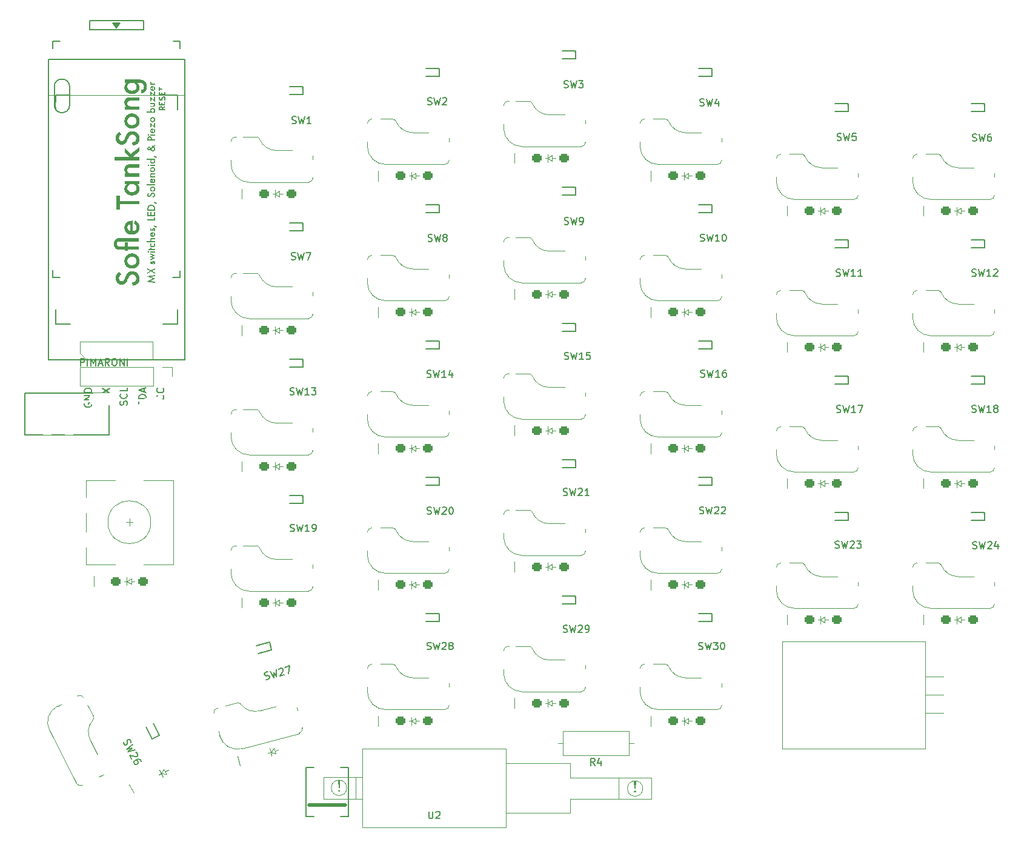
<source format=gto>
G04 #@! TF.GenerationSoftware,KiCad,Pcbnew,(7.0.0-0)*
G04 #@! TF.CreationDate,2023-04-09T16:09:40-07:00*
G04 #@! TF.ProjectId,Sofle_Loud,536f666c-655f-44c6-9f75-642e6b696361,rev?*
G04 #@! TF.SameCoordinates,Original*
G04 #@! TF.FileFunction,Legend,Top*
G04 #@! TF.FilePolarity,Positive*
%FSLAX46Y46*%
G04 Gerber Fmt 4.6, Leading zero omitted, Abs format (unit mm)*
G04 Created by KiCad (PCBNEW (7.0.0-0)) date 2023-04-09 16:09:40*
%MOMM*%
%LPD*%
G01*
G04 APERTURE LIST*
G04 Aperture macros list*
%AMRoundRect*
0 Rectangle with rounded corners*
0 $1 Rounding radius*
0 $2 $3 $4 $5 $6 $7 $8 $9 X,Y pos of 4 corners*
0 Add a 4 corners polygon primitive as box body*
4,1,4,$2,$3,$4,$5,$6,$7,$8,$9,$2,$3,0*
0 Add four circle primitives for the rounded corners*
1,1,$1+$1,$2,$3*
1,1,$1+$1,$4,$5*
1,1,$1+$1,$6,$7*
1,1,$1+$1,$8,$9*
0 Add four rect primitives between the rounded corners*
20,1,$1+$1,$2,$3,$4,$5,0*
20,1,$1+$1,$4,$5,$6,$7,0*
20,1,$1+$1,$6,$7,$8,$9,0*
20,1,$1+$1,$8,$9,$2,$3,0*%
%AMRotRect*
0 Rectangle, with rotation*
0 The origin of the aperture is its center*
0 $1 length*
0 $2 width*
0 $3 Rotation angle, in degrees counterclockwise*
0 Add horizontal line*
21,1,$1,$2,0,0,$3*%
%AMFreePoly0*
4,1,18,-0.744993,0.210051,-0.729004,0.290434,-0.683470,0.358580,-0.615324,0.404114,-0.534941,0.420103,0.324890,0.420103,0.744993,0.000000,0.744993,-0.210051,0.729004,-0.290434,0.683470,-0.358580,0.615324,-0.404114,0.534941,-0.420103,-0.534941,-0.420103,-0.615324,-0.404114,-0.683470,-0.358580,-0.729004,-0.290434,-0.744993,-0.210051,-0.744993,0.210051,-0.744993,0.210051,$1*%
%AMFreePoly1*
4,1,13,-0.915000,0.425000,0.702500,0.425000,0.783820,0.408824,0.852760,0.362760,0.898824,0.293820,0.915000,0.212500,0.915000,-0.212500,0.898824,-0.293820,0.852760,-0.362760,0.783820,-0.408824,0.702500,-0.425000,-0.915000,-0.425000,-0.915000,0.425000,-0.915000,0.425000,$1*%
%AMFreePoly2*
4,1,13,-0.909999,0.425000,0.697499,0.425000,0.778819,0.408824,0.847759,0.362760,0.893823,0.293820,0.909999,0.212500,0.909999,-0.212500,0.893823,-0.293820,0.847759,-0.362760,0.778819,-0.408824,0.697499,-0.425000,-0.909999,-0.425000,-0.909999,0.425000,-0.909999,0.425000,$1*%
%AMFreePoly3*
4,1,18,-1.275000,1.008000,-1.255818,1.104436,-1.201191,1.186191,-1.119436,1.240818,-1.023000,1.260000,1.023000,1.260000,1.119436,1.240818,1.201191,1.186191,1.255818,1.104436,1.275000,1.008000,1.275000,-0.630000,0.645000,-1.260000,-1.023000,-1.260000,-1.119436,-1.240818,-1.201191,-1.186191,-1.255818,-1.104436,-1.275000,-1.008000,-1.275000,1.008000,-1.275000,1.008000,$1*%
%AMFreePoly4*
4,1,17,-1.275000,1.260000,1.023000,1.260000,1.119436,1.240818,1.201191,1.186191,1.255818,1.104436,1.275000,1.008000,1.275000,-1.008000,1.255818,-1.104436,1.201191,-1.186191,1.119436,-1.240818,1.023000,-1.260000,-1.023000,-1.260000,-1.119436,-1.240818,-1.201191,-1.186191,-1.255818,-1.104436,-1.275000,-1.008000,-1.275000,1.260000,-1.275000,1.260000,$1*%
G04 Aperture macros list end*
%ADD10C,0.250000*%
%ADD11C,0.150000*%
%ADD12C,0.400000*%
%ADD13C,0.120000*%
%ADD14C,0.100000*%
%ADD15C,0.127000*%
%ADD16C,0.500000*%
%ADD17R,1.752600X1.752600*%
%ADD18C,1.752600*%
%ADD19C,1.200000*%
%ADD20O,4.000000X1.700000*%
%ADD21O,2.500000X1.700000*%
%ADD22C,4.700000*%
%ADD23C,1.524000*%
%ADD24C,1.750000*%
%ADD25C,3.000000*%
%ADD26FreePoly0,0.000000*%
%ADD27FreePoly1,0.000000*%
%ADD28R,1.379987X0.840206*%
%ADD29C,3.987800*%
%ADD30C,1.500000*%
%ADD31FreePoly1,180.000000*%
%ADD32FreePoly2,180.000000*%
%ADD33FreePoly3,180.000000*%
%ADD34FreePoly4,180.000000*%
%ADD35FreePoly0,297.000000*%
%ADD36FreePoly1,297.000000*%
%ADD37RotRect,1.379987X0.840206X297.000000*%
%ADD38FreePoly1,117.000000*%
%ADD39FreePoly2,117.000000*%
%ADD40FreePoly3,117.000000*%
%ADD41FreePoly4,117.000000*%
%ADD42C,1.397000*%
%ADD43C,2.000000*%
%ADD44R,3.200000X2.000000*%
%ADD45FreePoly0,15.000000*%
%ADD46FreePoly1,15.000000*%
%ADD47RotRect,1.379987X0.840206X15.000000*%
%ADD48FreePoly1,195.000000*%
%ADD49FreePoly2,195.000000*%
%ADD50FreePoly3,195.000000*%
%ADD51FreePoly4,195.000000*%
%ADD52R,1.700000X1.700000*%
%ADD53O,1.700000X1.700000*%
%ADD54C,2.600000*%
%ADD55C,0.500000*%
%ADD56R,2.311400X1.955800*%
%ADD57C,1.600000*%
%ADD58O,1.600000X1.600000*%
%ADD59R,3.120000X2.795000*%
%ADD60C,6.000000*%
%ADD61R,2.000000X1.905000*%
%ADD62O,2.000000X1.905000*%
%ADD63R,1.400000X1.400000*%
%ADD64RoundRect,0.300000X-0.400000X-0.300000X0.400000X-0.300000X0.400000X0.300000X-0.400000X0.300000X0*%
%ADD65C,1.400000*%
%ADD66RotRect,1.400000X1.400000X27.000000*%
%ADD67RoundRect,0.300000X-0.220205X-0.448898X0.492600X-0.085706X0.220205X0.448898X-0.492600X0.085706X0*%
%ADD68RotRect,1.400000X1.400000X15.000000*%
%ADD69RoundRect,0.300000X-0.308725X-0.393305X0.464016X-0.186250X0.308725X0.393305X-0.464016X0.186250X0*%
G04 APERTURE END LIST*
D10*
G36*
X103585000Y-71070362D02*
G01*
X102444630Y-70848346D01*
X103268949Y-70485889D01*
X102444630Y-70110732D01*
X103585000Y-69911186D01*
X103585000Y-70074340D01*
X102944595Y-70176189D01*
X103633848Y-70488820D01*
X102944106Y-70792170D01*
X103585000Y-70905743D01*
X103585000Y-71070362D01*
G37*
G36*
X103029347Y-69467397D02*
G01*
X102522055Y-69758046D01*
X102522055Y-69576817D01*
X102882069Y-69375073D01*
X102522055Y-69163314D01*
X102522055Y-68980621D01*
X103029347Y-69284947D01*
X103585000Y-68965722D01*
X103585000Y-69144019D01*
X103178091Y-69378004D01*
X103585000Y-69618583D01*
X103585000Y-69799078D01*
X103029347Y-69467397D01*
G37*
G36*
X103029347Y-68029050D02*
G01*
X103097247Y-68156301D01*
X103086291Y-68162152D01*
X103076412Y-68168256D01*
X103067612Y-68174614D01*
X103059889Y-68181225D01*
X103051268Y-68190434D01*
X103044563Y-68200093D01*
X103039773Y-68210202D01*
X103036899Y-68220762D01*
X103035942Y-68231772D01*
X103036812Y-68242137D01*
X103039422Y-68251739D01*
X103043773Y-68260577D01*
X103049863Y-68268653D01*
X103057328Y-68275278D01*
X103066930Y-68280468D01*
X103076536Y-68283071D01*
X103085767Y-68283796D01*
X103097662Y-68281613D01*
X103107161Y-68276725D01*
X103116644Y-68269042D01*
X103123747Y-68261448D01*
X103130841Y-68252281D01*
X103137926Y-68241544D01*
X103145003Y-68229235D01*
X103149716Y-68220156D01*
X103154426Y-68210378D01*
X103159131Y-68199903D01*
X103161482Y-68194403D01*
X103168044Y-68179301D01*
X103174538Y-68164830D01*
X103180966Y-68150992D01*
X103187326Y-68137784D01*
X103193620Y-68125209D01*
X103199848Y-68113265D01*
X103206008Y-68101952D01*
X103212102Y-68091271D01*
X103218129Y-68081222D01*
X103224089Y-68071804D01*
X103229982Y-68063018D01*
X103235809Y-68054864D01*
X103244423Y-68043816D01*
X103252887Y-68034190D01*
X103258447Y-68028562D01*
X103267011Y-68020923D01*
X103276124Y-68014036D01*
X103285787Y-68007900D01*
X103295999Y-68002516D01*
X103306761Y-67997883D01*
X103318073Y-67994001D01*
X103329934Y-67990870D01*
X103342344Y-67988491D01*
X103355304Y-67986863D01*
X103368814Y-67985986D01*
X103378126Y-67985819D01*
X103390004Y-67986096D01*
X103401642Y-67986926D01*
X103413039Y-67988310D01*
X103424196Y-67990246D01*
X103435113Y-67992736D01*
X103445789Y-67995780D01*
X103456224Y-67999377D01*
X103466420Y-68003527D01*
X103476374Y-68008231D01*
X103486089Y-68013488D01*
X103495563Y-68019298D01*
X103504796Y-68025662D01*
X103513789Y-68032579D01*
X103522542Y-68040049D01*
X103531054Y-68048073D01*
X103539326Y-68056650D01*
X103546750Y-68065370D01*
X103553694Y-68074312D01*
X103560160Y-68083475D01*
X103566147Y-68092859D01*
X103571655Y-68102464D01*
X103576684Y-68112291D01*
X103581234Y-68122340D01*
X103585305Y-68132609D01*
X103588897Y-68143100D01*
X103592010Y-68153813D01*
X103594644Y-68164746D01*
X103596799Y-68175901D01*
X103598476Y-68187278D01*
X103599673Y-68198876D01*
X103600392Y-68210695D01*
X103600631Y-68222735D01*
X103600470Y-68233081D01*
X103599988Y-68243236D01*
X103599184Y-68253200D01*
X103598059Y-68262974D01*
X103594844Y-68281949D01*
X103590342Y-68300160D01*
X103584555Y-68317608D01*
X103577481Y-68334293D01*
X103569122Y-68350215D01*
X103559476Y-68365373D01*
X103548544Y-68379768D01*
X103536326Y-68393400D01*
X103522823Y-68406268D01*
X103508032Y-68418374D01*
X103491956Y-68429716D01*
X103483436Y-68435100D01*
X103474594Y-68440294D01*
X103465431Y-68445297D01*
X103455946Y-68450110D01*
X103446139Y-68454731D01*
X103436011Y-68459162D01*
X103375439Y-68330446D01*
X103384064Y-68325429D01*
X103394616Y-68319086D01*
X103404085Y-68313140D01*
X103412469Y-68307591D01*
X103421425Y-68301213D01*
X103429938Y-68294378D01*
X103436011Y-68288436D01*
X103443470Y-68279391D01*
X103449664Y-68269808D01*
X103454594Y-68259689D01*
X103458260Y-68249033D01*
X103460662Y-68237841D01*
X103461800Y-68226111D01*
X103461901Y-68221270D01*
X103461279Y-68207302D01*
X103459411Y-68194708D01*
X103456298Y-68183488D01*
X103451941Y-68173642D01*
X103446338Y-68165170D01*
X103439490Y-68158072D01*
X103431397Y-68152347D01*
X103422059Y-68147997D01*
X103411476Y-68145020D01*
X103399648Y-68143417D01*
X103391071Y-68143112D01*
X103380900Y-68144047D01*
X103370905Y-68146852D01*
X103361086Y-68151527D01*
X103351442Y-68158072D01*
X103341974Y-68166487D01*
X103334988Y-68174025D01*
X103328101Y-68182615D01*
X103321312Y-68192257D01*
X103314623Y-68202951D01*
X103309624Y-68213008D01*
X103304672Y-68223087D01*
X103299766Y-68233190D01*
X103294908Y-68243316D01*
X103292152Y-68249113D01*
X103287320Y-68259288D01*
X103282442Y-68269509D01*
X103277516Y-68279778D01*
X103273257Y-68288616D01*
X103269682Y-68296008D01*
X103263545Y-68308162D01*
X103257409Y-68319621D01*
X103251272Y-68330385D01*
X103245136Y-68340452D01*
X103238999Y-68349825D01*
X103232862Y-68358502D01*
X103226726Y-68366483D01*
X103218544Y-68376043D01*
X103210362Y-68384366D01*
X103204225Y-68389797D01*
X103196229Y-68395995D01*
X103187813Y-68401584D01*
X103178976Y-68406563D01*
X103169718Y-68410932D01*
X103160039Y-68414691D01*
X103149940Y-68417841D01*
X103139420Y-68420381D01*
X103128479Y-68422312D01*
X103117118Y-68423633D01*
X103105335Y-68424344D01*
X103097247Y-68424480D01*
X103086526Y-68424249D01*
X103076039Y-68423556D01*
X103065788Y-68422402D01*
X103055771Y-68420785D01*
X103045989Y-68418707D01*
X103036442Y-68416168D01*
X103027129Y-68413166D01*
X103013600Y-68407798D01*
X103000599Y-68401391D01*
X102988126Y-68393945D01*
X102976181Y-68385460D01*
X102968511Y-68379226D01*
X102961076Y-68372530D01*
X102953876Y-68365373D01*
X102947014Y-68357731D01*
X102940595Y-68349886D01*
X102934619Y-68341840D01*
X102929085Y-68333591D01*
X102923994Y-68325140D01*
X102919346Y-68316486D01*
X102915141Y-68307630D01*
X102911378Y-68298572D01*
X102908058Y-68289312D01*
X102905180Y-68279850D01*
X102902745Y-68270185D01*
X102900753Y-68260318D01*
X102899204Y-68250249D01*
X102898097Y-68239977D01*
X102897433Y-68229503D01*
X102897212Y-68218827D01*
X102897728Y-68203145D01*
X102899276Y-68187972D01*
X102901857Y-68173309D01*
X102905470Y-68159156D01*
X102910115Y-68145511D01*
X102915793Y-68132377D01*
X102922503Y-68119751D01*
X102930245Y-68107636D01*
X102939020Y-68096029D01*
X102948827Y-68084932D01*
X102959666Y-68074345D01*
X102971538Y-68064267D01*
X102984442Y-68054699D01*
X102998378Y-68045640D01*
X103013346Y-68037090D01*
X103029347Y-68029050D01*
G37*
G36*
X102912843Y-67770153D02*
G01*
X103294839Y-67595764D01*
X102851782Y-67407941D01*
X103294839Y-67218408D01*
X102912843Y-67046217D01*
X102912843Y-66874026D01*
X103632138Y-67222561D01*
X103201538Y-67407941D01*
X103632138Y-67595275D01*
X102912843Y-67943077D01*
X102912843Y-67770153D01*
G37*
G36*
X102912843Y-66616106D02*
G01*
X103585000Y-66616106D01*
X103585000Y-66773398D01*
X102912843Y-66773398D01*
X102912843Y-66616106D01*
G37*
G36*
X102638314Y-66789030D02*
G01*
X102628232Y-66788564D01*
X102618500Y-66787167D01*
X102606829Y-66784112D01*
X102595707Y-66779601D01*
X102585134Y-66773636D01*
X102577070Y-66767816D01*
X102569357Y-66761065D01*
X102567484Y-66759232D01*
X102560500Y-66751542D01*
X102554447Y-66743493D01*
X102549326Y-66735086D01*
X102544234Y-66724073D01*
X102540596Y-66712498D01*
X102538734Y-66702836D01*
X102537803Y-66692814D01*
X102537686Y-66687669D01*
X102538152Y-66677300D01*
X102539549Y-66667320D01*
X102541876Y-66657730D01*
X102546096Y-66646289D01*
X102550519Y-66637575D01*
X102555873Y-66629250D01*
X102562159Y-66621314D01*
X102567484Y-66615617D01*
X102574960Y-66608633D01*
X102582856Y-66602581D01*
X102593316Y-66596324D01*
X102604432Y-66591523D01*
X102613797Y-66588729D01*
X102623582Y-66586867D01*
X102633787Y-66585936D01*
X102639047Y-66585819D01*
X102649469Y-66586285D01*
X102659487Y-66587682D01*
X102669100Y-66590010D01*
X102680548Y-66594229D01*
X102691364Y-66599903D01*
X102699561Y-66605491D01*
X102707354Y-66612009D01*
X102711099Y-66615617D01*
X102718082Y-66623089D01*
X102724135Y-66630974D01*
X102730391Y-66641409D01*
X102735193Y-66652488D01*
X102738539Y-66664211D01*
X102740169Y-66674054D01*
X102740867Y-66684308D01*
X102740896Y-66686936D01*
X102740434Y-66697309D01*
X102739049Y-66707300D01*
X102736740Y-66716909D01*
X102733508Y-66726137D01*
X102729352Y-66734983D01*
X102724272Y-66743448D01*
X102718269Y-66751531D01*
X102711343Y-66759232D01*
X102703684Y-66766216D01*
X102695604Y-66772268D01*
X102687106Y-66777390D01*
X102678187Y-66781580D01*
X102668848Y-66784839D01*
X102659090Y-66787167D01*
X102648912Y-66788564D01*
X102638314Y-66789030D01*
G37*
G36*
X103053527Y-66268304D02*
G01*
X103585000Y-66268304D01*
X103585000Y-66425596D01*
X103053527Y-66425596D01*
X103053527Y-66488122D01*
X102914797Y-66488122D01*
X102914797Y-66425596D01*
X102662739Y-66425596D01*
X102662739Y-66268304D01*
X102914797Y-66268304D01*
X102914797Y-66144228D01*
X103053527Y-66144228D01*
X103053527Y-66268304D01*
G37*
G36*
X102944351Y-65527759D02*
G01*
X103148293Y-65527759D01*
X103140452Y-65534279D01*
X103132925Y-65540708D01*
X103122225Y-65550184D01*
X103112234Y-65559459D01*
X103102951Y-65568531D01*
X103094377Y-65577402D01*
X103086511Y-65586071D01*
X103079353Y-65594538D01*
X103072904Y-65602803D01*
X103067163Y-65610867D01*
X103060610Y-65621304D01*
X103054828Y-65631727D01*
X103049818Y-65642599D01*
X103045578Y-65653922D01*
X103042109Y-65665696D01*
X103039411Y-65677919D01*
X103037483Y-65690593D01*
X103036544Y-65700394D01*
X103036038Y-65710448D01*
X103035942Y-65717292D01*
X103036179Y-65727926D01*
X103036892Y-65738335D01*
X103038080Y-65748519D01*
X103039743Y-65758477D01*
X103041881Y-65768211D01*
X103044494Y-65777719D01*
X103047582Y-65787002D01*
X103053106Y-65800505D01*
X103059698Y-65813501D01*
X103067359Y-65825990D01*
X103073061Y-65834035D01*
X103079238Y-65841854D01*
X103085889Y-65849449D01*
X103093016Y-65856818D01*
X103096758Y-65860418D01*
X103104450Y-65867339D01*
X103112382Y-65873813D01*
X103120555Y-65879841D01*
X103128968Y-65885423D01*
X103137621Y-65890557D01*
X103146515Y-65895246D01*
X103155649Y-65899488D01*
X103165024Y-65903283D01*
X103174639Y-65906632D01*
X103184495Y-65909534D01*
X103194591Y-65911990D01*
X103204927Y-65913999D01*
X103215504Y-65915562D01*
X103226321Y-65916678D01*
X103237379Y-65917348D01*
X103248677Y-65917571D01*
X103260210Y-65917356D01*
X103271483Y-65916712D01*
X103282497Y-65915639D01*
X103293251Y-65914136D01*
X103303746Y-65912204D01*
X103313982Y-65909843D01*
X103323957Y-65907052D01*
X103333674Y-65903832D01*
X103343130Y-65900183D01*
X103352328Y-65896104D01*
X103361265Y-65891596D01*
X103369944Y-65886659D01*
X103378362Y-65881292D01*
X103386522Y-65875496D01*
X103394421Y-65869271D01*
X103402062Y-65862616D01*
X103409308Y-65855508D01*
X103416086Y-65848164D01*
X103422398Y-65840586D01*
X103430988Y-65828778D01*
X103438526Y-65816443D01*
X103445013Y-65803580D01*
X103450447Y-65790188D01*
X103454830Y-65776268D01*
X103457168Y-65766695D01*
X103459038Y-65756887D01*
X103460440Y-65746845D01*
X103461375Y-65736567D01*
X103461843Y-65726055D01*
X103461901Y-65720711D01*
X103461693Y-65710477D01*
X103461068Y-65700475D01*
X103460027Y-65690705D01*
X103457991Y-65678039D01*
X103455215Y-65665785D01*
X103451698Y-65653943D01*
X103447441Y-65642513D01*
X103442443Y-65631495D01*
X103438210Y-65623503D01*
X103431672Y-65613084D01*
X103425883Y-65604980D01*
X103419333Y-65596626D01*
X103412024Y-65588024D01*
X103403954Y-65579173D01*
X103395125Y-65570072D01*
X103385536Y-65560723D01*
X103375187Y-65551124D01*
X103367865Y-65544587D01*
X103360206Y-65537939D01*
X103352209Y-65531180D01*
X103348084Y-65527759D01*
X103551538Y-65527759D01*
X103557483Y-65539393D01*
X103563044Y-65551031D01*
X103568222Y-65562673D01*
X103573016Y-65574318D01*
X103577427Y-65585967D01*
X103581454Y-65597621D01*
X103585098Y-65609277D01*
X103588358Y-65620938D01*
X103591234Y-65632603D01*
X103593727Y-65644271D01*
X103595837Y-65655943D01*
X103597563Y-65667619D01*
X103598905Y-65679299D01*
X103599864Y-65690982D01*
X103600439Y-65702670D01*
X103600631Y-65714361D01*
X103600241Y-65733369D01*
X103599070Y-65751986D01*
X103597119Y-65770211D01*
X103594388Y-65788046D01*
X103590876Y-65805489D01*
X103586583Y-65822541D01*
X103581510Y-65839202D01*
X103575657Y-65855472D01*
X103569024Y-65871351D01*
X103561609Y-65886838D01*
X103553415Y-65901935D01*
X103544440Y-65916640D01*
X103534685Y-65930954D01*
X103524149Y-65944877D01*
X103512832Y-65958408D01*
X103500736Y-65971549D01*
X103487997Y-65984059D01*
X103474877Y-65995763D01*
X103461374Y-66006660D01*
X103447491Y-66016749D01*
X103433225Y-66026031D01*
X103418579Y-66034506D01*
X103403550Y-66042174D01*
X103388140Y-66049035D01*
X103372348Y-66055088D01*
X103356174Y-66060335D01*
X103339619Y-66064774D01*
X103322683Y-66068406D01*
X103305364Y-66071231D01*
X103287664Y-66073249D01*
X103269583Y-66074460D01*
X103251120Y-66074863D01*
X103232707Y-66074454D01*
X103214655Y-66073226D01*
X103196963Y-66071180D01*
X103179633Y-66068315D01*
X103162663Y-66064631D01*
X103146053Y-66060129D01*
X103129804Y-66054808D01*
X103113916Y-66048668D01*
X103098389Y-66041710D01*
X103083222Y-66033934D01*
X103068415Y-66025338D01*
X103053970Y-66015925D01*
X103039885Y-66005692D01*
X103026160Y-65994641D01*
X103012797Y-65982771D01*
X102999794Y-65970083D01*
X102987372Y-65956800D01*
X102975751Y-65943144D01*
X102964932Y-65929116D01*
X102954914Y-65914716D01*
X102945698Y-65899945D01*
X102937283Y-65884801D01*
X102929669Y-65869284D01*
X102922857Y-65853396D01*
X102916846Y-65837136D01*
X102911637Y-65820504D01*
X102907229Y-65803499D01*
X102903623Y-65786123D01*
X102900818Y-65768374D01*
X102898814Y-65750253D01*
X102897612Y-65731760D01*
X102897212Y-65712896D01*
X102897396Y-65700666D01*
X102897948Y-65688525D01*
X102898869Y-65676471D01*
X102900158Y-65664505D01*
X102901815Y-65652627D01*
X102903841Y-65640836D01*
X102906234Y-65629134D01*
X102908996Y-65617519D01*
X102912127Y-65605992D01*
X102915625Y-65594552D01*
X102919492Y-65583201D01*
X102923727Y-65571937D01*
X102928331Y-65560761D01*
X102933302Y-65549673D01*
X102938642Y-65538672D01*
X102944351Y-65527759D01*
G37*
G36*
X102428265Y-65340181D02*
G01*
X102428265Y-65182889D01*
X102970973Y-65182889D01*
X102962041Y-65172503D01*
X102953685Y-65161987D01*
X102945906Y-65151338D01*
X102938702Y-65140558D01*
X102932075Y-65129646D01*
X102926025Y-65118603D01*
X102920550Y-65107428D01*
X102915652Y-65096121D01*
X102911330Y-65084683D01*
X102907584Y-65073113D01*
X102904415Y-65061411D01*
X102901822Y-65049578D01*
X102899805Y-65037613D01*
X102898364Y-65025516D01*
X102897500Y-65013288D01*
X102897212Y-65000928D01*
X102897499Y-64986909D01*
X102898360Y-64973248D01*
X102899796Y-64959943D01*
X102901806Y-64946996D01*
X102904391Y-64934405D01*
X102907550Y-64922171D01*
X102911283Y-64910293D01*
X102915591Y-64898773D01*
X102920473Y-64887609D01*
X102925929Y-64876803D01*
X102931960Y-64866353D01*
X102938565Y-64856260D01*
X102945744Y-64846523D01*
X102953498Y-64837144D01*
X102961826Y-64828121D01*
X102970729Y-64819455D01*
X102979025Y-64812475D01*
X102987917Y-64805946D01*
X102997405Y-64799866D01*
X103007487Y-64794237D01*
X103018165Y-64789058D01*
X103029439Y-64784330D01*
X103041307Y-64780052D01*
X103053771Y-64776224D01*
X103066831Y-64772847D01*
X103080485Y-64769920D01*
X103094735Y-64767443D01*
X103109581Y-64765416D01*
X103125022Y-64763840D01*
X103141058Y-64762715D01*
X103157689Y-64762039D01*
X103174916Y-64761814D01*
X103585000Y-64761814D01*
X103585000Y-64919106D01*
X103188838Y-64919106D01*
X103178936Y-64919217D01*
X103164735Y-64919798D01*
X103151316Y-64920877D01*
X103138678Y-64922454D01*
X103126821Y-64924529D01*
X103115746Y-64927102D01*
X103105452Y-64930174D01*
X103095939Y-64933743D01*
X103084471Y-64939276D01*
X103074392Y-64945695D01*
X103072090Y-64947438D01*
X103063617Y-64954999D01*
X103056275Y-64963635D01*
X103050062Y-64973347D01*
X103044979Y-64984136D01*
X103041025Y-64996001D01*
X103038801Y-65005606D01*
X103037212Y-65015816D01*
X103036259Y-65026632D01*
X103035942Y-65038053D01*
X103036138Y-65047881D01*
X103037170Y-65061931D01*
X103039086Y-65075147D01*
X103041887Y-65087530D01*
X103045572Y-65099081D01*
X103050142Y-65109798D01*
X103055595Y-65119683D01*
X103061934Y-65128735D01*
X103069157Y-65136954D01*
X103077264Y-65144340D01*
X103086256Y-65150893D01*
X103096464Y-65156611D01*
X103107948Y-65161766D01*
X103120707Y-65166359D01*
X103134742Y-65170390D01*
X103144806Y-65172765D01*
X103155437Y-65174890D01*
X103166635Y-65176764D01*
X103178400Y-65178389D01*
X103190731Y-65179764D01*
X103203630Y-65180889D01*
X103217094Y-65181764D01*
X103231126Y-65182389D01*
X103245724Y-65182764D01*
X103260889Y-65182889D01*
X103585000Y-65182889D01*
X103585000Y-65340181D01*
X102428265Y-65340181D01*
G37*
G36*
X103416679Y-63963231D02*
G01*
X103425910Y-63969000D01*
X103434883Y-63974829D01*
X103443598Y-63980718D01*
X103452056Y-63986667D01*
X103460256Y-63992676D01*
X103468199Y-63998745D01*
X103475884Y-64004875D01*
X103485730Y-64013141D01*
X103495118Y-64021514D01*
X103504018Y-64029959D01*
X103512520Y-64038565D01*
X103520626Y-64047331D01*
X103528335Y-64056257D01*
X103535647Y-64065344D01*
X103542562Y-64074591D01*
X103549081Y-64083998D01*
X103555202Y-64093565D01*
X103560869Y-64103308D01*
X103566147Y-64113242D01*
X103571036Y-64123367D01*
X103575535Y-64133682D01*
X103579645Y-64144189D01*
X103583366Y-64154886D01*
X103586698Y-64165774D01*
X103589640Y-64176852D01*
X103592216Y-64188084D01*
X103594449Y-64199552D01*
X103596338Y-64211256D01*
X103597883Y-64223197D01*
X103599085Y-64235375D01*
X103599944Y-64247790D01*
X103600459Y-64260441D01*
X103600631Y-64273328D01*
X103600257Y-64291813D01*
X103599135Y-64309839D01*
X103597265Y-64327404D01*
X103594647Y-64344510D01*
X103591281Y-64361155D01*
X103587167Y-64377341D01*
X103582305Y-64393067D01*
X103576695Y-64408333D01*
X103570337Y-64423140D01*
X103563231Y-64437486D01*
X103555377Y-64451373D01*
X103546775Y-64464799D01*
X103537426Y-64477766D01*
X103527328Y-64490273D01*
X103516482Y-64502320D01*
X103504888Y-64513907D01*
X103492584Y-64524880D01*
X103479792Y-64535145D01*
X103466511Y-64544702D01*
X103452742Y-64553551D01*
X103438484Y-64561692D01*
X103423738Y-64569125D01*
X103408504Y-64575851D01*
X103392780Y-64581868D01*
X103376569Y-64587177D01*
X103359869Y-64591779D01*
X103342680Y-64595672D01*
X103325003Y-64598858D01*
X103306837Y-64601336D01*
X103288183Y-64603106D01*
X103269041Y-64604168D01*
X103249410Y-64604521D01*
X103239592Y-64604436D01*
X103220310Y-64603751D01*
X103201500Y-64602381D01*
X103183161Y-64600326D01*
X103165293Y-64597586D01*
X103147896Y-64594160D01*
X103130971Y-64590050D01*
X103114517Y-64585255D01*
X103098534Y-64579775D01*
X103083023Y-64573610D01*
X103067983Y-64566759D01*
X103053414Y-64559224D01*
X103039317Y-64551004D01*
X103025691Y-64542099D01*
X103012536Y-64532508D01*
X102999853Y-64522233D01*
X102993688Y-64516838D01*
X102982005Y-64505532D01*
X102971076Y-64493776D01*
X102960901Y-64481573D01*
X102951479Y-64468921D01*
X102942812Y-64455821D01*
X102934898Y-64442272D01*
X102927737Y-64428275D01*
X102921331Y-64413829D01*
X102915678Y-64398935D01*
X102910779Y-64383592D01*
X102906633Y-64367802D01*
X102903241Y-64351562D01*
X102900603Y-64334875D01*
X102898719Y-64317738D01*
X102897589Y-64300154D01*
X102897212Y-64282121D01*
X102897291Y-64278213D01*
X103035942Y-64278213D01*
X103036259Y-64288709D01*
X103037212Y-64298947D01*
X103038801Y-64308928D01*
X103041025Y-64318650D01*
X103043884Y-64328116D01*
X103044979Y-64331214D01*
X103048551Y-64340310D01*
X103053413Y-64350531D01*
X103059023Y-64360332D01*
X103065380Y-64369712D01*
X103070380Y-64376154D01*
X103077878Y-64384660D01*
X103084845Y-64391540D01*
X103092309Y-64398043D01*
X103100272Y-64404168D01*
X103108733Y-64409916D01*
X103110191Y-64410837D01*
X103119116Y-64416000D01*
X103128487Y-64420683D01*
X103138304Y-64424885D01*
X103148568Y-64428606D01*
X103159278Y-64431846D01*
X103162948Y-64432819D01*
X103162948Y-64122386D01*
X103147568Y-64126773D01*
X103133181Y-64131873D01*
X103119786Y-64137688D01*
X103107383Y-64144215D01*
X103095972Y-64151457D01*
X103085553Y-64159412D01*
X103076127Y-64168081D01*
X103067693Y-64177463D01*
X103060251Y-64187559D01*
X103053802Y-64198369D01*
X103048345Y-64209892D01*
X103043879Y-64222129D01*
X103040407Y-64235079D01*
X103037926Y-64248744D01*
X103036438Y-64263122D01*
X103035942Y-64278213D01*
X102897291Y-64278213D01*
X102897581Y-64263921D01*
X102898689Y-64246202D01*
X102900535Y-64228964D01*
X102903119Y-64212206D01*
X102906442Y-64195930D01*
X102910504Y-64180134D01*
X102915304Y-64164819D01*
X102920842Y-64149986D01*
X102927119Y-64135632D01*
X102934134Y-64121760D01*
X102941888Y-64108369D01*
X102950380Y-64095458D01*
X102959611Y-64083029D01*
X102969580Y-64071080D01*
X102980288Y-64059612D01*
X102991734Y-64048625D01*
X103003711Y-64038332D01*
X103016257Y-64028704D01*
X103029372Y-64019739D01*
X103043055Y-64011439D01*
X103057307Y-64003802D01*
X103072128Y-63996830D01*
X103087517Y-63990522D01*
X103103475Y-63984877D01*
X103120001Y-63979897D01*
X103137096Y-63975581D01*
X103154760Y-63971929D01*
X103172992Y-63968941D01*
X103191793Y-63966616D01*
X103211163Y-63964956D01*
X103221061Y-63964375D01*
X103231101Y-63963960D01*
X103241284Y-63963711D01*
X103251608Y-63963628D01*
X103288000Y-63963628D01*
X103288000Y-64443077D01*
X103297885Y-64442123D01*
X103312230Y-64440091D01*
X103325995Y-64437337D01*
X103339181Y-64433863D01*
X103351787Y-64429667D01*
X103363813Y-64424749D01*
X103375260Y-64419111D01*
X103386127Y-64412751D01*
X103396414Y-64405670D01*
X103406122Y-64397867D01*
X103415251Y-64389344D01*
X103423588Y-64380225D01*
X103431105Y-64370639D01*
X103437801Y-64360585D01*
X103443678Y-64350062D01*
X103448735Y-64339072D01*
X103452972Y-64327614D01*
X103456389Y-64315688D01*
X103458985Y-64303294D01*
X103460762Y-64290432D01*
X103461719Y-64277102D01*
X103461901Y-64267955D01*
X103461667Y-64257279D01*
X103460965Y-64246960D01*
X103459795Y-64236998D01*
X103457507Y-64224269D01*
X103454388Y-64212173D01*
X103450436Y-64200711D01*
X103445652Y-64189882D01*
X103440036Y-64179687D01*
X103435279Y-64172456D01*
X103427860Y-64163014D01*
X103419036Y-64153252D01*
X103411497Y-64145720D01*
X103403168Y-64138008D01*
X103394049Y-64130116D01*
X103384140Y-64122043D01*
X103373441Y-64113789D01*
X103361952Y-64105356D01*
X103353854Y-64099633D01*
X103345405Y-64093831D01*
X103336605Y-64087948D01*
X103407191Y-63957522D01*
X103416679Y-63963231D01*
G37*
G36*
X103029347Y-63404068D02*
G01*
X103097247Y-63531318D01*
X103086291Y-63537170D01*
X103076412Y-63543274D01*
X103067612Y-63549632D01*
X103059889Y-63556243D01*
X103051268Y-63565451D01*
X103044563Y-63575110D01*
X103039773Y-63585220D01*
X103036899Y-63595779D01*
X103035942Y-63606789D01*
X103036812Y-63617155D01*
X103039422Y-63626756D01*
X103043773Y-63635595D01*
X103049863Y-63643670D01*
X103057328Y-63650295D01*
X103066930Y-63655486D01*
X103076536Y-63658089D01*
X103085767Y-63658813D01*
X103097662Y-63656631D01*
X103107161Y-63651742D01*
X103116644Y-63644060D01*
X103123747Y-63636465D01*
X103130841Y-63627299D01*
X103137926Y-63616561D01*
X103145003Y-63604252D01*
X103149716Y-63595173D01*
X103154426Y-63585396D01*
X103159131Y-63574920D01*
X103161482Y-63569420D01*
X103168044Y-63554318D01*
X103174538Y-63539848D01*
X103180966Y-63526009D01*
X103187326Y-63512802D01*
X103193620Y-63500226D01*
X103199848Y-63488282D01*
X103206008Y-63476970D01*
X103212102Y-63466289D01*
X103218129Y-63456239D01*
X103224089Y-63446822D01*
X103229982Y-63438036D01*
X103235809Y-63429881D01*
X103244423Y-63418834D01*
X103252887Y-63409207D01*
X103258447Y-63403579D01*
X103267011Y-63395941D01*
X103276124Y-63389054D01*
X103285787Y-63382918D01*
X103295999Y-63377533D01*
X103306761Y-63372900D01*
X103318073Y-63369018D01*
X103329934Y-63365888D01*
X103342344Y-63363508D01*
X103355304Y-63361880D01*
X103368814Y-63361004D01*
X103378126Y-63360837D01*
X103390004Y-63361114D01*
X103401642Y-63361944D01*
X103413039Y-63363327D01*
X103424196Y-63365264D01*
X103435113Y-63367754D01*
X103445789Y-63370797D01*
X103456224Y-63374394D01*
X103466420Y-63378545D01*
X103476374Y-63383248D01*
X103486089Y-63388505D01*
X103495563Y-63394315D01*
X103504796Y-63400679D01*
X103513789Y-63407596D01*
X103522542Y-63415066D01*
X103531054Y-63423090D01*
X103539326Y-63431667D01*
X103546750Y-63440388D01*
X103553694Y-63449329D01*
X103560160Y-63458492D01*
X103566147Y-63467876D01*
X103571655Y-63477482D01*
X103576684Y-63487309D01*
X103581234Y-63497357D01*
X103585305Y-63507627D01*
X103588897Y-63518118D01*
X103592010Y-63528830D01*
X103594644Y-63539764D01*
X103596799Y-63550919D01*
X103598476Y-63562295D01*
X103599673Y-63573893D01*
X103600392Y-63585712D01*
X103600631Y-63597752D01*
X103600470Y-63608098D01*
X103599988Y-63618254D01*
X103599184Y-63628218D01*
X103598059Y-63637991D01*
X103594844Y-63656966D01*
X103590342Y-63675177D01*
X103584555Y-63692626D01*
X103577481Y-63709310D01*
X103569122Y-63725232D01*
X103559476Y-63740390D01*
X103548544Y-63754785D01*
X103536326Y-63768417D01*
X103522823Y-63781286D01*
X103508032Y-63793391D01*
X103491956Y-63804733D01*
X103483436Y-63810118D01*
X103474594Y-63815312D01*
X103465431Y-63820315D01*
X103455946Y-63825127D01*
X103446139Y-63829749D01*
X103436011Y-63834180D01*
X103375439Y-63705464D01*
X103384064Y-63700446D01*
X103394616Y-63694103D01*
X103404085Y-63688158D01*
X103412469Y-63682609D01*
X103421425Y-63676231D01*
X103429938Y-63669396D01*
X103436011Y-63663454D01*
X103443470Y-63654408D01*
X103449664Y-63644826D01*
X103454594Y-63634706D01*
X103458260Y-63624051D01*
X103460662Y-63612858D01*
X103461800Y-63601129D01*
X103461901Y-63596287D01*
X103461279Y-63582319D01*
X103459411Y-63569726D01*
X103456298Y-63558506D01*
X103451941Y-63548660D01*
X103446338Y-63540187D01*
X103439490Y-63533089D01*
X103431397Y-63527365D01*
X103422059Y-63523014D01*
X103411476Y-63520037D01*
X103399648Y-63518435D01*
X103391071Y-63518129D01*
X103380900Y-63519064D01*
X103370905Y-63521869D01*
X103361086Y-63526544D01*
X103351442Y-63533089D01*
X103341974Y-63541504D01*
X103334988Y-63549042D01*
X103328101Y-63557633D01*
X103321312Y-63567275D01*
X103314623Y-63577969D01*
X103309624Y-63588025D01*
X103304672Y-63598105D01*
X103299766Y-63608207D01*
X103294908Y-63618334D01*
X103292152Y-63624131D01*
X103287320Y-63634305D01*
X103282442Y-63644527D01*
X103277516Y-63654795D01*
X103273257Y-63663634D01*
X103269682Y-63671025D01*
X103263545Y-63683180D01*
X103257409Y-63694639D01*
X103251272Y-63705402D01*
X103245136Y-63715470D01*
X103238999Y-63724842D01*
X103232862Y-63733519D01*
X103226726Y-63741500D01*
X103218544Y-63751060D01*
X103210362Y-63759384D01*
X103204225Y-63764815D01*
X103196229Y-63771013D01*
X103187813Y-63776601D01*
X103178976Y-63781580D01*
X103169718Y-63785949D01*
X103160039Y-63789709D01*
X103149940Y-63792859D01*
X103139420Y-63795399D01*
X103128479Y-63797329D01*
X103117118Y-63798650D01*
X103105335Y-63799362D01*
X103097247Y-63799497D01*
X103086526Y-63799266D01*
X103076039Y-63798574D01*
X103065788Y-63797419D01*
X103055771Y-63795803D01*
X103045989Y-63793725D01*
X103036442Y-63791185D01*
X103027129Y-63788184D01*
X103013600Y-63782816D01*
X103000599Y-63776408D01*
X102988126Y-63768962D01*
X102976181Y-63760477D01*
X102968511Y-63754243D01*
X102961076Y-63747548D01*
X102953876Y-63740390D01*
X102947014Y-63732748D01*
X102940595Y-63724904D01*
X102934619Y-63716857D01*
X102929085Y-63708608D01*
X102923994Y-63700157D01*
X102919346Y-63691504D01*
X102915141Y-63682648D01*
X102911378Y-63673590D01*
X102908058Y-63664330D01*
X102905180Y-63654867D01*
X102902745Y-63645202D01*
X102900753Y-63635335D01*
X102899204Y-63625266D01*
X102898097Y-63614994D01*
X102897433Y-63604521D01*
X102897212Y-63593845D01*
X102897728Y-63578162D01*
X102899276Y-63562990D01*
X102901857Y-63548327D01*
X102905470Y-63534173D01*
X102910115Y-63520529D01*
X102915793Y-63507394D01*
X102922503Y-63494769D01*
X102930245Y-63482653D01*
X102939020Y-63471047D01*
X102948827Y-63459950D01*
X102959666Y-63449363D01*
X102971538Y-63439285D01*
X102984442Y-63429716D01*
X102998378Y-63420657D01*
X103013346Y-63412108D01*
X103029347Y-63404068D01*
G37*
G36*
X103386430Y-63133691D02*
G01*
X103439919Y-62996915D01*
X103832418Y-63191577D01*
X103788942Y-63295624D01*
X103386430Y-63133691D01*
G37*
G36*
X102522055Y-62179678D02*
G01*
X103428684Y-62179678D01*
X103428684Y-61868025D01*
X103585000Y-61868025D01*
X103585000Y-62336971D01*
X102522055Y-62336971D01*
X102522055Y-62179678D01*
G37*
G36*
X102678370Y-61130411D02*
G01*
X102678370Y-61559302D01*
X102928475Y-61559302D01*
X102928475Y-61146043D01*
X103084790Y-61146043D01*
X103084790Y-61559302D01*
X103428684Y-61559302D01*
X103428684Y-61130411D01*
X103585000Y-61130411D01*
X103585000Y-61716594D01*
X102522055Y-61716594D01*
X102522055Y-61130411D01*
X102678370Y-61130411D01*
G37*
G36*
X103068762Y-60111596D02*
G01*
X103083813Y-60112093D01*
X103098681Y-60112922D01*
X103113367Y-60114082D01*
X103127868Y-60115574D01*
X103142187Y-60117398D01*
X103156323Y-60119553D01*
X103170275Y-60122039D01*
X103184044Y-60124857D01*
X103197630Y-60128007D01*
X103211033Y-60131488D01*
X103224253Y-60135301D01*
X103237289Y-60139445D01*
X103250143Y-60143921D01*
X103262813Y-60148728D01*
X103275300Y-60153867D01*
X103287603Y-60159338D01*
X103299724Y-60165140D01*
X103311661Y-60171273D01*
X103323415Y-60177738D01*
X103334986Y-60184535D01*
X103346374Y-60191663D01*
X103357579Y-60199123D01*
X103368600Y-60206914D01*
X103379439Y-60215036D01*
X103390094Y-60223491D01*
X103400566Y-60232277D01*
X103410854Y-60241394D01*
X103420960Y-60250843D01*
X103430882Y-60260623D01*
X103440621Y-60270735D01*
X103450177Y-60281179D01*
X103459433Y-60291866D01*
X103468332Y-60302619D01*
X103476873Y-60313436D01*
X103485058Y-60324318D01*
X103492887Y-60335265D01*
X103500358Y-60346277D01*
X103507472Y-60357354D01*
X103514230Y-60368496D01*
X103520631Y-60379702D01*
X103526675Y-60390974D01*
X103532362Y-60402310D01*
X103537693Y-60413711D01*
X103542666Y-60425177D01*
X103547283Y-60436708D01*
X103551543Y-60448304D01*
X103555446Y-60459965D01*
X103559025Y-60471149D01*
X103562373Y-60482904D01*
X103565490Y-60495230D01*
X103568376Y-60508126D01*
X103571031Y-60521593D01*
X103573455Y-60535630D01*
X103575649Y-60550238D01*
X103577611Y-60565416D01*
X103579343Y-60581165D01*
X103580844Y-60597485D01*
X103582113Y-60614375D01*
X103583152Y-60631835D01*
X103583961Y-60649866D01*
X103584538Y-60668468D01*
X103584884Y-60687640D01*
X103584971Y-60697440D01*
X103585000Y-60707383D01*
X103585000Y-60925247D01*
X102522055Y-60925247D01*
X102522055Y-60767955D01*
X102678370Y-60767955D01*
X103428684Y-60767955D01*
X103428684Y-60695659D01*
X103428596Y-60682336D01*
X103428333Y-60669296D01*
X103427894Y-60656538D01*
X103427280Y-60644063D01*
X103426490Y-60631870D01*
X103425524Y-60619959D01*
X103424383Y-60608331D01*
X103423066Y-60596985D01*
X103421574Y-60585921D01*
X103419907Y-60575140D01*
X103418063Y-60564642D01*
X103416045Y-60554426D01*
X103413850Y-60544492D01*
X103411480Y-60534840D01*
X103407596Y-60520893D01*
X103406214Y-60516385D01*
X103401527Y-60503089D01*
X103396351Y-60490038D01*
X103390685Y-60477232D01*
X103384530Y-60464670D01*
X103377885Y-60452353D01*
X103370751Y-60440281D01*
X103363127Y-60428454D01*
X103355014Y-60416871D01*
X103346412Y-60405533D01*
X103337320Y-60394440D01*
X103330987Y-60387180D01*
X103324269Y-60379892D01*
X103317425Y-60372836D01*
X103303361Y-60359417D01*
X103288795Y-60346923D01*
X103273727Y-60335355D01*
X103258158Y-60324712D01*
X103242086Y-60314995D01*
X103225513Y-60306203D01*
X103208438Y-60298337D01*
X103190861Y-60291396D01*
X103172782Y-60285381D01*
X103154202Y-60280291D01*
X103135119Y-60276126D01*
X103125390Y-60274391D01*
X103115535Y-60272887D01*
X103105555Y-60271614D01*
X103095449Y-60270573D01*
X103085218Y-60269764D01*
X103074861Y-60269185D01*
X103064379Y-60268838D01*
X103053771Y-60268722D01*
X103043043Y-60268837D01*
X103032443Y-60269179D01*
X103021971Y-60269751D01*
X103011628Y-60270550D01*
X103001413Y-60271579D01*
X102991326Y-60272835D01*
X102981368Y-60274321D01*
X102971538Y-60276034D01*
X102961836Y-60277977D01*
X102952263Y-60280147D01*
X102933501Y-60285175D01*
X102915252Y-60291116D01*
X102897517Y-60297971D01*
X102880295Y-60305740D01*
X102863586Y-60314423D01*
X102847391Y-60324020D01*
X102831709Y-60334531D01*
X102816540Y-60345956D01*
X102801884Y-60358295D01*
X102787742Y-60371548D01*
X102780864Y-60378517D01*
X102774113Y-60385715D01*
X102762519Y-60399233D01*
X102751673Y-60413532D01*
X102741576Y-60428611D01*
X102732226Y-60444470D01*
X102723624Y-60461110D01*
X102715770Y-60478531D01*
X102708664Y-60496732D01*
X102705391Y-60506125D01*
X102702306Y-60515713D01*
X102699407Y-60525496D01*
X102696696Y-60535475D01*
X102694171Y-60545648D01*
X102691834Y-60556017D01*
X102689683Y-60566581D01*
X102687720Y-60577340D01*
X102685943Y-60588293D01*
X102684354Y-60599443D01*
X102682952Y-60610787D01*
X102681736Y-60622326D01*
X102680708Y-60634060D01*
X102679866Y-60645990D01*
X102679212Y-60658114D01*
X102678744Y-60670434D01*
X102678464Y-60682949D01*
X102678370Y-60695659D01*
X102678370Y-60767955D01*
X102522055Y-60767955D01*
X102522055Y-60704452D01*
X102522085Y-60694594D01*
X102522332Y-60675271D01*
X102522824Y-60656468D01*
X102523562Y-60638186D01*
X102524547Y-60620425D01*
X102525778Y-60603185D01*
X102527255Y-60586465D01*
X102528978Y-60570267D01*
X102530947Y-60554590D01*
X102533162Y-60539433D01*
X102535624Y-60524798D01*
X102538331Y-60510683D01*
X102541285Y-60497090D01*
X102544485Y-60484017D01*
X102547931Y-60471465D01*
X102551624Y-60459434D01*
X102553562Y-60453614D01*
X102557638Y-60441351D01*
X102562049Y-60429228D01*
X102566797Y-60417247D01*
X102571880Y-60405407D01*
X102577299Y-60393708D01*
X102583054Y-60382150D01*
X102589145Y-60370734D01*
X102595572Y-60359459D01*
X102602334Y-60348325D01*
X102609433Y-60337332D01*
X102616867Y-60326480D01*
X102624637Y-60315770D01*
X102632742Y-60305201D01*
X102641184Y-60294772D01*
X102649962Y-60284486D01*
X102659075Y-60274340D01*
X102668540Y-60264317D01*
X102678190Y-60254613D01*
X102688024Y-60245226D01*
X102698043Y-60236158D01*
X102708247Y-60227408D01*
X102718635Y-60218976D01*
X102729208Y-60210862D01*
X102739965Y-60203067D01*
X102750907Y-60195590D01*
X102762034Y-60188430D01*
X102773345Y-60181590D01*
X102784841Y-60175067D01*
X102796521Y-60168862D01*
X102808386Y-60162976D01*
X102820436Y-60157408D01*
X102832670Y-60152158D01*
X102845089Y-60147226D01*
X102857693Y-60142612D01*
X102870481Y-60138317D01*
X102883454Y-60134339D01*
X102896611Y-60130680D01*
X102909953Y-60127339D01*
X102923480Y-60124316D01*
X102937191Y-60121612D01*
X102951087Y-60119226D01*
X102965167Y-60117157D01*
X102979433Y-60115407D01*
X102993882Y-60113976D01*
X103008516Y-60112862D01*
X103023335Y-60112066D01*
X103038339Y-60111589D01*
X103053527Y-60111430D01*
X103068762Y-60111596D01*
G37*
G36*
X103386430Y-59842274D02*
G01*
X103439919Y-59705498D01*
X103832418Y-59900160D01*
X103788942Y-60004207D01*
X103386430Y-59842274D01*
G37*
G36*
X102672752Y-58443496D02*
G01*
X102751154Y-58572700D01*
X102739726Y-58579539D01*
X102729070Y-58586319D01*
X102719186Y-58593038D01*
X102710076Y-58599697D01*
X102701738Y-58606295D01*
X102694173Y-58612834D01*
X102685289Y-58621459D01*
X102677779Y-58629977D01*
X102671642Y-58638388D01*
X102669089Y-58642554D01*
X102663937Y-58651545D01*
X102659472Y-58661177D01*
X102655694Y-58671451D01*
X102652602Y-58682365D01*
X102650198Y-58693921D01*
X102648481Y-58706118D01*
X102647450Y-58718956D01*
X102647128Y-58729005D01*
X102647107Y-58732435D01*
X102647442Y-58744827D01*
X102648446Y-58756815D01*
X102650121Y-58768400D01*
X102652465Y-58779581D01*
X102655479Y-58790359D01*
X102659163Y-58800733D01*
X102663516Y-58810704D01*
X102668539Y-58820271D01*
X102674232Y-58829434D01*
X102680595Y-58838194D01*
X102685209Y-58843810D01*
X102692342Y-58851754D01*
X102699818Y-58858916D01*
X102707637Y-58865298D01*
X102715800Y-58870898D01*
X102724307Y-58875716D01*
X102736183Y-58880926D01*
X102745491Y-58883921D01*
X102755142Y-58886135D01*
X102765137Y-58887567D01*
X102775476Y-58888218D01*
X102778998Y-58888262D01*
X102793382Y-58887251D01*
X102807225Y-58884218D01*
X102820527Y-58879162D01*
X102833289Y-58872085D01*
X102841496Y-58866243D01*
X102849462Y-58859502D01*
X102857188Y-58851863D01*
X102864674Y-58843325D01*
X102871919Y-58833888D01*
X102878924Y-58823553D01*
X102885688Y-58812319D01*
X102892212Y-58800186D01*
X102898496Y-58787154D01*
X102904539Y-58773224D01*
X102948014Y-58667466D01*
X102954668Y-58651647D01*
X102961501Y-58636367D01*
X102968513Y-58621628D01*
X102975705Y-58607428D01*
X102983076Y-58593769D01*
X102990627Y-58580649D01*
X102998357Y-58568070D01*
X103006266Y-58556031D01*
X103014355Y-58544531D01*
X103022623Y-58533572D01*
X103031070Y-58523152D01*
X103039697Y-58513273D01*
X103048503Y-58503933D01*
X103057488Y-58495134D01*
X103066653Y-58486875D01*
X103075997Y-58479155D01*
X103085565Y-58471909D01*
X103095399Y-58465130D01*
X103105501Y-58458819D01*
X103115870Y-58452975D01*
X103126506Y-58447599D01*
X103137409Y-58442690D01*
X103148580Y-58438249D01*
X103160017Y-58434275D01*
X103171722Y-58430769D01*
X103183693Y-58427731D01*
X103195932Y-58425159D01*
X103208438Y-58423056D01*
X103221211Y-58421419D01*
X103234252Y-58420251D01*
X103247559Y-58419549D01*
X103261133Y-58419316D01*
X103279312Y-58419692D01*
X103297091Y-58420823D01*
X103314468Y-58422707D01*
X103331445Y-58425345D01*
X103348021Y-58428737D01*
X103364196Y-58432883D01*
X103379971Y-58437782D01*
X103395345Y-58443435D01*
X103410318Y-58449841D01*
X103424891Y-58457002D01*
X103439062Y-58464916D01*
X103452834Y-58473583D01*
X103466204Y-58483005D01*
X103479174Y-58493180D01*
X103491743Y-58504109D01*
X103503911Y-58515792D01*
X103515623Y-58528155D01*
X103526580Y-58540884D01*
X103536781Y-58553976D01*
X103546226Y-58567434D01*
X103554916Y-58581255D01*
X103562850Y-58595441D01*
X103570028Y-58609992D01*
X103576451Y-58624907D01*
X103582118Y-58640187D01*
X103587030Y-58655830D01*
X103591186Y-58671839D01*
X103594586Y-58688212D01*
X103597231Y-58704949D01*
X103599120Y-58722051D01*
X103600253Y-58739517D01*
X103600631Y-58757348D01*
X103600305Y-58774229D01*
X103599326Y-58790740D01*
X103597694Y-58806881D01*
X103595410Y-58822652D01*
X103592474Y-58838053D01*
X103588884Y-58853083D01*
X103584643Y-58867744D01*
X103579748Y-58882034D01*
X103574201Y-58895954D01*
X103568002Y-58909503D01*
X103561150Y-58922683D01*
X103553645Y-58935492D01*
X103545487Y-58947932D01*
X103536678Y-58960001D01*
X103527215Y-58971699D01*
X103517100Y-58983028D01*
X103506424Y-58993732D01*
X103495217Y-59003922D01*
X103483480Y-59013599D01*
X103471213Y-59022763D01*
X103458415Y-59031414D01*
X103445087Y-59039551D01*
X103431228Y-59047175D01*
X103416838Y-59054286D01*
X103401918Y-59060883D01*
X103386468Y-59066968D01*
X103370487Y-59072538D01*
X103353976Y-59077596D01*
X103336935Y-59082140D01*
X103319363Y-59086171D01*
X103301260Y-59089689D01*
X103282627Y-59092693D01*
X103246967Y-58934668D01*
X103258404Y-58933228D01*
X103269388Y-58931657D01*
X103279920Y-58929954D01*
X103290000Y-58928119D01*
X103299627Y-58926153D01*
X103313221Y-58922957D01*
X103325797Y-58919464D01*
X103337355Y-58915675D01*
X103347896Y-58911590D01*
X103357419Y-58907209D01*
X103368534Y-58900906D01*
X103375683Y-58895833D01*
X103383994Y-58889487D01*
X103391769Y-58882782D01*
X103399008Y-58875718D01*
X103405710Y-58868295D01*
X103411876Y-58860514D01*
X103417506Y-58852373D01*
X103422600Y-58843875D01*
X103427158Y-58835017D01*
X103431179Y-58825801D01*
X103434664Y-58816226D01*
X103437613Y-58806292D01*
X103440026Y-58795999D01*
X103441903Y-58785348D01*
X103443243Y-58774338D01*
X103444048Y-58762969D01*
X103444316Y-58751242D01*
X103443873Y-58737362D01*
X103442547Y-58723933D01*
X103440336Y-58710955D01*
X103437240Y-58698428D01*
X103433260Y-58686352D01*
X103428396Y-58674726D01*
X103422647Y-58663551D01*
X103416014Y-58652827D01*
X103408496Y-58642554D01*
X103400094Y-58632731D01*
X103394002Y-58626434D01*
X103384332Y-58617529D01*
X103374189Y-58609501D01*
X103363575Y-58602348D01*
X103352488Y-58596071D01*
X103340929Y-58590670D01*
X103328898Y-58586145D01*
X103316394Y-58582496D01*
X103303418Y-58579722D01*
X103289970Y-58577824D01*
X103276049Y-58576803D01*
X103266507Y-58576608D01*
X103255055Y-58576909D01*
X103243964Y-58577810D01*
X103233234Y-58579313D01*
X103222864Y-58581417D01*
X103212854Y-58584121D01*
X103209598Y-58585157D01*
X103200036Y-58588697D01*
X103190765Y-58592907D01*
X103181786Y-58597787D01*
X103173099Y-58603337D01*
X103164704Y-58609557D01*
X103161971Y-58611779D01*
X103153922Y-58618935D01*
X103146080Y-58626846D01*
X103138443Y-58635513D01*
X103132237Y-58643312D01*
X103126174Y-58651636D01*
X103121427Y-58658674D01*
X103115521Y-58667872D01*
X103109711Y-58677607D01*
X103103996Y-58687879D01*
X103098376Y-58698687D01*
X103093949Y-58707721D01*
X103089583Y-58717097D01*
X103085279Y-58726817D01*
X103042536Y-58828667D01*
X103036682Y-58842010D01*
X103030662Y-58854930D01*
X103024474Y-58867427D01*
X103018119Y-58879500D01*
X103011598Y-58891149D01*
X103004909Y-58902375D01*
X102998054Y-58913177D01*
X102991031Y-58923555D01*
X102983842Y-58933510D01*
X102976486Y-58943041D01*
X102968962Y-58952149D01*
X102961272Y-58960833D01*
X102953415Y-58969093D01*
X102945390Y-58976930D01*
X102937199Y-58984343D01*
X102928841Y-58991332D01*
X102920316Y-58997898D01*
X102911624Y-59004041D01*
X102902765Y-59009759D01*
X102893739Y-59015054D01*
X102884546Y-59019926D01*
X102875186Y-59024374D01*
X102865659Y-59028398D01*
X102855965Y-59031999D01*
X102846104Y-59035176D01*
X102836077Y-59037929D01*
X102825882Y-59040259D01*
X102815520Y-59042165D01*
X102804991Y-59043648D01*
X102794296Y-59044707D01*
X102783433Y-59045342D01*
X102772404Y-59045554D01*
X102757596Y-59045198D01*
X102743094Y-59044131D01*
X102728898Y-59042351D01*
X102715006Y-59039860D01*
X102701420Y-59036658D01*
X102688140Y-59032743D01*
X102675164Y-59028117D01*
X102662494Y-59022779D01*
X102650129Y-59016729D01*
X102638070Y-59009967D01*
X102626316Y-59002494D01*
X102614867Y-58994309D01*
X102603723Y-58985412D01*
X102592885Y-58975804D01*
X102582352Y-58965484D01*
X102572124Y-58954452D01*
X102562276Y-58942922D01*
X102553062Y-58931046D01*
X102544484Y-58918826D01*
X102536541Y-58906260D01*
X102529234Y-58893348D01*
X102522562Y-58880091D01*
X102516526Y-58866489D01*
X102511125Y-58852541D01*
X102506359Y-58838248D01*
X102502229Y-58823610D01*
X102498734Y-58808626D01*
X102495875Y-58793297D01*
X102493651Y-58777623D01*
X102492062Y-58761603D01*
X102491109Y-58745238D01*
X102490792Y-58728527D01*
X102490969Y-58717202D01*
X102491502Y-58706033D01*
X102492391Y-58695020D01*
X102493635Y-58684163D01*
X102495234Y-58673462D01*
X102497189Y-58662916D01*
X102499499Y-58652527D01*
X102502164Y-58642294D01*
X102505185Y-58632217D01*
X102508561Y-58622296D01*
X102512293Y-58612531D01*
X102516380Y-58602921D01*
X102520822Y-58593468D01*
X102525620Y-58584171D01*
X102530773Y-58575030D01*
X102536282Y-58566045D01*
X102542146Y-58557215D01*
X102548365Y-58548542D01*
X102554940Y-58540025D01*
X102561870Y-58531664D01*
X102569156Y-58523458D01*
X102576797Y-58515409D01*
X102584793Y-58507516D01*
X102593145Y-58499778D01*
X102601852Y-58492197D01*
X102610914Y-58484772D01*
X102620332Y-58477502D01*
X102630105Y-58470389D01*
X102640234Y-58463432D01*
X102650718Y-58456630D01*
X102661558Y-58449985D01*
X102672752Y-58443496D01*
G37*
G36*
X103267905Y-57588314D02*
G01*
X103286023Y-57589516D01*
X103303763Y-57591519D01*
X103321126Y-57594324D01*
X103338110Y-57597931D01*
X103354717Y-57602339D01*
X103370945Y-57607548D01*
X103386796Y-57613558D01*
X103402270Y-57620371D01*
X103417365Y-57627984D01*
X103432082Y-57636399D01*
X103446422Y-57645615D01*
X103460384Y-57655633D01*
X103473968Y-57666452D01*
X103487175Y-57678073D01*
X103500003Y-57690495D01*
X103512188Y-57703532D01*
X103523588Y-57716938D01*
X103534201Y-57730712D01*
X103544028Y-57744854D01*
X103553069Y-57759365D01*
X103561323Y-57774244D01*
X103568792Y-57789491D01*
X103575474Y-57805106D01*
X103581370Y-57821090D01*
X103586480Y-57837441D01*
X103590804Y-57854162D01*
X103594342Y-57871250D01*
X103597093Y-57888707D01*
X103599059Y-57906532D01*
X103600238Y-57924725D01*
X103600631Y-57943286D01*
X103600230Y-57961660D01*
X103599028Y-57979656D01*
X103597025Y-57997274D01*
X103594220Y-58014514D01*
X103590613Y-58031376D01*
X103586205Y-58047860D01*
X103580996Y-58063967D01*
X103574986Y-58079696D01*
X103568173Y-58095047D01*
X103560560Y-58110020D01*
X103552145Y-58124616D01*
X103542929Y-58138833D01*
X103532911Y-58152673D01*
X103522092Y-58166135D01*
X103510471Y-58179219D01*
X103498049Y-58191926D01*
X103485206Y-58204081D01*
X103471957Y-58215453D01*
X103458301Y-58226040D01*
X103444239Y-58235843D01*
X103429771Y-58244862D01*
X103414896Y-58253097D01*
X103399614Y-58260547D01*
X103383927Y-58267213D01*
X103367832Y-58273095D01*
X103351332Y-58278193D01*
X103334424Y-58282506D01*
X103317111Y-58286035D01*
X103299391Y-58288780D01*
X103281264Y-58290741D01*
X103262732Y-58291917D01*
X103243792Y-58292309D01*
X103225947Y-58291910D01*
X103208438Y-58290710D01*
X103191265Y-58288712D01*
X103174427Y-58285913D01*
X103157926Y-58282315D01*
X103141760Y-58277918D01*
X103125930Y-58272721D01*
X103110436Y-58266725D01*
X103095277Y-58259929D01*
X103080455Y-58252334D01*
X103065968Y-58243939D01*
X103051817Y-58234744D01*
X103038002Y-58224750D01*
X103024523Y-58213957D01*
X103011380Y-58202364D01*
X102998572Y-58189972D01*
X102986298Y-58177005D01*
X102974816Y-58163689D01*
X102964126Y-58150024D01*
X102954227Y-58136009D01*
X102945120Y-58121646D01*
X102936806Y-58106933D01*
X102929283Y-58091871D01*
X102922552Y-58076460D01*
X102916613Y-58060699D01*
X102911466Y-58044590D01*
X102907110Y-58028131D01*
X102903547Y-58011323D01*
X102900775Y-57994166D01*
X102898795Y-57976660D01*
X102897608Y-57958804D01*
X102897212Y-57940600D01*
X102897217Y-57940355D01*
X103035942Y-57940355D01*
X103036171Y-57951095D01*
X103036857Y-57961578D01*
X103038002Y-57971803D01*
X103039605Y-57981770D01*
X103041666Y-57991479D01*
X103044185Y-58000931D01*
X103048822Y-58014626D01*
X103054489Y-58027742D01*
X103061186Y-58040278D01*
X103068914Y-58052234D01*
X103077673Y-58063610D01*
X103087462Y-58074408D01*
X103094560Y-58081284D01*
X103102021Y-58087790D01*
X103109749Y-58093877D01*
X103117744Y-58099544D01*
X103126006Y-58104792D01*
X103134536Y-58109620D01*
X103143332Y-58114027D01*
X103152396Y-58118015D01*
X103161727Y-58121584D01*
X103171325Y-58124732D01*
X103181190Y-58127461D01*
X103191322Y-58129770D01*
X103201721Y-58131659D01*
X103212388Y-58133128D01*
X103223322Y-58134177D01*
X103234522Y-58134807D01*
X103245990Y-58135017D01*
X103258254Y-58134811D01*
X103270193Y-58134193D01*
X103281808Y-58133162D01*
X103293099Y-58131720D01*
X103304065Y-58129865D01*
X103314707Y-58127598D01*
X103325024Y-58124919D01*
X103335017Y-58121828D01*
X103344686Y-58118324D01*
X103354030Y-58114409D01*
X103363050Y-58110081D01*
X103371745Y-58105341D01*
X103380116Y-58100189D01*
X103388163Y-58094625D01*
X103399624Y-58085506D01*
X103403283Y-58082260D01*
X103410381Y-58075409D01*
X103420170Y-58064628D01*
X103428928Y-58053241D01*
X103436656Y-58041249D01*
X103443354Y-58028652D01*
X103449021Y-58015449D01*
X103453658Y-58001641D01*
X103456177Y-57992100D01*
X103458237Y-57982289D01*
X103459840Y-57972209D01*
X103460985Y-57961860D01*
X103461672Y-57951242D01*
X103461901Y-57940355D01*
X103461675Y-57929383D01*
X103460997Y-57918690D01*
X103459866Y-57908278D01*
X103458283Y-57898147D01*
X103456248Y-57888296D01*
X103453761Y-57878726D01*
X103449182Y-57864897D01*
X103443586Y-57851698D01*
X103436972Y-57839131D01*
X103429340Y-57827195D01*
X103420692Y-57815890D01*
X103411025Y-57805216D01*
X103404016Y-57798450D01*
X103396628Y-57792003D01*
X103388937Y-57785971D01*
X103376832Y-57777703D01*
X103368383Y-57772712D01*
X103359630Y-57768136D01*
X103350574Y-57763976D01*
X103341215Y-57760232D01*
X103331552Y-57756905D01*
X103321586Y-57753993D01*
X103311316Y-57751497D01*
X103300743Y-57749417D01*
X103289867Y-57747753D01*
X103278687Y-57746505D01*
X103267204Y-57745673D01*
X103255417Y-57745257D01*
X103249410Y-57745205D01*
X103237442Y-57745413D01*
X103225779Y-57746037D01*
X103214422Y-57747077D01*
X103203370Y-57748533D01*
X103192623Y-57750405D01*
X103182182Y-57752693D01*
X103172046Y-57755397D01*
X103162215Y-57758517D01*
X103152690Y-57762052D01*
X103143469Y-57766004D01*
X103134555Y-57770372D01*
X103125945Y-57775156D01*
X103117641Y-57780355D01*
X103109642Y-57785971D01*
X103101948Y-57792003D01*
X103094560Y-57798450D01*
X103087462Y-57805302D01*
X103077673Y-57816083D01*
X103068914Y-57827469D01*
X103061186Y-57839461D01*
X103054489Y-57852059D01*
X103048822Y-57865261D01*
X103044185Y-57879070D01*
X103041666Y-57888611D01*
X103039605Y-57898422D01*
X103038002Y-57908502D01*
X103036857Y-57918851D01*
X103036171Y-57929468D01*
X103035942Y-57940355D01*
X102897217Y-57940355D01*
X102897609Y-57922303D01*
X102898803Y-57904356D01*
X102900792Y-57886758D01*
X102903577Y-57869510D01*
X102907158Y-57852610D01*
X102911534Y-57836060D01*
X102916706Y-57819859D01*
X102922674Y-57804007D01*
X102929437Y-57788504D01*
X102936997Y-57773351D01*
X102945351Y-57758546D01*
X102954502Y-57744091D01*
X102964448Y-57729985D01*
X102975190Y-57716228D01*
X102986728Y-57702821D01*
X102999061Y-57689762D01*
X103012003Y-57677429D01*
X103025306Y-57665891D01*
X103038969Y-57655149D01*
X103052993Y-57645203D01*
X103067377Y-57636053D01*
X103082123Y-57627698D01*
X103097228Y-57620139D01*
X103112695Y-57613375D01*
X103128522Y-57607408D01*
X103144710Y-57602236D01*
X103161258Y-57597859D01*
X103178167Y-57594279D01*
X103195437Y-57591494D01*
X103213067Y-57589504D01*
X103231058Y-57588311D01*
X103249410Y-57587913D01*
X103267905Y-57588314D01*
G37*
G36*
X102428265Y-57262581D02*
G01*
X103585000Y-57262581D01*
X103585000Y-57419874D01*
X102428265Y-57419874D01*
X102428265Y-57262581D01*
G37*
G36*
X103416679Y-56462045D02*
G01*
X103425910Y-56467813D01*
X103434883Y-56473642D01*
X103443598Y-56479531D01*
X103452056Y-56485480D01*
X103460256Y-56491490D01*
X103468199Y-56497559D01*
X103475884Y-56503688D01*
X103485730Y-56511955D01*
X103495118Y-56520327D01*
X103504018Y-56528773D01*
X103512520Y-56537379D01*
X103520626Y-56546145D01*
X103528335Y-56555071D01*
X103535647Y-56564158D01*
X103542562Y-56573405D01*
X103549081Y-56582812D01*
X103555202Y-56592379D01*
X103560869Y-56602122D01*
X103566147Y-56612056D01*
X103571036Y-56622181D01*
X103575535Y-56632496D01*
X103579645Y-56643002D01*
X103583366Y-56653699D01*
X103586698Y-56664587D01*
X103589640Y-56675666D01*
X103592216Y-56686897D01*
X103594449Y-56698365D01*
X103596338Y-56710070D01*
X103597883Y-56722011D01*
X103599085Y-56734189D01*
X103599944Y-56746603D01*
X103600459Y-56759254D01*
X103600631Y-56772142D01*
X103600257Y-56790627D01*
X103599135Y-56808652D01*
X103597265Y-56826218D01*
X103594647Y-56843323D01*
X103591281Y-56859969D01*
X103587167Y-56876155D01*
X103582305Y-56891881D01*
X103576695Y-56907147D01*
X103570337Y-56921953D01*
X103563231Y-56936300D01*
X103555377Y-56950186D01*
X103546775Y-56963613D01*
X103537426Y-56976580D01*
X103527328Y-56989087D01*
X103516482Y-57001134D01*
X103504888Y-57012721D01*
X103492584Y-57023694D01*
X103479792Y-57033959D01*
X103466511Y-57043516D01*
X103452742Y-57052365D01*
X103438484Y-57060506D01*
X103423738Y-57067939D01*
X103408504Y-57074664D01*
X103392780Y-57080682D01*
X103376569Y-57085991D01*
X103359869Y-57090593D01*
X103342680Y-57094486D01*
X103325003Y-57097672D01*
X103306837Y-57100150D01*
X103288183Y-57101919D01*
X103269041Y-57102981D01*
X103249410Y-57103335D01*
X103239592Y-57103250D01*
X103220310Y-57102565D01*
X103201500Y-57101194D01*
X103183161Y-57099139D01*
X103165293Y-57096399D01*
X103147896Y-57092974D01*
X103130971Y-57088864D01*
X103114517Y-57084069D01*
X103098534Y-57078589D01*
X103083023Y-57072423D01*
X103067983Y-57065573D01*
X103053414Y-57058038D01*
X103039317Y-57049818D01*
X103025691Y-57040912D01*
X103012536Y-57031322D01*
X102999853Y-57021047D01*
X102993688Y-57015652D01*
X102982005Y-57004345D01*
X102971076Y-56992590D01*
X102960901Y-56980387D01*
X102951479Y-56967735D01*
X102942812Y-56954634D01*
X102934898Y-56941085D01*
X102927737Y-56927088D01*
X102921331Y-56912643D01*
X102915678Y-56897749D01*
X102910779Y-56882406D01*
X102906633Y-56866615D01*
X102903241Y-56850376D01*
X102900603Y-56833688D01*
X102898719Y-56816552D01*
X102897589Y-56798968D01*
X102897212Y-56780935D01*
X102897291Y-56777027D01*
X103035942Y-56777027D01*
X103036259Y-56787522D01*
X103037212Y-56797761D01*
X103038801Y-56807741D01*
X103041025Y-56817464D01*
X103043884Y-56826930D01*
X103044979Y-56830027D01*
X103048551Y-56839124D01*
X103053413Y-56849345D01*
X103059023Y-56859146D01*
X103065380Y-56868526D01*
X103070380Y-56874968D01*
X103077878Y-56883473D01*
X103084845Y-56890354D01*
X103092309Y-56896857D01*
X103100272Y-56902982D01*
X103108733Y-56908729D01*
X103110191Y-56909651D01*
X103119116Y-56914814D01*
X103128487Y-56919497D01*
X103138304Y-56923698D01*
X103148568Y-56927419D01*
X103159278Y-56930659D01*
X103162948Y-56931632D01*
X103162948Y-56621200D01*
X103147568Y-56625587D01*
X103133181Y-56630687D01*
X103119786Y-56636501D01*
X103107383Y-56643029D01*
X103095972Y-56650270D01*
X103085553Y-56658225D01*
X103076127Y-56666894D01*
X103067693Y-56676277D01*
X103060251Y-56686373D01*
X103053802Y-56697182D01*
X103048345Y-56708706D01*
X103043879Y-56720942D01*
X103040407Y-56733893D01*
X103037926Y-56747557D01*
X103036438Y-56761935D01*
X103035942Y-56777027D01*
X102897291Y-56777027D01*
X102897581Y-56762735D01*
X102898689Y-56745016D01*
X102900535Y-56727777D01*
X102903119Y-56711020D01*
X102906442Y-56694744D01*
X102910504Y-56678948D01*
X102915304Y-56663633D01*
X102920842Y-56648799D01*
X102927119Y-56634446D01*
X102934134Y-56620574D01*
X102941888Y-56607183D01*
X102950380Y-56594272D01*
X102959611Y-56581842D01*
X102969580Y-56569894D01*
X102980288Y-56558426D01*
X102991734Y-56547438D01*
X103003711Y-56537146D01*
X103016257Y-56527517D01*
X103029372Y-56518553D01*
X103043055Y-56510252D01*
X103057307Y-56502616D01*
X103072128Y-56495644D01*
X103087517Y-56489335D01*
X103103475Y-56483691D01*
X103120001Y-56478711D01*
X103137096Y-56474395D01*
X103154760Y-56470742D01*
X103172992Y-56467754D01*
X103191793Y-56465430D01*
X103211163Y-56463770D01*
X103221061Y-56463189D01*
X103231101Y-56462774D01*
X103241284Y-56462525D01*
X103251608Y-56462442D01*
X103288000Y-56462442D01*
X103288000Y-56941891D01*
X103297885Y-56940937D01*
X103312230Y-56938904D01*
X103325995Y-56936151D01*
X103339181Y-56932676D01*
X103351787Y-56928480D01*
X103363813Y-56923563D01*
X103375260Y-56917924D01*
X103386127Y-56911564D01*
X103396414Y-56904483D01*
X103406122Y-56896681D01*
X103415251Y-56888157D01*
X103423588Y-56879039D01*
X103431105Y-56869453D01*
X103437801Y-56859398D01*
X103443678Y-56848876D01*
X103448735Y-56837886D01*
X103452972Y-56826428D01*
X103456389Y-56814502D01*
X103458985Y-56802107D01*
X103460762Y-56789245D01*
X103461719Y-56775915D01*
X103461901Y-56766769D01*
X103461667Y-56756093D01*
X103460965Y-56745774D01*
X103459795Y-56735811D01*
X103457507Y-56723082D01*
X103454388Y-56710986D01*
X103450436Y-56699524D01*
X103445652Y-56688695D01*
X103440036Y-56678500D01*
X103435279Y-56671270D01*
X103427860Y-56661828D01*
X103419036Y-56652066D01*
X103411497Y-56644534D01*
X103403168Y-56636822D01*
X103394049Y-56628929D01*
X103384140Y-56620856D01*
X103373441Y-56612603D01*
X103361952Y-56604170D01*
X103353854Y-56598447D01*
X103345405Y-56592644D01*
X103336605Y-56586762D01*
X103407191Y-56456336D01*
X103416679Y-56462045D01*
G37*
G36*
X102912843Y-56298311D02*
G01*
X102912843Y-56141018D01*
X102976102Y-56141018D01*
X102966549Y-56130803D01*
X102957612Y-56120429D01*
X102949292Y-56109897D01*
X102941588Y-56099207D01*
X102934500Y-56088358D01*
X102928028Y-56077351D01*
X102922173Y-56066186D01*
X102916934Y-56054862D01*
X102912312Y-56043379D01*
X102908306Y-56031739D01*
X102904916Y-56019940D01*
X102902142Y-56007982D01*
X102899985Y-55995867D01*
X102898444Y-55983592D01*
X102897520Y-55971160D01*
X102897212Y-55958569D01*
X102897499Y-55944147D01*
X102898360Y-55930130D01*
X102899796Y-55916517D01*
X102901806Y-55903309D01*
X102904391Y-55890505D01*
X102907550Y-55878106D01*
X102911283Y-55866112D01*
X102915591Y-55854521D01*
X102920473Y-55843336D01*
X102925929Y-55832555D01*
X102931960Y-55822178D01*
X102938565Y-55812206D01*
X102945744Y-55802639D01*
X102953498Y-55793476D01*
X102961826Y-55784718D01*
X102970729Y-55776364D01*
X102978854Y-55769532D01*
X102987597Y-55763140D01*
X102996958Y-55757190D01*
X103006938Y-55751680D01*
X103017536Y-55746611D01*
X103028752Y-55741983D01*
X103040586Y-55737795D01*
X103053039Y-55734049D01*
X103066109Y-55730743D01*
X103079798Y-55727878D01*
X103094106Y-55725453D01*
X103109031Y-55723470D01*
X103124575Y-55721927D01*
X103140737Y-55720825D01*
X103157517Y-55720164D01*
X103174916Y-55719944D01*
X103585000Y-55719944D01*
X103585000Y-55877236D01*
X103211064Y-55877236D01*
X103198937Y-55877343D01*
X103187288Y-55877663D01*
X103176116Y-55878198D01*
X103165421Y-55878946D01*
X103155203Y-55879907D01*
X103145462Y-55881083D01*
X103131744Y-55883247D01*
X103119101Y-55885891D01*
X103107530Y-55889017D01*
X103097033Y-55892623D01*
X103087609Y-55896711D01*
X103076713Y-55902908D01*
X103074288Y-55904591D01*
X103065300Y-55911873D01*
X103057511Y-55920528D01*
X103050921Y-55930557D01*
X103045528Y-55941960D01*
X103042270Y-55951414D01*
X103039686Y-55961641D01*
X103037777Y-55972641D01*
X103036541Y-55984413D01*
X103035979Y-55996958D01*
X103035942Y-56001311D01*
X103036388Y-56015253D01*
X103037728Y-56028408D01*
X103039960Y-56040778D01*
X103043086Y-56052362D01*
X103047104Y-56063160D01*
X103052016Y-56073173D01*
X103057820Y-56082400D01*
X103064518Y-56090842D01*
X103072109Y-56098497D01*
X103080592Y-56105367D01*
X103086744Y-56109511D01*
X103096791Y-56115142D01*
X103108156Y-56120219D01*
X103120840Y-56124742D01*
X103134841Y-56128711D01*
X103144907Y-56131049D01*
X103155560Y-56133142D01*
X103166798Y-56134988D01*
X103178621Y-56136588D01*
X103191031Y-56137941D01*
X103204026Y-56139049D01*
X103217608Y-56139911D01*
X103231775Y-56140526D01*
X103246528Y-56140895D01*
X103261866Y-56141018D01*
X103585000Y-56141018D01*
X103585000Y-56298311D01*
X102912843Y-56298311D01*
G37*
G36*
X103267905Y-54858656D02*
G01*
X103286023Y-54859858D01*
X103303763Y-54861861D01*
X103321126Y-54864666D01*
X103338110Y-54868273D01*
X103354717Y-54872681D01*
X103370945Y-54877890D01*
X103386796Y-54883900D01*
X103402270Y-54890712D01*
X103417365Y-54898326D01*
X103432082Y-54906741D01*
X103446422Y-54915957D01*
X103460384Y-54925975D01*
X103473968Y-54936794D01*
X103487175Y-54948415D01*
X103500003Y-54960837D01*
X103512188Y-54973874D01*
X103523588Y-54987280D01*
X103534201Y-55001054D01*
X103544028Y-55015196D01*
X103553069Y-55029707D01*
X103561323Y-55044585D01*
X103568792Y-55059833D01*
X103575474Y-55075448D01*
X103581370Y-55091431D01*
X103586480Y-55107783D01*
X103590804Y-55124503D01*
X103594342Y-55141592D01*
X103597093Y-55159049D01*
X103599059Y-55176874D01*
X103600238Y-55195067D01*
X103600631Y-55213628D01*
X103600230Y-55232002D01*
X103599028Y-55249998D01*
X103597025Y-55267615D01*
X103594220Y-55284856D01*
X103590613Y-55301718D01*
X103586205Y-55318202D01*
X103580996Y-55334309D01*
X103574986Y-55350038D01*
X103568173Y-55365389D01*
X103560560Y-55380362D01*
X103552145Y-55394958D01*
X103542929Y-55409175D01*
X103532911Y-55423015D01*
X103522092Y-55436477D01*
X103510471Y-55449561D01*
X103498049Y-55462267D01*
X103485206Y-55474423D01*
X103471957Y-55485795D01*
X103458301Y-55496382D01*
X103444239Y-55506185D01*
X103429771Y-55515204D01*
X103414896Y-55523439D01*
X103399614Y-55530889D01*
X103383927Y-55537555D01*
X103367832Y-55543437D01*
X103351332Y-55548535D01*
X103334424Y-55552848D01*
X103317111Y-55556377D01*
X103299391Y-55559122D01*
X103281264Y-55561083D01*
X103262732Y-55562259D01*
X103243792Y-55562651D01*
X103225947Y-55562252D01*
X103208438Y-55561052D01*
X103191265Y-55559053D01*
X103174427Y-55556255D01*
X103157926Y-55552657D01*
X103141760Y-55548260D01*
X103125930Y-55543063D01*
X103110436Y-55537067D01*
X103095277Y-55530271D01*
X103080455Y-55522676D01*
X103065968Y-55514281D01*
X103051817Y-55505086D01*
X103038002Y-55495092D01*
X103024523Y-55484299D01*
X103011380Y-55472706D01*
X102998572Y-55460314D01*
X102986298Y-55447347D01*
X102974816Y-55434031D01*
X102964126Y-55420366D01*
X102954227Y-55406351D01*
X102945120Y-55391988D01*
X102936806Y-55377275D01*
X102929283Y-55362213D01*
X102922552Y-55346802D01*
X102916613Y-55331041D01*
X102911466Y-55314932D01*
X102907110Y-55298473D01*
X102903547Y-55281665D01*
X102900775Y-55264508D01*
X102898795Y-55247002D01*
X102897608Y-55229146D01*
X102897212Y-55210942D01*
X102897217Y-55210697D01*
X103035942Y-55210697D01*
X103036171Y-55221437D01*
X103036857Y-55231920D01*
X103038002Y-55242145D01*
X103039605Y-55252112D01*
X103041666Y-55261821D01*
X103044185Y-55271273D01*
X103048822Y-55284968D01*
X103054489Y-55298084D01*
X103061186Y-55310620D01*
X103068914Y-55322576D01*
X103077673Y-55333952D01*
X103087462Y-55344749D01*
X103094560Y-55351625D01*
X103102021Y-55358132D01*
X103109749Y-55364219D01*
X103117744Y-55369886D01*
X103126006Y-55375134D01*
X103134536Y-55379961D01*
X103143332Y-55384369D01*
X103152396Y-55388357D01*
X103161727Y-55391926D01*
X103171325Y-55395074D01*
X103181190Y-55397803D01*
X103191322Y-55400111D01*
X103201721Y-55402001D01*
X103212388Y-55403470D01*
X103223322Y-55404519D01*
X103234522Y-55405149D01*
X103245990Y-55405359D01*
X103258254Y-55405153D01*
X103270193Y-55404535D01*
X103281808Y-55403504D01*
X103293099Y-55402062D01*
X103304065Y-55400207D01*
X103314707Y-55397940D01*
X103325024Y-55395261D01*
X103335017Y-55392170D01*
X103344686Y-55388666D01*
X103354030Y-55384751D01*
X103363050Y-55380423D01*
X103371745Y-55375683D01*
X103380116Y-55370531D01*
X103388163Y-55364967D01*
X103399624Y-55355848D01*
X103403283Y-55352602D01*
X103410381Y-55345751D01*
X103420170Y-55334970D01*
X103428928Y-55323583D01*
X103436656Y-55311591D01*
X103443354Y-55298994D01*
X103449021Y-55285791D01*
X103453658Y-55271983D01*
X103456177Y-55262442D01*
X103458237Y-55252631D01*
X103459840Y-55242551D01*
X103460985Y-55232202D01*
X103461672Y-55221584D01*
X103461901Y-55210697D01*
X103461675Y-55199725D01*
X103460997Y-55189032D01*
X103459866Y-55178620D01*
X103458283Y-55168489D01*
X103456248Y-55158638D01*
X103453761Y-55149068D01*
X103449182Y-55135238D01*
X103443586Y-55122040D01*
X103436972Y-55109473D01*
X103429340Y-55097537D01*
X103420692Y-55086232D01*
X103411025Y-55075558D01*
X103404016Y-55068792D01*
X103396628Y-55062345D01*
X103388937Y-55056313D01*
X103376832Y-55048045D01*
X103368383Y-55043054D01*
X103359630Y-55038478D01*
X103350574Y-55034318D01*
X103341215Y-55030574D01*
X103331552Y-55027247D01*
X103321586Y-55024335D01*
X103311316Y-55021839D01*
X103300743Y-55019759D01*
X103289867Y-55018095D01*
X103278687Y-55016847D01*
X103267204Y-55016015D01*
X103255417Y-55015599D01*
X103249410Y-55015547D01*
X103237442Y-55015755D01*
X103225779Y-55016379D01*
X103214422Y-55017419D01*
X103203370Y-55018875D01*
X103192623Y-55020747D01*
X103182182Y-55023035D01*
X103172046Y-55025739D01*
X103162215Y-55028859D01*
X103152690Y-55032394D01*
X103143469Y-55036346D01*
X103134555Y-55040714D01*
X103125945Y-55045498D01*
X103117641Y-55050697D01*
X103109642Y-55056313D01*
X103101948Y-55062345D01*
X103094560Y-55068792D01*
X103087462Y-55075643D01*
X103077673Y-55086425D01*
X103068914Y-55097811D01*
X103061186Y-55109803D01*
X103054489Y-55122401D01*
X103048822Y-55135603D01*
X103044185Y-55149411D01*
X103041666Y-55158953D01*
X103039605Y-55168764D01*
X103038002Y-55178844D01*
X103036857Y-55189193D01*
X103036171Y-55199810D01*
X103035942Y-55210697D01*
X102897217Y-55210697D01*
X102897609Y-55192645D01*
X102898803Y-55174698D01*
X102900792Y-55157100D01*
X102903577Y-55139852D01*
X102907158Y-55122952D01*
X102911534Y-55106402D01*
X102916706Y-55090201D01*
X102922674Y-55074349D01*
X102929437Y-55058846D01*
X102936997Y-55043692D01*
X102945351Y-55028888D01*
X102954502Y-55014433D01*
X102964448Y-55000327D01*
X102975190Y-54986570D01*
X102986728Y-54973163D01*
X102999061Y-54960104D01*
X103012003Y-54947771D01*
X103025306Y-54936233D01*
X103038969Y-54925491D01*
X103052993Y-54915545D01*
X103067377Y-54906395D01*
X103082123Y-54898040D01*
X103097228Y-54890481D01*
X103112695Y-54883717D01*
X103128522Y-54877749D01*
X103144710Y-54872577D01*
X103161258Y-54868201D01*
X103178167Y-54864620D01*
X103195437Y-54861836D01*
X103213067Y-54859846D01*
X103231058Y-54858653D01*
X103249410Y-54858255D01*
X103267905Y-54858656D01*
G37*
G36*
X102912843Y-54532923D02*
G01*
X103585000Y-54532923D01*
X103585000Y-54690216D01*
X102912843Y-54690216D01*
X102912843Y-54532923D01*
G37*
G36*
X102638314Y-54705847D02*
G01*
X102628232Y-54705382D01*
X102618500Y-54703985D01*
X102606829Y-54700930D01*
X102595707Y-54696419D01*
X102585134Y-54690454D01*
X102577070Y-54684634D01*
X102569357Y-54677883D01*
X102567484Y-54676050D01*
X102560500Y-54668360D01*
X102554447Y-54660311D01*
X102549326Y-54651904D01*
X102544234Y-54640890D01*
X102540596Y-54629316D01*
X102538734Y-54619653D01*
X102537803Y-54609632D01*
X102537686Y-54604487D01*
X102538152Y-54594118D01*
X102539549Y-54584138D01*
X102541876Y-54574548D01*
X102546096Y-54563107D01*
X102550519Y-54554393D01*
X102555873Y-54546067D01*
X102562159Y-54538131D01*
X102567484Y-54532435D01*
X102574960Y-54525451D01*
X102582856Y-54519398D01*
X102593316Y-54513142D01*
X102604432Y-54508341D01*
X102613797Y-54505547D01*
X102623582Y-54503685D01*
X102633787Y-54502754D01*
X102639047Y-54502637D01*
X102649469Y-54503103D01*
X102659487Y-54504500D01*
X102669100Y-54506828D01*
X102680548Y-54511047D01*
X102691364Y-54516721D01*
X102699561Y-54522308D01*
X102707354Y-54528827D01*
X102711099Y-54532435D01*
X102718082Y-54539907D01*
X102724135Y-54547792D01*
X102730391Y-54558227D01*
X102735193Y-54569306D01*
X102738539Y-54581029D01*
X102740169Y-54590871D01*
X102740867Y-54601126D01*
X102740896Y-54603754D01*
X102740434Y-54614127D01*
X102739049Y-54624118D01*
X102736740Y-54633727D01*
X102733508Y-54642955D01*
X102729352Y-54651801D01*
X102724272Y-54660266D01*
X102718269Y-54668348D01*
X102711343Y-54676050D01*
X102703684Y-54683034D01*
X102695604Y-54689086D01*
X102687106Y-54694208D01*
X102678187Y-54698398D01*
X102668848Y-54701657D01*
X102659090Y-54703985D01*
X102648912Y-54705382D01*
X102638314Y-54705847D01*
G37*
G36*
X103585000Y-53857836D02*
G01*
X103512459Y-53857836D01*
X103523136Y-53869134D01*
X103533125Y-53880619D01*
X103542424Y-53892292D01*
X103551034Y-53904151D01*
X103558956Y-53916197D01*
X103566189Y-53928430D01*
X103572733Y-53940850D01*
X103578588Y-53953457D01*
X103583754Y-53966251D01*
X103588232Y-53979233D01*
X103592021Y-53992401D01*
X103595120Y-54005756D01*
X103597531Y-54019298D01*
X103599253Y-54033027D01*
X103600287Y-54046943D01*
X103600631Y-54061046D01*
X103600241Y-54077750D01*
X103599070Y-54094095D01*
X103597119Y-54110082D01*
X103594388Y-54125710D01*
X103590876Y-54140979D01*
X103586583Y-54155889D01*
X103581510Y-54170440D01*
X103575657Y-54184633D01*
X103569024Y-54198467D01*
X103561609Y-54211943D01*
X103553415Y-54225059D01*
X103544440Y-54237817D01*
X103534685Y-54250216D01*
X103524149Y-54262257D01*
X103512832Y-54273938D01*
X103500736Y-54285261D01*
X103487808Y-54295968D01*
X103474487Y-54305984D01*
X103460773Y-54315309D01*
X103446666Y-54323943D01*
X103432166Y-54331887D01*
X103417273Y-54339140D01*
X103401987Y-54345702D01*
X103386308Y-54351573D01*
X103370236Y-54356754D01*
X103353770Y-54361244D01*
X103336912Y-54365043D01*
X103319660Y-54368151D01*
X103302016Y-54370569D01*
X103283978Y-54372296D01*
X103265547Y-54373332D01*
X103246723Y-54373677D01*
X103228291Y-54373332D01*
X103210243Y-54372296D01*
X103192579Y-54370569D01*
X103175297Y-54368151D01*
X103158400Y-54365043D01*
X103141886Y-54361244D01*
X103125755Y-54356754D01*
X103110008Y-54351573D01*
X103094645Y-54345702D01*
X103079665Y-54339140D01*
X103065068Y-54331887D01*
X103050856Y-54323943D01*
X103037026Y-54315309D01*
X103023581Y-54305984D01*
X103010518Y-54295968D01*
X102997840Y-54285261D01*
X102985654Y-54274123D01*
X102974255Y-54262631D01*
X102963642Y-54250783D01*
X102953815Y-54238580D01*
X102944774Y-54226023D01*
X102936519Y-54213110D01*
X102929051Y-54199843D01*
X102922369Y-54186221D01*
X102916472Y-54172244D01*
X102911362Y-54157911D01*
X102907039Y-54143224D01*
X102903501Y-54128183D01*
X102900749Y-54112786D01*
X102898784Y-54097034D01*
X102897605Y-54080927D01*
X102897212Y-54064466D01*
X102897586Y-54050120D01*
X102898708Y-54035966D01*
X102898947Y-54034180D01*
X103035942Y-54034180D01*
X103036470Y-54048607D01*
X103038054Y-54062578D01*
X103040694Y-54076095D01*
X103044391Y-54089157D01*
X103049144Y-54101764D01*
X103054952Y-54113915D01*
X103061817Y-54125612D01*
X103069739Y-54136853D01*
X103078716Y-54147639D01*
X103088750Y-54157971D01*
X103096025Y-54164605D01*
X103103709Y-54170875D01*
X103111619Y-54176741D01*
X103119753Y-54182202D01*
X103128113Y-54187259D01*
X103141074Y-54194085D01*
X103149997Y-54198130D01*
X103159144Y-54201771D01*
X103168517Y-54205007D01*
X103178115Y-54207839D01*
X103187938Y-54210266D01*
X103197987Y-54212289D01*
X103208260Y-54213907D01*
X103218759Y-54215121D01*
X103229483Y-54215930D01*
X103240432Y-54216334D01*
X103245990Y-54216385D01*
X103257789Y-54216188D01*
X103269308Y-54215599D01*
X103280549Y-54214616D01*
X103291511Y-54213240D01*
X103302195Y-54211471D01*
X103312600Y-54209309D01*
X103322727Y-54206754D01*
X103332575Y-54203806D01*
X103342144Y-54200465D01*
X103351435Y-54196731D01*
X103360447Y-54192603D01*
X103369180Y-54188083D01*
X103377635Y-54183170D01*
X103389796Y-54175062D01*
X103401329Y-54166071D01*
X103408664Y-54159493D01*
X103418779Y-54149234D01*
X103427829Y-54138502D01*
X103435815Y-54127298D01*
X103442736Y-54115621D01*
X103448592Y-54103472D01*
X103453383Y-54090852D01*
X103457110Y-54077758D01*
X103459772Y-54064193D01*
X103461369Y-54050155D01*
X103461901Y-54035645D01*
X103461672Y-54025268D01*
X103460985Y-54015144D01*
X103459840Y-54005271D01*
X103457264Y-53990934D01*
X103453658Y-53977164D01*
X103449021Y-53963961D01*
X103443354Y-53951324D01*
X103436656Y-53939254D01*
X103428928Y-53927751D01*
X103420170Y-53916814D01*
X103410381Y-53906444D01*
X103403283Y-53899846D01*
X103395583Y-53893605D01*
X103387628Y-53887767D01*
X103379418Y-53882332D01*
X103370951Y-53877299D01*
X103362229Y-53872669D01*
X103353251Y-53868442D01*
X103344018Y-53864617D01*
X103334528Y-53861195D01*
X103324784Y-53858175D01*
X103314783Y-53855558D01*
X103304527Y-53853343D01*
X103294015Y-53851532D01*
X103283247Y-53850123D01*
X103272224Y-53849116D01*
X103260945Y-53848512D01*
X103249410Y-53848311D01*
X103237846Y-53848512D01*
X103226539Y-53849116D01*
X103215490Y-53850123D01*
X103204698Y-53851532D01*
X103194164Y-53853343D01*
X103183888Y-53855558D01*
X103173869Y-53858175D01*
X103164108Y-53861195D01*
X103154604Y-53864617D01*
X103145359Y-53868442D01*
X103136370Y-53872669D01*
X103127640Y-53877299D01*
X103119166Y-53882332D01*
X103110951Y-53887767D01*
X103102993Y-53893605D01*
X103095293Y-53899846D01*
X103084686Y-53909825D01*
X103075123Y-53920345D01*
X103066602Y-53931406D01*
X103059126Y-53943008D01*
X103052692Y-53955151D01*
X103047302Y-53967835D01*
X103042955Y-53981060D01*
X103039651Y-53994826D01*
X103037391Y-54009133D01*
X103036463Y-54018971D01*
X103036000Y-54029050D01*
X103035942Y-54034180D01*
X102898947Y-54034180D01*
X102900578Y-54022002D01*
X102903196Y-54008229D01*
X102906562Y-53994647D01*
X102910676Y-53981255D01*
X102915537Y-53968055D01*
X102921147Y-53955045D01*
X102927505Y-53942226D01*
X102934611Y-53929598D01*
X102942465Y-53917161D01*
X102951067Y-53904914D01*
X102960417Y-53892858D01*
X102970515Y-53880993D01*
X102981361Y-53869319D01*
X102992955Y-53857836D01*
X102428265Y-53857836D01*
X102428265Y-53700544D01*
X103585000Y-53700544D01*
X103585000Y-53857836D01*
G37*
G36*
X103386430Y-53405010D02*
G01*
X103439919Y-53268234D01*
X103832418Y-53462896D01*
X103788942Y-53566943D01*
X103386430Y-53405010D01*
G37*
G36*
X103580847Y-51908290D02*
G01*
X103455551Y-52013558D01*
X103464477Y-52022714D01*
X103473119Y-52031893D01*
X103481478Y-52041095D01*
X103489554Y-52050321D01*
X103497346Y-52059570D01*
X103504855Y-52068842D01*
X103512081Y-52078138D01*
X103519023Y-52087457D01*
X103525682Y-52096800D01*
X103532058Y-52106166D01*
X103538150Y-52115555D01*
X103543959Y-52124968D01*
X103549485Y-52134404D01*
X103554727Y-52143863D01*
X103559686Y-52153346D01*
X103564361Y-52162852D01*
X103568753Y-52172381D01*
X103572862Y-52181934D01*
X103576687Y-52191511D01*
X103580229Y-52201110D01*
X103583488Y-52210733D01*
X103586463Y-52220380D01*
X103589155Y-52230049D01*
X103591564Y-52239743D01*
X103593689Y-52249459D01*
X103595531Y-52259199D01*
X103597089Y-52268962D01*
X103598364Y-52278749D01*
X103599356Y-52288559D01*
X103600064Y-52298392D01*
X103600489Y-52308249D01*
X103600631Y-52318129D01*
X103600277Y-52335669D01*
X103599215Y-52352873D01*
X103597445Y-52369741D01*
X103594968Y-52386273D01*
X103591782Y-52402469D01*
X103587888Y-52418330D01*
X103583287Y-52433855D01*
X103577978Y-52449043D01*
X103571960Y-52463896D01*
X103565235Y-52478414D01*
X103557802Y-52492595D01*
X103549661Y-52506441D01*
X103540812Y-52519950D01*
X103531255Y-52533124D01*
X103520990Y-52545962D01*
X103510017Y-52558464D01*
X103498430Y-52570176D01*
X103486505Y-52581133D01*
X103474242Y-52591334D01*
X103461642Y-52600779D01*
X103448703Y-52609469D01*
X103435427Y-52617403D01*
X103421814Y-52624582D01*
X103407862Y-52631004D01*
X103393573Y-52636672D01*
X103378946Y-52641583D01*
X103363982Y-52645739D01*
X103348679Y-52649139D01*
X103333039Y-52651784D01*
X103317061Y-52653673D01*
X103300746Y-52654807D01*
X103284092Y-52655184D01*
X103274132Y-52655042D01*
X103264277Y-52654614D01*
X103254529Y-52653901D01*
X103235352Y-52651619D01*
X103216601Y-52648195D01*
X103198275Y-52643631D01*
X103180375Y-52637926D01*
X103162900Y-52631079D01*
X103145851Y-52623092D01*
X103129227Y-52613963D01*
X103113029Y-52603694D01*
X103097256Y-52592283D01*
X103089529Y-52586150D01*
X103081909Y-52579731D01*
X103074395Y-52573027D01*
X103066987Y-52566038D01*
X103059686Y-52558764D01*
X103052491Y-52551204D01*
X103045402Y-52543359D01*
X103038420Y-52535229D01*
X103031544Y-52526814D01*
X103024775Y-52518113D01*
X103018112Y-52509127D01*
X102970240Y-52440006D01*
X102966821Y-52435122D01*
X102960484Y-52427439D01*
X102959005Y-52425596D01*
X102944885Y-52438255D01*
X102930795Y-52450097D01*
X102916736Y-52461122D01*
X102902707Y-52471331D01*
X102888709Y-52480723D01*
X102874741Y-52489298D01*
X102860804Y-52497056D01*
X102846898Y-52503998D01*
X102833022Y-52510123D01*
X102819176Y-52515432D01*
X102805361Y-52519924D01*
X102791577Y-52523599D01*
X102777823Y-52526457D01*
X102764099Y-52528499D01*
X102750406Y-52529724D01*
X102736744Y-52530132D01*
X102723376Y-52529853D01*
X102710320Y-52529018D01*
X102697577Y-52527625D01*
X102685148Y-52525675D01*
X102673031Y-52523167D01*
X102661227Y-52520103D01*
X102649736Y-52516481D01*
X102638558Y-52512302D01*
X102627693Y-52507566D01*
X102617141Y-52502273D01*
X102606902Y-52496423D01*
X102596976Y-52490015D01*
X102587363Y-52483050D01*
X102578063Y-52475529D01*
X102569075Y-52467449D01*
X102560401Y-52458813D01*
X102552208Y-52449551D01*
X102544544Y-52439961D01*
X102537409Y-52430042D01*
X102530802Y-52419795D01*
X102524723Y-52409220D01*
X102519173Y-52398317D01*
X102514152Y-52387086D01*
X102509659Y-52375526D01*
X102505695Y-52363639D01*
X102502260Y-52351423D01*
X102499352Y-52338878D01*
X102496974Y-52326006D01*
X102495124Y-52312806D01*
X102493803Y-52299277D01*
X102493010Y-52285420D01*
X102492772Y-52272700D01*
X102631475Y-52272700D01*
X102631895Y-52283111D01*
X102633155Y-52293094D01*
X102635254Y-52302650D01*
X102639058Y-52313994D01*
X102644174Y-52324670D01*
X102650602Y-52334679D01*
X102658342Y-52344019D01*
X102666714Y-52352322D01*
X102675802Y-52359217D01*
X102685605Y-52364706D01*
X102696123Y-52368787D01*
X102707358Y-52371461D01*
X102719307Y-52372727D01*
X102724288Y-52372840D01*
X102736164Y-52372271D01*
X102747979Y-52370565D01*
X102759733Y-52367722D01*
X102771427Y-52363742D01*
X102783059Y-52358624D01*
X102791743Y-52354039D01*
X102800392Y-52348815D01*
X102809008Y-52342951D01*
X102817588Y-52336448D01*
X102835624Y-52322037D01*
X103084057Y-52322037D01*
X103090408Y-52330830D01*
X103098791Y-52342739D01*
X103106967Y-52354163D01*
X103114934Y-52365102D01*
X103122694Y-52375557D01*
X103130245Y-52385527D01*
X103137589Y-52395012D01*
X103144724Y-52404013D01*
X103151652Y-52412529D01*
X103158371Y-52420561D01*
X103164883Y-52428107D01*
X103174260Y-52438519D01*
X103183169Y-52447839D01*
X103191611Y-52456070D01*
X103199584Y-52463210D01*
X103207365Y-52469408D01*
X103217865Y-52476724D01*
X103228511Y-52482956D01*
X103239301Y-52488104D01*
X103250237Y-52492168D01*
X103261317Y-52495149D01*
X103272543Y-52497045D01*
X103283914Y-52497858D01*
X103286779Y-52497892D01*
X103299095Y-52497433D01*
X103311222Y-52496054D01*
X103323161Y-52493758D01*
X103334910Y-52490542D01*
X103346471Y-52486407D01*
X103357842Y-52481354D01*
X103369025Y-52475382D01*
X103380019Y-52468491D01*
X103390824Y-52460682D01*
X103401440Y-52451953D01*
X103408412Y-52445624D01*
X103417971Y-52435361D01*
X103426590Y-52424904D01*
X103434269Y-52414255D01*
X103441007Y-52403412D01*
X103446805Y-52392376D01*
X103451663Y-52381147D01*
X103455581Y-52369724D01*
X103458558Y-52358109D01*
X103460595Y-52346300D01*
X103461692Y-52334298D01*
X103461901Y-52326189D01*
X103461421Y-52314631D01*
X103459982Y-52302853D01*
X103457582Y-52290855D01*
X103454223Y-52278638D01*
X103449904Y-52266202D01*
X103444625Y-52253546D01*
X103438386Y-52240671D01*
X103431188Y-52227576D01*
X103423029Y-52214262D01*
X103413911Y-52200729D01*
X103403833Y-52186976D01*
X103392796Y-52173003D01*
X103380798Y-52158811D01*
X103367841Y-52144400D01*
X103361002Y-52137112D01*
X103353924Y-52129769D01*
X103346605Y-52122372D01*
X103339047Y-52114919D01*
X103084057Y-52322037D01*
X102835624Y-52322037D01*
X102866193Y-52297613D01*
X102874168Y-52291622D01*
X102876695Y-52289553D01*
X102866926Y-52276852D01*
X102860617Y-52268792D01*
X102854515Y-52261099D01*
X102847177Y-52251997D01*
X102840161Y-52243467D01*
X102833467Y-52235510D01*
X102825859Y-52226718D01*
X102822229Y-52222630D01*
X102815208Y-52214991D01*
X102807559Y-52207142D01*
X102799534Y-52199574D01*
X102791417Y-52192849D01*
X102789745Y-52191612D01*
X102781438Y-52185842D01*
X102772548Y-52181050D01*
X102763072Y-52177236D01*
X102753013Y-52174400D01*
X102742369Y-52172542D01*
X102731141Y-52171662D01*
X102726486Y-52171584D01*
X102716117Y-52172015D01*
X102706260Y-52173309D01*
X102694657Y-52176139D01*
X102683853Y-52180316D01*
X102673848Y-52185842D01*
X102664643Y-52192714D01*
X102657854Y-52199183D01*
X102650254Y-52208191D01*
X102643943Y-52218117D01*
X102638920Y-52228961D01*
X102635829Y-52238297D01*
X102633562Y-52248222D01*
X102632119Y-52258734D01*
X102631501Y-52269833D01*
X102631475Y-52272700D01*
X102492772Y-52272700D01*
X102492745Y-52271235D01*
X102493005Y-52257464D01*
X102493784Y-52243994D01*
X102495081Y-52230826D01*
X102496898Y-52217959D01*
X102499233Y-52205394D01*
X102502088Y-52193130D01*
X102505461Y-52181168D01*
X102509354Y-52169508D01*
X102513766Y-52158148D01*
X102518696Y-52147091D01*
X102524146Y-52136334D01*
X102530115Y-52125880D01*
X102536602Y-52115726D01*
X102543609Y-52105875D01*
X102551135Y-52096324D01*
X102559180Y-52087076D01*
X102567591Y-52078262D01*
X102576277Y-52070017D01*
X102585237Y-52062340D01*
X102594473Y-52055232D01*
X102603983Y-52048693D01*
X102613768Y-52042723D01*
X102623828Y-52037321D01*
X102634162Y-52032487D01*
X102644771Y-52028223D01*
X102655655Y-52024526D01*
X102666814Y-52021399D01*
X102678248Y-52018840D01*
X102689956Y-52016850D01*
X102701939Y-52015428D01*
X102714197Y-52014576D01*
X102726730Y-52014291D01*
X102739712Y-52014633D01*
X102752462Y-52015656D01*
X102764979Y-52017363D01*
X102777266Y-52019752D01*
X102789320Y-52022824D01*
X102801142Y-52026579D01*
X102812733Y-52031016D01*
X102824091Y-52036136D01*
X102835218Y-52041938D01*
X102846113Y-52048423D01*
X102853248Y-52053126D01*
X102864070Y-52060861D01*
X102875287Y-52069687D01*
X102882984Y-52076176D01*
X102890858Y-52083151D01*
X102898906Y-52090609D01*
X102907130Y-52098553D01*
X102915530Y-52106981D01*
X102924105Y-52115894D01*
X102932856Y-52125292D01*
X102941782Y-52135174D01*
X102950884Y-52145541D01*
X102960161Y-52156393D01*
X102969614Y-52167729D01*
X102979243Y-52179550D01*
X102989047Y-52191856D01*
X103223764Y-52001835D01*
X103216926Y-51995729D01*
X103208404Y-51988089D01*
X103199935Y-51980555D01*
X103191520Y-51973129D01*
X103183159Y-51965809D01*
X103174851Y-51958596D01*
X103166596Y-51951490D01*
X103158395Y-51944491D01*
X103150247Y-51937599D01*
X103142057Y-51930794D01*
X103133852Y-51924059D01*
X103125632Y-51917392D01*
X103117397Y-51910793D01*
X103109146Y-51904264D01*
X103100880Y-51897803D01*
X103092598Y-51891410D01*
X103084302Y-51885087D01*
X103192501Y-51781039D01*
X103201423Y-51787355D01*
X103210786Y-51794244D01*
X103218594Y-51800167D01*
X103226685Y-51806456D01*
X103235058Y-51813111D01*
X103243713Y-51820133D01*
X103252651Y-51827522D01*
X103257226Y-51831353D01*
X103266560Y-51839299D01*
X103276246Y-51847626D01*
X103283741Y-51854122D01*
X103291433Y-51860832D01*
X103299323Y-51867757D01*
X103307410Y-51874897D01*
X103315695Y-51882252D01*
X103324177Y-51889821D01*
X103332856Y-51897605D01*
X103341734Y-51905603D01*
X103580847Y-51709965D01*
X103580847Y-51908290D01*
G37*
G36*
X102851548Y-50559963D02*
G01*
X102868918Y-50561111D01*
X102885818Y-50563024D01*
X102902249Y-50565702D01*
X102918211Y-50569145D01*
X102933703Y-50573354D01*
X102948726Y-50578327D01*
X102963279Y-50584066D01*
X102977363Y-50590570D01*
X102990978Y-50597839D01*
X103004123Y-50605873D01*
X103016799Y-50614673D01*
X103029005Y-50624237D01*
X103040742Y-50634567D01*
X103052010Y-50645662D01*
X103062808Y-50657522D01*
X103073042Y-50670032D01*
X103082615Y-50683076D01*
X103091528Y-50696654D01*
X103099781Y-50710767D01*
X103107373Y-50725414D01*
X103114305Y-50740595D01*
X103120577Y-50756311D01*
X103126189Y-50772561D01*
X103131141Y-50789345D01*
X103135432Y-50806663D01*
X103139064Y-50824516D01*
X103142035Y-50842903D01*
X103144345Y-50861824D01*
X103145996Y-50881279D01*
X103146574Y-50891207D01*
X103146986Y-50901269D01*
X103147234Y-50911464D01*
X103147316Y-50921793D01*
X103147316Y-50996287D01*
X103577184Y-50996287D01*
X103577184Y-51153579D01*
X102522055Y-51153579D01*
X102522055Y-50996287D01*
X102660785Y-50996287D01*
X103008586Y-50996287D01*
X103008586Y-50936936D01*
X103008414Y-50923397D01*
X103007896Y-50910288D01*
X103007032Y-50897608D01*
X103005823Y-50885359D01*
X103004269Y-50873539D01*
X103002370Y-50862149D01*
X103000125Y-50851189D01*
X102997534Y-50840659D01*
X102994599Y-50830558D01*
X102991318Y-50820887D01*
X102987691Y-50811646D01*
X102979402Y-50794454D01*
X102969732Y-50778981D01*
X102958680Y-50765227D01*
X102946246Y-50753192D01*
X102932431Y-50742877D01*
X102917235Y-50734281D01*
X102900657Y-50727404D01*
X102882697Y-50722246D01*
X102863356Y-50718807D01*
X102853168Y-50717733D01*
X102842634Y-50717088D01*
X102831755Y-50716873D01*
X102821236Y-50717095D01*
X102811051Y-50717760D01*
X102801200Y-50718867D01*
X102782501Y-50722413D01*
X102765136Y-50727731D01*
X102749108Y-50734821D01*
X102734415Y-50743685D01*
X102721058Y-50754321D01*
X102709037Y-50766730D01*
X102698351Y-50780911D01*
X102689001Y-50796865D01*
X102680987Y-50814592D01*
X102677481Y-50824120D01*
X102674309Y-50834091D01*
X102671470Y-50844505D01*
X102668966Y-50855363D01*
X102666795Y-50866664D01*
X102664959Y-50878408D01*
X102663456Y-50890595D01*
X102662287Y-50903225D01*
X102661452Y-50916298D01*
X102660952Y-50929815D01*
X102660785Y-50943775D01*
X102660785Y-50996287D01*
X102522055Y-50996287D01*
X102522055Y-50972595D01*
X102522126Y-50956211D01*
X102522341Y-50940336D01*
X102522699Y-50924971D01*
X102523200Y-50910115D01*
X102523844Y-50895769D01*
X102524631Y-50881932D01*
X102525561Y-50868604D01*
X102526634Y-50855786D01*
X102527851Y-50843478D01*
X102529210Y-50831679D01*
X102530713Y-50820389D01*
X102532359Y-50809609D01*
X102534148Y-50799339D01*
X102536080Y-50789577D01*
X102539246Y-50775891D01*
X102540373Y-50771584D01*
X102544139Y-50758861D01*
X102548476Y-50746430D01*
X102553384Y-50734292D01*
X102558863Y-50722445D01*
X102564913Y-50710890D01*
X102571534Y-50699627D01*
X102578726Y-50688656D01*
X102586489Y-50677978D01*
X102594823Y-50667591D01*
X102603728Y-50657495D01*
X102609982Y-50650928D01*
X102621274Y-50639866D01*
X102632926Y-50629518D01*
X102644935Y-50619884D01*
X102657304Y-50610963D01*
X102670031Y-50602756D01*
X102683118Y-50595263D01*
X102696562Y-50588484D01*
X102710366Y-50582418D01*
X102724528Y-50577065D01*
X102739049Y-50572426D01*
X102753929Y-50568501D01*
X102769167Y-50565290D01*
X102784765Y-50562792D01*
X102800720Y-50561008D01*
X102817035Y-50559938D01*
X102833709Y-50559581D01*
X102851548Y-50559963D01*
G37*
G36*
X102912843Y-50271374D02*
G01*
X103585000Y-50271374D01*
X103585000Y-50428667D01*
X102912843Y-50428667D01*
X102912843Y-50271374D01*
G37*
G36*
X102638314Y-50444298D02*
G01*
X102628232Y-50443833D01*
X102618500Y-50442436D01*
X102606829Y-50439380D01*
X102595707Y-50434870D01*
X102585134Y-50428905D01*
X102577070Y-50423085D01*
X102569357Y-50416334D01*
X102567484Y-50414501D01*
X102560500Y-50406811D01*
X102554447Y-50398762D01*
X102549326Y-50390355D01*
X102544234Y-50379341D01*
X102540596Y-50367767D01*
X102538734Y-50358104D01*
X102537803Y-50348083D01*
X102537686Y-50342937D01*
X102538152Y-50332569D01*
X102539549Y-50322589D01*
X102541876Y-50312999D01*
X102546096Y-50301558D01*
X102550519Y-50292844D01*
X102555873Y-50284518D01*
X102562159Y-50276582D01*
X102567484Y-50270886D01*
X102574960Y-50263902D01*
X102582856Y-50257849D01*
X102593316Y-50251593D01*
X102604432Y-50246792D01*
X102613797Y-50243998D01*
X102623582Y-50242136D01*
X102633787Y-50241205D01*
X102639047Y-50241088D01*
X102649469Y-50241554D01*
X102659487Y-50242950D01*
X102669100Y-50245278D01*
X102680548Y-50249498D01*
X102691364Y-50255172D01*
X102699561Y-50260759D01*
X102707354Y-50267277D01*
X102711099Y-50270886D01*
X102718082Y-50278358D01*
X102724135Y-50286243D01*
X102730391Y-50296678D01*
X102735193Y-50307757D01*
X102738539Y-50319480D01*
X102740169Y-50329322D01*
X102740867Y-50339577D01*
X102740896Y-50342205D01*
X102740434Y-50352577D01*
X102739049Y-50362568D01*
X102736740Y-50372178D01*
X102733508Y-50381406D01*
X102729352Y-50390252D01*
X102724272Y-50398716D01*
X102718269Y-50406799D01*
X102711343Y-50414501D01*
X102703684Y-50421484D01*
X102695604Y-50427537D01*
X102687106Y-50432658D01*
X102678187Y-50436849D01*
X102668848Y-50440108D01*
X102659090Y-50442436D01*
X102648912Y-50443833D01*
X102638314Y-50444298D01*
G37*
G36*
X103416679Y-49470837D02*
G01*
X103425910Y-49476606D01*
X103434883Y-49482435D01*
X103443598Y-49488324D01*
X103452056Y-49494273D01*
X103460256Y-49500282D01*
X103468199Y-49506352D01*
X103475884Y-49512481D01*
X103485730Y-49520747D01*
X103495118Y-49529120D01*
X103504018Y-49537566D01*
X103512520Y-49546171D01*
X103520626Y-49554937D01*
X103528335Y-49563864D01*
X103535647Y-49572950D01*
X103542562Y-49582197D01*
X103549081Y-49591604D01*
X103555202Y-49601172D01*
X103560869Y-49610915D01*
X103566147Y-49620849D01*
X103571036Y-49630973D01*
X103575535Y-49641289D01*
X103579645Y-49651795D01*
X103583366Y-49662492D01*
X103586698Y-49673380D01*
X103589640Y-49684459D01*
X103592216Y-49695690D01*
X103594449Y-49707158D01*
X103596338Y-49718863D01*
X103597883Y-49730804D01*
X103599085Y-49742982D01*
X103599944Y-49755396D01*
X103600459Y-49768047D01*
X103600631Y-49780935D01*
X103600257Y-49799420D01*
X103599135Y-49817445D01*
X103597265Y-49835011D01*
X103594647Y-49852116D01*
X103591281Y-49868762D01*
X103587167Y-49884948D01*
X103582305Y-49900674D01*
X103576695Y-49915940D01*
X103570337Y-49930746D01*
X103563231Y-49945093D01*
X103555377Y-49958979D01*
X103546775Y-49972406D01*
X103537426Y-49985373D01*
X103527328Y-49997879D01*
X103516482Y-50009927D01*
X103504888Y-50021514D01*
X103492584Y-50032487D01*
X103479792Y-50042751D01*
X103466511Y-50052308D01*
X103452742Y-50061157D01*
X103438484Y-50069299D01*
X103423738Y-50076732D01*
X103408504Y-50083457D01*
X103392780Y-50089474D01*
X103376569Y-50094784D01*
X103359869Y-50099385D01*
X103342680Y-50103279D01*
X103325003Y-50106465D01*
X103306837Y-50108942D01*
X103288183Y-50110712D01*
X103269041Y-50111774D01*
X103249410Y-50112128D01*
X103239592Y-50112042D01*
X103220310Y-50111357D01*
X103201500Y-50109987D01*
X103183161Y-50107932D01*
X103165293Y-50105192D01*
X103147896Y-50101767D01*
X103130971Y-50097657D01*
X103114517Y-50092862D01*
X103098534Y-50087381D01*
X103083023Y-50081216D01*
X103067983Y-50074366D01*
X103053414Y-50066831D01*
X103039317Y-50058610D01*
X103025691Y-50049705D01*
X103012536Y-50040115D01*
X102999853Y-50029839D01*
X102993688Y-50024445D01*
X102982005Y-50013138D01*
X102971076Y-50001383D01*
X102960901Y-49989179D01*
X102951479Y-49976527D01*
X102942812Y-49963427D01*
X102934898Y-49949878D01*
X102927737Y-49935881D01*
X102921331Y-49921435D01*
X102915678Y-49906541D01*
X102910779Y-49891199D01*
X102906633Y-49875408D01*
X102903241Y-49859169D01*
X102900603Y-49842481D01*
X102898719Y-49825345D01*
X102897589Y-49807760D01*
X102897212Y-49789727D01*
X102897291Y-49785819D01*
X103035942Y-49785819D01*
X103036259Y-49796315D01*
X103037212Y-49806553D01*
X103038801Y-49816534D01*
X103041025Y-49826257D01*
X103043884Y-49835722D01*
X103044979Y-49838820D01*
X103048551Y-49847916D01*
X103053413Y-49858138D01*
X103059023Y-49867938D01*
X103065380Y-49877318D01*
X103070380Y-49883761D01*
X103077878Y-49892266D01*
X103084845Y-49899147D01*
X103092309Y-49905650D01*
X103100272Y-49911775D01*
X103108733Y-49917522D01*
X103110191Y-49918443D01*
X103119116Y-49923607D01*
X103128487Y-49928289D01*
X103138304Y-49932491D01*
X103148568Y-49936212D01*
X103159278Y-49939452D01*
X103162948Y-49940425D01*
X103162948Y-49629993D01*
X103147568Y-49634379D01*
X103133181Y-49639480D01*
X103119786Y-49645294D01*
X103107383Y-49651822D01*
X103095972Y-49659063D01*
X103085553Y-49667018D01*
X103076127Y-49675687D01*
X103067693Y-49685069D01*
X103060251Y-49695165D01*
X103053802Y-49705975D01*
X103048345Y-49717498D01*
X103043879Y-49729735D01*
X103040407Y-49742686D01*
X103037926Y-49756350D01*
X103036438Y-49770728D01*
X103035942Y-49785819D01*
X102897291Y-49785819D01*
X102897581Y-49771527D01*
X102898689Y-49753808D01*
X102900535Y-49736570D01*
X102903119Y-49719813D01*
X102906442Y-49703536D01*
X102910504Y-49687741D01*
X102915304Y-49672426D01*
X102920842Y-49657592D01*
X102927119Y-49643239D01*
X102934134Y-49629367D01*
X102941888Y-49615975D01*
X102950380Y-49603065D01*
X102959611Y-49590635D01*
X102969580Y-49578686D01*
X102980288Y-49567218D01*
X102991734Y-49556231D01*
X103003711Y-49545939D01*
X103016257Y-49536310D01*
X103029372Y-49527346D01*
X103043055Y-49519045D01*
X103057307Y-49511409D01*
X103072128Y-49504436D01*
X103087517Y-49498128D01*
X103103475Y-49492484D01*
X103120001Y-49487504D01*
X103137096Y-49483187D01*
X103154760Y-49479535D01*
X103172992Y-49476547D01*
X103191793Y-49474223D01*
X103211163Y-49472563D01*
X103221061Y-49471982D01*
X103231101Y-49471567D01*
X103241284Y-49471318D01*
X103251608Y-49471235D01*
X103288000Y-49471235D01*
X103288000Y-49950683D01*
X103297885Y-49949729D01*
X103312230Y-49947697D01*
X103325995Y-49944944D01*
X103339181Y-49941469D01*
X103351787Y-49937273D01*
X103363813Y-49932356D01*
X103375260Y-49926717D01*
X103386127Y-49920357D01*
X103396414Y-49913276D01*
X103406122Y-49905474D01*
X103415251Y-49896950D01*
X103423588Y-49887832D01*
X103431105Y-49878245D01*
X103437801Y-49868191D01*
X103443678Y-49857669D01*
X103448735Y-49846679D01*
X103452972Y-49835220D01*
X103456389Y-49823294D01*
X103458985Y-49810900D01*
X103460762Y-49798038D01*
X103461719Y-49784708D01*
X103461901Y-49775561D01*
X103461667Y-49764886D01*
X103460965Y-49754567D01*
X103459795Y-49744604D01*
X103457507Y-49731875D01*
X103454388Y-49719779D01*
X103450436Y-49708317D01*
X103445652Y-49697488D01*
X103440036Y-49687293D01*
X103435279Y-49680062D01*
X103427860Y-49670621D01*
X103419036Y-49660859D01*
X103411497Y-49653327D01*
X103403168Y-49645615D01*
X103394049Y-49637722D01*
X103384140Y-49629649D01*
X103373441Y-49621396D01*
X103361952Y-49612962D01*
X103353854Y-49607240D01*
X103345405Y-49601437D01*
X103336605Y-49595554D01*
X103407191Y-49465129D01*
X103416679Y-49470837D01*
G37*
G36*
X103446270Y-49078004D02*
G01*
X103446270Y-48681842D01*
X103585000Y-48681842D01*
X103585000Y-49383063D01*
X103053527Y-48951486D01*
X103053527Y-49291472D01*
X102914797Y-49291472D01*
X102914797Y-48646915D01*
X103446270Y-49078004D01*
G37*
G36*
X103267905Y-47874287D02*
G01*
X103286023Y-47875489D01*
X103303763Y-47877493D01*
X103321126Y-47880298D01*
X103338110Y-47883904D01*
X103354717Y-47888312D01*
X103370945Y-47893521D01*
X103386796Y-47899532D01*
X103402270Y-47906344D01*
X103417365Y-47913958D01*
X103432082Y-47922372D01*
X103446422Y-47931589D01*
X103460384Y-47941607D01*
X103473968Y-47952426D01*
X103487175Y-47964046D01*
X103500003Y-47976468D01*
X103512188Y-47989506D01*
X103523588Y-48002912D01*
X103534201Y-48016686D01*
X103544028Y-48030828D01*
X103553069Y-48045338D01*
X103561323Y-48060217D01*
X103568792Y-48075464D01*
X103575474Y-48091079D01*
X103581370Y-48107063D01*
X103586480Y-48123415D01*
X103590804Y-48140135D01*
X103594342Y-48157223D01*
X103597093Y-48174680D01*
X103599059Y-48192505D01*
X103600238Y-48210698D01*
X103600631Y-48229260D01*
X103600230Y-48247633D01*
X103599028Y-48265629D01*
X103597025Y-48283247D01*
X103594220Y-48300487D01*
X103590613Y-48317349D01*
X103586205Y-48333834D01*
X103580996Y-48349941D01*
X103574986Y-48365669D01*
X103568173Y-48381020D01*
X103560560Y-48395994D01*
X103552145Y-48410589D01*
X103542929Y-48424807D01*
X103532911Y-48438647D01*
X103522092Y-48452108D01*
X103510471Y-48465193D01*
X103498049Y-48477899D01*
X103485206Y-48490055D01*
X103471957Y-48501426D01*
X103458301Y-48512014D01*
X103444239Y-48521817D01*
X103429771Y-48530836D01*
X103414896Y-48539070D01*
X103399614Y-48546521D01*
X103383927Y-48553187D01*
X103367832Y-48559069D01*
X103351332Y-48564166D01*
X103334424Y-48568480D01*
X103317111Y-48572009D01*
X103299391Y-48574754D01*
X103281264Y-48576714D01*
X103262732Y-48577891D01*
X103243792Y-48578283D01*
X103225947Y-48577883D01*
X103208438Y-48576684D01*
X103191265Y-48574685D01*
X103174427Y-48571887D01*
X103157926Y-48568289D01*
X103141760Y-48563892D01*
X103125930Y-48558695D01*
X103110436Y-48552698D01*
X103095277Y-48545903D01*
X103080455Y-48538307D01*
X103065968Y-48529912D01*
X103051817Y-48520718D01*
X103038002Y-48510724D01*
X103024523Y-48499930D01*
X103011380Y-48488338D01*
X102998572Y-48475945D01*
X102986298Y-48462978D01*
X102974816Y-48449662D01*
X102964126Y-48435997D01*
X102954227Y-48421983D01*
X102945120Y-48407619D01*
X102936806Y-48392906D01*
X102929283Y-48377844D01*
X102922552Y-48362433D01*
X102916613Y-48346673D01*
X102911466Y-48330563D01*
X102907110Y-48314105D01*
X102903547Y-48297297D01*
X102900775Y-48280140D01*
X102898795Y-48262633D01*
X102897608Y-48244778D01*
X102897212Y-48226573D01*
X102897217Y-48226329D01*
X103035942Y-48226329D01*
X103036171Y-48237069D01*
X103036857Y-48247551D01*
X103038002Y-48257776D01*
X103039605Y-48267743D01*
X103041666Y-48277453D01*
X103044185Y-48286905D01*
X103048822Y-48300600D01*
X103054489Y-48313715D01*
X103061186Y-48326251D01*
X103068914Y-48338207D01*
X103077673Y-48349584D01*
X103087462Y-48360381D01*
X103094560Y-48367257D01*
X103102021Y-48373764D01*
X103109749Y-48379851D01*
X103117744Y-48385518D01*
X103126006Y-48390765D01*
X103134536Y-48395593D01*
X103143332Y-48400001D01*
X103152396Y-48403989D01*
X103161727Y-48407557D01*
X103171325Y-48410706D01*
X103181190Y-48413434D01*
X103191322Y-48415743D01*
X103201721Y-48417632D01*
X103212388Y-48419101D01*
X103223322Y-48420151D01*
X103234522Y-48420781D01*
X103245990Y-48420990D01*
X103258254Y-48420784D01*
X103270193Y-48420166D01*
X103281808Y-48419136D01*
X103293099Y-48417693D01*
X103304065Y-48415838D01*
X103314707Y-48413572D01*
X103325024Y-48410893D01*
X103335017Y-48407801D01*
X103344686Y-48404298D01*
X103354030Y-48400382D01*
X103363050Y-48396055D01*
X103371745Y-48391315D01*
X103380116Y-48386163D01*
X103388163Y-48380599D01*
X103399624Y-48371480D01*
X103403283Y-48368234D01*
X103410381Y-48361383D01*
X103420170Y-48350602D01*
X103428928Y-48339215D01*
X103436656Y-48327223D01*
X103443354Y-48314626D01*
X103449021Y-48301423D01*
X103453658Y-48287615D01*
X103456177Y-48278073D01*
X103458237Y-48268262D01*
X103459840Y-48258183D01*
X103460985Y-48247834D01*
X103461672Y-48237216D01*
X103461901Y-48226329D01*
X103461675Y-48215356D01*
X103460997Y-48204664D01*
X103459866Y-48194252D01*
X103458283Y-48184121D01*
X103456248Y-48174270D01*
X103453761Y-48164700D01*
X103449182Y-48150870D01*
X103443586Y-48137672D01*
X103436972Y-48125104D01*
X103429340Y-48113168D01*
X103420692Y-48101863D01*
X103411025Y-48091189D01*
X103404016Y-48084424D01*
X103396628Y-48077976D01*
X103388937Y-48071945D01*
X103376832Y-48063677D01*
X103368383Y-48058685D01*
X103359630Y-48054110D01*
X103350574Y-48049950D01*
X103341215Y-48046206D01*
X103331552Y-48042878D01*
X103321586Y-48039966D01*
X103311316Y-48037470D01*
X103300743Y-48035391D01*
X103289867Y-48033727D01*
X103278687Y-48032479D01*
X103267204Y-48031647D01*
X103255417Y-48031231D01*
X103249410Y-48031179D01*
X103237442Y-48031387D01*
X103225779Y-48032011D01*
X103214422Y-48033051D01*
X103203370Y-48034507D01*
X103192623Y-48036379D01*
X103182182Y-48038666D01*
X103172046Y-48041370D01*
X103162215Y-48044490D01*
X103152690Y-48048026D01*
X103143469Y-48051978D01*
X103134555Y-48056345D01*
X103125945Y-48061129D01*
X103117641Y-48066329D01*
X103109642Y-48071945D01*
X103101948Y-48077976D01*
X103094560Y-48084424D01*
X103087462Y-48091275D01*
X103077673Y-48102056D01*
X103068914Y-48113443D01*
X103061186Y-48125435D01*
X103054489Y-48138032D01*
X103048822Y-48151235D01*
X103044185Y-48165043D01*
X103041666Y-48174585D01*
X103039605Y-48184395D01*
X103038002Y-48194475D01*
X103036857Y-48204824D01*
X103036171Y-48215442D01*
X103035942Y-48226329D01*
X102897217Y-48226329D01*
X102897609Y-48208277D01*
X102898803Y-48190330D01*
X102900792Y-48172732D01*
X102903577Y-48155483D01*
X102907158Y-48138584D01*
X102911534Y-48122033D01*
X102916706Y-48105832D01*
X102922674Y-48089980D01*
X102929437Y-48074478D01*
X102936997Y-48059324D01*
X102945351Y-48044520D01*
X102954502Y-48030064D01*
X102964448Y-48015959D01*
X102975190Y-48002202D01*
X102986728Y-47988794D01*
X102999061Y-47975736D01*
X103012003Y-47963402D01*
X103025306Y-47951865D01*
X103038969Y-47941123D01*
X103052993Y-47931177D01*
X103067377Y-47922026D01*
X103082123Y-47913671D01*
X103097228Y-47906112D01*
X103112695Y-47899349D01*
X103128522Y-47893381D01*
X103144710Y-47888209D01*
X103161258Y-47883833D01*
X103178167Y-47880252D01*
X103195437Y-47877467D01*
X103213067Y-47875478D01*
X103231058Y-47874284D01*
X103249410Y-47873886D01*
X103267905Y-47874287D01*
G37*
G36*
X103265719Y-46601240D02*
G01*
X103284298Y-46602282D01*
X103302462Y-46604018D01*
X103320210Y-46606449D01*
X103337541Y-46609575D01*
X103354457Y-46613395D01*
X103370957Y-46617910D01*
X103387041Y-46623119D01*
X103402708Y-46629023D01*
X103417960Y-46635621D01*
X103432796Y-46642914D01*
X103447216Y-46650901D01*
X103461220Y-46659584D01*
X103474808Y-46668960D01*
X103487980Y-46679031D01*
X103500736Y-46689797D01*
X103512832Y-46701030D01*
X103524149Y-46712626D01*
X103534685Y-46724585D01*
X103544440Y-46736905D01*
X103553415Y-46749589D01*
X103561609Y-46762635D01*
X103569024Y-46776043D01*
X103575657Y-46789815D01*
X103581510Y-46803948D01*
X103586583Y-46818444D01*
X103590876Y-46833303D01*
X103594388Y-46848524D01*
X103597119Y-46864108D01*
X103599070Y-46880055D01*
X103600241Y-46896364D01*
X103600631Y-46913035D01*
X103600287Y-46927197D01*
X103599253Y-46941169D01*
X103597531Y-46954949D01*
X103595120Y-46968539D01*
X103592021Y-46981938D01*
X103588232Y-46995146D01*
X103583754Y-47008164D01*
X103578588Y-47020990D01*
X103572733Y-47033626D01*
X103566189Y-47046071D01*
X103558956Y-47058325D01*
X103551034Y-47070389D01*
X103542424Y-47082261D01*
X103533125Y-47093943D01*
X103523136Y-47105434D01*
X103512459Y-47116734D01*
X103585000Y-47116734D01*
X103585000Y-47274026D01*
X102428265Y-47274026D01*
X102428265Y-47116734D01*
X102992955Y-47116734D01*
X102981361Y-47105251D01*
X102970515Y-47093580D01*
X102960417Y-47081720D01*
X102951067Y-47069671D01*
X102942465Y-47057433D01*
X102934611Y-47045006D01*
X102927505Y-47032391D01*
X102921147Y-47019586D01*
X102915537Y-47006593D01*
X102910676Y-46993410D01*
X102906562Y-46980039D01*
X102903196Y-46966478D01*
X102900578Y-46952729D01*
X102898708Y-46938791D01*
X102898680Y-46938436D01*
X103035942Y-46938436D01*
X103036173Y-46948697D01*
X103036869Y-46958720D01*
X103038028Y-46968504D01*
X103040636Y-46982733D01*
X103044288Y-46996425D01*
X103048983Y-47009580D01*
X103054721Y-47022199D01*
X103061502Y-47034281D01*
X103069327Y-47045827D01*
X103078194Y-47056836D01*
X103088106Y-47067308D01*
X103095293Y-47073991D01*
X103106595Y-47083201D01*
X103118520Y-47091505D01*
X103131067Y-47098903D01*
X103139777Y-47103332D01*
X103148765Y-47107358D01*
X103158029Y-47110982D01*
X103167570Y-47114203D01*
X103177387Y-47117021D01*
X103187481Y-47119437D01*
X103197852Y-47121450D01*
X103208499Y-47123060D01*
X103219424Y-47124268D01*
X103230624Y-47125073D01*
X103242102Y-47125476D01*
X103247944Y-47125526D01*
X103259912Y-47125328D01*
X103271575Y-47124733D01*
X103282932Y-47123740D01*
X103293984Y-47122351D01*
X103304731Y-47120565D01*
X103315172Y-47118382D01*
X103325308Y-47115802D01*
X103335139Y-47112826D01*
X103344665Y-47109452D01*
X103353885Y-47105682D01*
X103362800Y-47101514D01*
X103375599Y-47094519D01*
X103387712Y-47086631D01*
X103399138Y-47077849D01*
X103402794Y-47074724D01*
X103413357Y-47064871D01*
X103422881Y-47054456D01*
X103431366Y-47043479D01*
X103438813Y-47031939D01*
X103445220Y-47019837D01*
X103450588Y-47007173D01*
X103454917Y-46993946D01*
X103458207Y-46980156D01*
X103460458Y-46965804D01*
X103461382Y-46955924D01*
X103461843Y-46945793D01*
X103461901Y-46940635D01*
X103461382Y-46926170D01*
X103459823Y-46912178D01*
X103457226Y-46898659D01*
X103453589Y-46885611D01*
X103448914Y-46873036D01*
X103443199Y-46860933D01*
X103436446Y-46849302D01*
X103428654Y-46838144D01*
X103419822Y-46827458D01*
X103409952Y-46817244D01*
X103402794Y-46810697D01*
X103395167Y-46804338D01*
X103387308Y-46798390D01*
X103379215Y-46792851D01*
X103370890Y-46787723D01*
X103362332Y-46783005D01*
X103353541Y-46778698D01*
X103344518Y-46774800D01*
X103335261Y-46771313D01*
X103325772Y-46768236D01*
X103316050Y-46765570D01*
X103306095Y-46763313D01*
X103295908Y-46761467D01*
X103285487Y-46760031D01*
X103274834Y-46759006D01*
X103263948Y-46758390D01*
X103252829Y-46758185D01*
X103241031Y-46758385D01*
X103229512Y-46758983D01*
X103218271Y-46759980D01*
X103207308Y-46761376D01*
X103196625Y-46763170D01*
X103186220Y-46765364D01*
X103176093Y-46767956D01*
X103166245Y-46770947D01*
X103156676Y-46774337D01*
X103147385Y-46778125D01*
X103138373Y-46782313D01*
X103129639Y-46786899D01*
X103121184Y-46791884D01*
X103113008Y-46797268D01*
X103105110Y-46803050D01*
X103097491Y-46809232D01*
X103090038Y-46815804D01*
X103079759Y-46826039D01*
X103070563Y-46836724D01*
X103062449Y-46847861D01*
X103055416Y-46859448D01*
X103049466Y-46871485D01*
X103044597Y-46883974D01*
X103040810Y-46896913D01*
X103038105Y-46910304D01*
X103036483Y-46924145D01*
X103035942Y-46938436D01*
X102898680Y-46938436D01*
X102897586Y-46924664D01*
X102897212Y-46910348D01*
X102897605Y-46893914D01*
X102898784Y-46877826D01*
X102900749Y-46862086D01*
X102903501Y-46846693D01*
X102907039Y-46831647D01*
X102911362Y-46816948D01*
X102916472Y-46802597D01*
X102922369Y-46788593D01*
X102929051Y-46774937D01*
X102936519Y-46761627D01*
X102944774Y-46748665D01*
X102953815Y-46736051D01*
X102963642Y-46723783D01*
X102974255Y-46711863D01*
X102985654Y-46700290D01*
X102997840Y-46689064D01*
X103010518Y-46678387D01*
X103023581Y-46668399D01*
X103037026Y-46659100D01*
X103050856Y-46650489D01*
X103065068Y-46642568D01*
X103079665Y-46635335D01*
X103094645Y-46628791D01*
X103110008Y-46622936D01*
X103125755Y-46617769D01*
X103141886Y-46613292D01*
X103158400Y-46609503D01*
X103175297Y-46606403D01*
X103192579Y-46603993D01*
X103210243Y-46602270D01*
X103228291Y-46601237D01*
X103246723Y-46600893D01*
X103265719Y-46601240D01*
G37*
G36*
X102912843Y-46277515D02*
G01*
X103296304Y-46277515D01*
X103306493Y-46277394D01*
X103316357Y-46277031D01*
X103335116Y-46275577D01*
X103352581Y-46273153D01*
X103368753Y-46269760D01*
X103383631Y-46265398D01*
X103397215Y-46260067D01*
X103409505Y-46253766D01*
X103420502Y-46246496D01*
X103430205Y-46238257D01*
X103438614Y-46229048D01*
X103445730Y-46218870D01*
X103451551Y-46207723D01*
X103456079Y-46195606D01*
X103459314Y-46182520D01*
X103461254Y-46168465D01*
X103461901Y-46153440D01*
X103461254Y-46138415D01*
X103459314Y-46124360D01*
X103456079Y-46111274D01*
X103451551Y-46099157D01*
X103445730Y-46088009D01*
X103438614Y-46077831D01*
X103430205Y-46068623D01*
X103420502Y-46060383D01*
X103409505Y-46053113D01*
X103397215Y-46046813D01*
X103383631Y-46041481D01*
X103368753Y-46037119D01*
X103352581Y-46033726D01*
X103335116Y-46031303D01*
X103316357Y-46029849D01*
X103306493Y-46029486D01*
X103296304Y-46029364D01*
X102912843Y-46029364D01*
X102912843Y-45872072D01*
X103299968Y-45872072D01*
X103309927Y-45872148D01*
X103319714Y-45872377D01*
X103334072Y-45873007D01*
X103348044Y-45873980D01*
X103361629Y-45875297D01*
X103374829Y-45876957D01*
X103387641Y-45878960D01*
X103400068Y-45881308D01*
X103412108Y-45883998D01*
X103423761Y-45887032D01*
X103435028Y-45890409D01*
X103438698Y-45891612D01*
X103448362Y-45895385D01*
X103457846Y-45899651D01*
X103467150Y-45904412D01*
X103476273Y-45909666D01*
X103485216Y-45915414D01*
X103493979Y-45921656D01*
X103502561Y-45928392D01*
X103510963Y-45935621D01*
X103519185Y-45943344D01*
X103527227Y-45951561D01*
X103532487Y-45957313D01*
X103540739Y-45967123D01*
X103548458Y-45977257D01*
X103555646Y-45987715D01*
X103562300Y-45998498D01*
X103568422Y-46009606D01*
X103574012Y-46021037D01*
X103579070Y-46032793D01*
X103583595Y-46044874D01*
X103587588Y-46057279D01*
X103591048Y-46070008D01*
X103593976Y-46083062D01*
X103596372Y-46096440D01*
X103598235Y-46110142D01*
X103599566Y-46124169D01*
X103600365Y-46138520D01*
X103600631Y-46153196D01*
X103600365Y-46167842D01*
X103599566Y-46182165D01*
X103598235Y-46196166D01*
X103596372Y-46209845D01*
X103593976Y-46223201D01*
X103591048Y-46236234D01*
X103587588Y-46248945D01*
X103583595Y-46261334D01*
X103579070Y-46273400D01*
X103574012Y-46285144D01*
X103568422Y-46296565D01*
X103562300Y-46307664D01*
X103555646Y-46318440D01*
X103548458Y-46328894D01*
X103540739Y-46339025D01*
X103532487Y-46348834D01*
X103524566Y-46357474D01*
X103516465Y-46365624D01*
X103508183Y-46373285D01*
X103499721Y-46380456D01*
X103491078Y-46387138D01*
X103482255Y-46393330D01*
X103473252Y-46399033D01*
X103464069Y-46404247D01*
X103454705Y-46408971D01*
X103445161Y-46413205D01*
X103438698Y-46415757D01*
X103426326Y-46420222D01*
X103416115Y-46423180D01*
X103405105Y-46425803D01*
X103393297Y-46428091D01*
X103380690Y-46430045D01*
X103367285Y-46431663D01*
X103353081Y-46432947D01*
X103343169Y-46433617D01*
X103332901Y-46434138D01*
X103322278Y-46434510D01*
X103311301Y-46434733D01*
X103299968Y-46434808D01*
X102912843Y-46434808D01*
X102912843Y-46277515D01*
G37*
G36*
X103446270Y-45443670D02*
G01*
X103446270Y-45047508D01*
X103585000Y-45047508D01*
X103585000Y-45748729D01*
X103053527Y-45317152D01*
X103053527Y-45657138D01*
X102914797Y-45657138D01*
X102914797Y-45012581D01*
X103446270Y-45443670D01*
G37*
G36*
X103446270Y-44683586D02*
G01*
X103446270Y-44287424D01*
X103585000Y-44287424D01*
X103585000Y-44988646D01*
X103053527Y-44557069D01*
X103053527Y-44897055D01*
X102914797Y-44897055D01*
X102914797Y-44252498D01*
X103446270Y-44683586D01*
G37*
G36*
X103416679Y-43542575D02*
G01*
X103425910Y-43548344D01*
X103434883Y-43554173D01*
X103443598Y-43560062D01*
X103452056Y-43566011D01*
X103460256Y-43572020D01*
X103468199Y-43578089D01*
X103475884Y-43584219D01*
X103485730Y-43592485D01*
X103495118Y-43600858D01*
X103504018Y-43609303D01*
X103512520Y-43617909D01*
X103520626Y-43626675D01*
X103528335Y-43635601D01*
X103535647Y-43644688D01*
X103542562Y-43653935D01*
X103549081Y-43663342D01*
X103555202Y-43672909D01*
X103560869Y-43682652D01*
X103566147Y-43692586D01*
X103571036Y-43702711D01*
X103575535Y-43713026D01*
X103579645Y-43723533D01*
X103583366Y-43734230D01*
X103586698Y-43745118D01*
X103589640Y-43756196D01*
X103592216Y-43767428D01*
X103594449Y-43778896D01*
X103596338Y-43790600D01*
X103597883Y-43802541D01*
X103599085Y-43814719D01*
X103599944Y-43827134D01*
X103600459Y-43839785D01*
X103600631Y-43852672D01*
X103600257Y-43871157D01*
X103599135Y-43889183D01*
X103597265Y-43906748D01*
X103594647Y-43923854D01*
X103591281Y-43940499D01*
X103587167Y-43956685D01*
X103582305Y-43972411D01*
X103576695Y-43987677D01*
X103570337Y-44002484D01*
X103563231Y-44016830D01*
X103555377Y-44030717D01*
X103546775Y-44044143D01*
X103537426Y-44057110D01*
X103527328Y-44069617D01*
X103516482Y-44081664D01*
X103504888Y-44093251D01*
X103492584Y-44104224D01*
X103479792Y-44114489D01*
X103466511Y-44124046D01*
X103452742Y-44132895D01*
X103438484Y-44141036D01*
X103423738Y-44148469D01*
X103408504Y-44155195D01*
X103392780Y-44161212D01*
X103376569Y-44166521D01*
X103359869Y-44171123D01*
X103342680Y-44175016D01*
X103325003Y-44178202D01*
X103306837Y-44180680D01*
X103288183Y-44182450D01*
X103269041Y-44183512D01*
X103249410Y-44183866D01*
X103239592Y-44183780D01*
X103220310Y-44183095D01*
X103201500Y-44181725D01*
X103183161Y-44179670D01*
X103165293Y-44176930D01*
X103147896Y-44173505D01*
X103130971Y-44169394D01*
X103114517Y-44164599D01*
X103098534Y-44159119D01*
X103083023Y-44152954D01*
X103067983Y-44146104D01*
X103053414Y-44138568D01*
X103039317Y-44130348D01*
X103025691Y-44121443D01*
X103012536Y-44111852D01*
X102999853Y-44101577D01*
X102993688Y-44096182D01*
X102982005Y-44084876D01*
X102971076Y-44073120D01*
X102960901Y-44060917D01*
X102951479Y-44048265D01*
X102942812Y-44035165D01*
X102934898Y-44021616D01*
X102927737Y-44007619D01*
X102921331Y-43993173D01*
X102915678Y-43978279D01*
X102910779Y-43962936D01*
X102906633Y-43947146D01*
X102903241Y-43930906D01*
X102900603Y-43914219D01*
X102898719Y-43897082D01*
X102897589Y-43879498D01*
X102897212Y-43861465D01*
X102897291Y-43857557D01*
X103035942Y-43857557D01*
X103036259Y-43868053D01*
X103037212Y-43878291D01*
X103038801Y-43888272D01*
X103041025Y-43897995D01*
X103043884Y-43907460D01*
X103044979Y-43910558D01*
X103048551Y-43919654D01*
X103053413Y-43929875D01*
X103059023Y-43939676D01*
X103065380Y-43949056D01*
X103070380Y-43955498D01*
X103077878Y-43964004D01*
X103084845Y-43970884D01*
X103092309Y-43977387D01*
X103100272Y-43983512D01*
X103108733Y-43989260D01*
X103110191Y-43990181D01*
X103119116Y-43995344D01*
X103128487Y-44000027D01*
X103138304Y-44004229D01*
X103148568Y-44007950D01*
X103159278Y-44011190D01*
X103162948Y-44012163D01*
X103162948Y-43701730D01*
X103147568Y-43706117D01*
X103133181Y-43711217D01*
X103119786Y-43717032D01*
X103107383Y-43723559D01*
X103095972Y-43730801D01*
X103085553Y-43738756D01*
X103076127Y-43747425D01*
X103067693Y-43756807D01*
X103060251Y-43766903D01*
X103053802Y-43777713D01*
X103048345Y-43789236D01*
X103043879Y-43801473D01*
X103040407Y-43814423D01*
X103037926Y-43828088D01*
X103036438Y-43842466D01*
X103035942Y-43857557D01*
X102897291Y-43857557D01*
X102897581Y-43843265D01*
X102898689Y-43825546D01*
X102900535Y-43808308D01*
X102903119Y-43791550D01*
X102906442Y-43775274D01*
X102910504Y-43759478D01*
X102915304Y-43744164D01*
X102920842Y-43729330D01*
X102927119Y-43714976D01*
X102934134Y-43701104D01*
X102941888Y-43687713D01*
X102950380Y-43674802D01*
X102959611Y-43662373D01*
X102969580Y-43650424D01*
X102980288Y-43638956D01*
X102991734Y-43627969D01*
X103003711Y-43617676D01*
X103016257Y-43608048D01*
X103029372Y-43599083D01*
X103043055Y-43590783D01*
X103057307Y-43583146D01*
X103072128Y-43576174D01*
X103087517Y-43569866D01*
X103103475Y-43564221D01*
X103120001Y-43559241D01*
X103137096Y-43554925D01*
X103154760Y-43551273D01*
X103172992Y-43548285D01*
X103191793Y-43545960D01*
X103211163Y-43544300D01*
X103221061Y-43543719D01*
X103231101Y-43543304D01*
X103241284Y-43543055D01*
X103251608Y-43542972D01*
X103288000Y-43542972D01*
X103288000Y-44022421D01*
X103297885Y-44021467D01*
X103312230Y-44019435D01*
X103325995Y-44016681D01*
X103339181Y-44013207D01*
X103351787Y-44009011D01*
X103363813Y-44004093D01*
X103375260Y-43998455D01*
X103386127Y-43992095D01*
X103396414Y-43985014D01*
X103406122Y-43977211D01*
X103415251Y-43968688D01*
X103423588Y-43959569D01*
X103431105Y-43949983D01*
X103437801Y-43939929D01*
X103443678Y-43929406D01*
X103448735Y-43918416D01*
X103452972Y-43906958D01*
X103456389Y-43895032D01*
X103458985Y-43882638D01*
X103460762Y-43869776D01*
X103461719Y-43856446D01*
X103461901Y-43847299D01*
X103461667Y-43836624D01*
X103460965Y-43826304D01*
X103459795Y-43816342D01*
X103457507Y-43803613D01*
X103454388Y-43791517D01*
X103450436Y-43780055D01*
X103445652Y-43769226D01*
X103440036Y-43759031D01*
X103435279Y-43751800D01*
X103427860Y-43742358D01*
X103419036Y-43732596D01*
X103411497Y-43725064D01*
X103403168Y-43717352D01*
X103394049Y-43709460D01*
X103384140Y-43701387D01*
X103373441Y-43693133D01*
X103361952Y-43684700D01*
X103353854Y-43678977D01*
X103345405Y-43673175D01*
X103336605Y-43667292D01*
X103407191Y-43536866D01*
X103416679Y-43542575D01*
G37*
G36*
X102912843Y-43378841D02*
G01*
X102912843Y-43221549D01*
X102976835Y-43221549D01*
X102968570Y-43213666D01*
X102960812Y-43205955D01*
X102953561Y-43198416D01*
X102946816Y-43191049D01*
X102938611Y-43181493D01*
X102931306Y-43172242D01*
X102924903Y-43163297D01*
X102919400Y-43154657D01*
X102914797Y-43146322D01*
X102909731Y-43135561D01*
X102905524Y-43124192D01*
X102902776Y-43114659D01*
X102900578Y-43104737D01*
X102898929Y-43094425D01*
X102897830Y-43083724D01*
X102897280Y-43072634D01*
X102897212Y-43066943D01*
X102897549Y-43055493D01*
X102898560Y-43043948D01*
X102900245Y-43032309D01*
X102902604Y-43020575D01*
X102905637Y-43008747D01*
X102909345Y-42996824D01*
X102913726Y-42984807D01*
X102918781Y-42972696D01*
X102924511Y-42960490D01*
X102930914Y-42948189D01*
X102935558Y-42939937D01*
X103084790Y-43010279D01*
X103079203Y-43018459D01*
X103072609Y-43029312D01*
X103066991Y-43040105D01*
X103062350Y-43050836D01*
X103058687Y-43061507D01*
X103056000Y-43072116D01*
X103054290Y-43082664D01*
X103053558Y-43093151D01*
X103053527Y-43095764D01*
X103054265Y-43110995D01*
X103056477Y-43125245D01*
X103060165Y-43138511D01*
X103065327Y-43150795D01*
X103071965Y-43162096D01*
X103080077Y-43172414D01*
X103089665Y-43181750D01*
X103100727Y-43190102D01*
X103113264Y-43197473D01*
X103127277Y-43203860D01*
X103142764Y-43209265D01*
X103159727Y-43213687D01*
X103178164Y-43217127D01*
X103187936Y-43218478D01*
X103198077Y-43219583D01*
X103208586Y-43220443D01*
X103219464Y-43221057D01*
X103230711Y-43221426D01*
X103242327Y-43221549D01*
X103585000Y-43221549D01*
X103585000Y-43378841D01*
X102912843Y-43378841D01*
G37*
D11*
X104955535Y-46429285D02*
X104598392Y-46679285D01*
X104955535Y-46857856D02*
X104205535Y-46857856D01*
X104205535Y-46857856D02*
X104205535Y-46572142D01*
X104205535Y-46572142D02*
X104241250Y-46500713D01*
X104241250Y-46500713D02*
X104276964Y-46464999D01*
X104276964Y-46464999D02*
X104348392Y-46429285D01*
X104348392Y-46429285D02*
X104455535Y-46429285D01*
X104455535Y-46429285D02*
X104526964Y-46464999D01*
X104526964Y-46464999D02*
X104562678Y-46500713D01*
X104562678Y-46500713D02*
X104598392Y-46572142D01*
X104598392Y-46572142D02*
X104598392Y-46857856D01*
X104562678Y-46107856D02*
X104562678Y-45857856D01*
X104955535Y-45750713D02*
X104955535Y-46107856D01*
X104955535Y-46107856D02*
X104205535Y-46107856D01*
X104205535Y-46107856D02*
X104205535Y-45750713D01*
X104919821Y-45464999D02*
X104955535Y-45357857D01*
X104955535Y-45357857D02*
X104955535Y-45179285D01*
X104955535Y-45179285D02*
X104919821Y-45107857D01*
X104919821Y-45107857D02*
X104884107Y-45072142D01*
X104884107Y-45072142D02*
X104812678Y-45036428D01*
X104812678Y-45036428D02*
X104741250Y-45036428D01*
X104741250Y-45036428D02*
X104669821Y-45072142D01*
X104669821Y-45072142D02*
X104634107Y-45107857D01*
X104634107Y-45107857D02*
X104598392Y-45179285D01*
X104598392Y-45179285D02*
X104562678Y-45322142D01*
X104562678Y-45322142D02*
X104526964Y-45393571D01*
X104526964Y-45393571D02*
X104491250Y-45429285D01*
X104491250Y-45429285D02*
X104419821Y-45464999D01*
X104419821Y-45464999D02*
X104348392Y-45464999D01*
X104348392Y-45464999D02*
X104276964Y-45429285D01*
X104276964Y-45429285D02*
X104241250Y-45393571D01*
X104241250Y-45393571D02*
X104205535Y-45322142D01*
X104205535Y-45322142D02*
X104205535Y-45143571D01*
X104205535Y-45143571D02*
X104241250Y-45036428D01*
X104562678Y-44714999D02*
X104562678Y-44464999D01*
X104955535Y-44357856D02*
X104955535Y-44714999D01*
X104955535Y-44714999D02*
X104205535Y-44714999D01*
X104205535Y-44714999D02*
X104205535Y-44357856D01*
X104205535Y-44143571D02*
X104205535Y-43715000D01*
X104955535Y-43929285D02*
X104205535Y-43929285D01*
D12*
G36*
X98628258Y-69486685D02*
G01*
X98863464Y-69874298D01*
X98829178Y-69894816D01*
X98797210Y-69915153D01*
X98767560Y-69935311D01*
X98740228Y-69955287D01*
X98715216Y-69975084D01*
X98692521Y-69994700D01*
X98665868Y-70020575D01*
X98643337Y-70046129D01*
X98624927Y-70071362D01*
X98617267Y-70083858D01*
X98601811Y-70110832D01*
X98588416Y-70139729D01*
X98577082Y-70170549D01*
X98567808Y-70203293D01*
X98560595Y-70237960D01*
X98555443Y-70274551D01*
X98552352Y-70313065D01*
X98551386Y-70343213D01*
X98551322Y-70353502D01*
X98552327Y-70390678D01*
X98555340Y-70426644D01*
X98560364Y-70461398D01*
X98567396Y-70494942D01*
X98576438Y-70527275D01*
X98587489Y-70558397D01*
X98600549Y-70588309D01*
X98615619Y-70617010D01*
X98632698Y-70644500D01*
X98651786Y-70670780D01*
X98665628Y-70687627D01*
X98687026Y-70711459D01*
X98709454Y-70732947D01*
X98732913Y-70752091D01*
X98757402Y-70768891D01*
X98782921Y-70783347D01*
X98818550Y-70798974D01*
X98846474Y-70807960D01*
X98875428Y-70814602D01*
X98905413Y-70818900D01*
X98936428Y-70820853D01*
X98946995Y-70820983D01*
X98990148Y-70817950D01*
X99031677Y-70808850D01*
X99071583Y-70793684D01*
X99109867Y-70772451D01*
X99134488Y-70754926D01*
X99158387Y-70734705D01*
X99181566Y-70711787D01*
X99204023Y-70686173D01*
X99225758Y-70657862D01*
X99246773Y-70626856D01*
X99267066Y-70593153D01*
X99286638Y-70556755D01*
X99305488Y-70517659D01*
X99323618Y-70475868D01*
X99454043Y-70158597D01*
X99474005Y-70111138D01*
X99494504Y-70065300D01*
X99515541Y-70021081D01*
X99537117Y-69978483D01*
X99559230Y-69937504D01*
X99581882Y-69898146D01*
X99605071Y-69860408D01*
X99628799Y-69824289D01*
X99653065Y-69789791D01*
X99677869Y-69756913D01*
X99703211Y-69725654D01*
X99729091Y-69696016D01*
X99755510Y-69667998D01*
X99782466Y-69641599D01*
X99809961Y-69616821D01*
X99837993Y-69593663D01*
X99866696Y-69571924D01*
X99896199Y-69551588D01*
X99926505Y-69532655D01*
X99957611Y-69515124D01*
X99989519Y-69498995D01*
X100022229Y-69484269D01*
X100055740Y-69470945D01*
X100090052Y-69459024D01*
X100125166Y-69448505D01*
X100161081Y-69439389D01*
X100197797Y-69431676D01*
X100235315Y-69425364D01*
X100273635Y-69420456D01*
X100312756Y-69416949D01*
X100352678Y-69414846D01*
X100393401Y-69414145D01*
X100447938Y-69415275D01*
X100501273Y-69418667D01*
X100553405Y-69424320D01*
X100604336Y-69432234D01*
X100654064Y-69442409D01*
X100702590Y-69454845D01*
X100749914Y-69469543D01*
X100796036Y-69486501D01*
X100840955Y-69505721D01*
X100884673Y-69527202D01*
X100927188Y-69550944D01*
X100968502Y-69576948D01*
X101008613Y-69605212D01*
X101047522Y-69635738D01*
X101085229Y-69668524D01*
X101121734Y-69703572D01*
X101156870Y-69740664D01*
X101189740Y-69778849D01*
X101220343Y-69818127D01*
X101248679Y-69858499D01*
X101274748Y-69899964D01*
X101298550Y-69942522D01*
X101320086Y-69986174D01*
X101339354Y-70030919D01*
X101356356Y-70076757D01*
X101371090Y-70123689D01*
X101383558Y-70171714D01*
X101393759Y-70220833D01*
X101401693Y-70271045D01*
X101407360Y-70322350D01*
X101410761Y-70374749D01*
X101411894Y-70428241D01*
X101410915Y-70478885D01*
X101407979Y-70528419D01*
X101403084Y-70576842D01*
X101396232Y-70624154D01*
X101387422Y-70670356D01*
X101376654Y-70715447D01*
X101363929Y-70759428D01*
X101349246Y-70802299D01*
X101332605Y-70844059D01*
X101314006Y-70884708D01*
X101293450Y-70924247D01*
X101270935Y-70962675D01*
X101246463Y-70999992D01*
X101220034Y-71036199D01*
X101191646Y-71071296D01*
X101161301Y-71105282D01*
X101129273Y-71137393D01*
X101095653Y-71167965D01*
X101060442Y-71196996D01*
X101023640Y-71224488D01*
X100985246Y-71250440D01*
X100945261Y-71274851D01*
X100903684Y-71297723D01*
X100860516Y-71319056D01*
X100815756Y-71338848D01*
X100769406Y-71357100D01*
X100721463Y-71373813D01*
X100671930Y-71388985D01*
X100620805Y-71402618D01*
X100568089Y-71414711D01*
X100513781Y-71425264D01*
X100457882Y-71434277D01*
X100350903Y-70960202D01*
X100385213Y-70955883D01*
X100418165Y-70951169D01*
X100449761Y-70946059D01*
X100480001Y-70940555D01*
X100508883Y-70934656D01*
X100549664Y-70925067D01*
X100587391Y-70914589D01*
X100622066Y-70903223D01*
X100653689Y-70890967D01*
X100682259Y-70877823D01*
X100715604Y-70858916D01*
X100737051Y-70843698D01*
X100761984Y-70824658D01*
X100785308Y-70804543D01*
X100807024Y-70783351D01*
X100827131Y-70761083D01*
X100845629Y-70737738D01*
X100862519Y-70713318D01*
X100877801Y-70687821D01*
X100891474Y-70661248D01*
X100903538Y-70633599D01*
X100913994Y-70604874D01*
X100922841Y-70575073D01*
X100930079Y-70544195D01*
X100935709Y-70512241D01*
X100939731Y-70479211D01*
X100942144Y-70445105D01*
X100942948Y-70409923D01*
X100941621Y-70368284D01*
X100937641Y-70327997D01*
X100931008Y-70289063D01*
X100921722Y-70251481D01*
X100909782Y-70215252D01*
X100895189Y-70180375D01*
X100877943Y-70146851D01*
X100858043Y-70114679D01*
X100835490Y-70083859D01*
X100810284Y-70054392D01*
X100792006Y-70035498D01*
X100762996Y-70008785D01*
X100732569Y-69984700D01*
X100700725Y-69963242D01*
X100667465Y-69944411D01*
X100632788Y-69928208D01*
X100596694Y-69914632D01*
X100559183Y-69903684D01*
X100520255Y-69895364D01*
X100479911Y-69889671D01*
X100438149Y-69886606D01*
X100409521Y-69886022D01*
X100375166Y-69886923D01*
X100341893Y-69889628D01*
X100309702Y-69894136D01*
X100278592Y-69900447D01*
X100248564Y-69908562D01*
X100238796Y-69911667D01*
X100210108Y-69922289D01*
X100182295Y-69934920D01*
X100155359Y-69949560D01*
X100129299Y-69966210D01*
X100104114Y-69984868D01*
X100095914Y-69991535D01*
X100071768Y-70013001D01*
X100048241Y-70036735D01*
X100025331Y-70062735D01*
X100006713Y-70086134D01*
X99988523Y-70111107D01*
X99974281Y-70132218D01*
X99956564Y-70159814D01*
X99939133Y-70189019D01*
X99921988Y-70219835D01*
X99905129Y-70252260D01*
X99891849Y-70279360D01*
X99878751Y-70307489D01*
X99865837Y-70336650D01*
X99737609Y-70642198D01*
X99720048Y-70682229D01*
X99701986Y-70720989D01*
X99683423Y-70758478D01*
X99664359Y-70794697D01*
X99644795Y-70829644D01*
X99624729Y-70863321D01*
X99604163Y-70895727D01*
X99583095Y-70926863D01*
X99561527Y-70956727D01*
X99539458Y-70985321D01*
X99516888Y-71012643D01*
X99493817Y-71038695D01*
X99470245Y-71063476D01*
X99446172Y-71086987D01*
X99421599Y-71109226D01*
X99396524Y-71130195D01*
X99370949Y-71149893D01*
X99344873Y-71168320D01*
X99318295Y-71185476D01*
X99291217Y-71201361D01*
X99263639Y-71215976D01*
X99235559Y-71229319D01*
X99206978Y-71241392D01*
X99177896Y-71252194D01*
X99148314Y-71261725D01*
X99118231Y-71269986D01*
X99087646Y-71276975D01*
X99056561Y-71282694D01*
X99024975Y-71287142D01*
X98992888Y-71290319D01*
X98960300Y-71292225D01*
X98927212Y-71292860D01*
X98882790Y-71291793D01*
X98839284Y-71288590D01*
X98796694Y-71283252D01*
X98755020Y-71275779D01*
X98714262Y-71266170D01*
X98674420Y-71254427D01*
X98635494Y-71240548D01*
X98597484Y-71224534D01*
X98560389Y-71206384D01*
X98524211Y-71186100D01*
X98488948Y-71163680D01*
X98454602Y-71139125D01*
X98421171Y-71112435D01*
X98388656Y-71083609D01*
X98357057Y-71052649D01*
X98326374Y-71019553D01*
X98296828Y-70984963D01*
X98269187Y-70949337D01*
X98243453Y-70912675D01*
X98219625Y-70874976D01*
X98197703Y-70836242D01*
X98177688Y-70796471D01*
X98159578Y-70755665D01*
X98143375Y-70713822D01*
X98129078Y-70670943D01*
X98116688Y-70627028D01*
X98106204Y-70582077D01*
X98097626Y-70536089D01*
X98090954Y-70489066D01*
X98086188Y-70441006D01*
X98083329Y-70391911D01*
X98082376Y-70341779D01*
X98082909Y-70307804D01*
X98084508Y-70274296D01*
X98087173Y-70241257D01*
X98090905Y-70208686D01*
X98095703Y-70176582D01*
X98101567Y-70144947D01*
X98108497Y-70113779D01*
X98116493Y-70083080D01*
X98125556Y-70052848D01*
X98135684Y-70023085D01*
X98146879Y-69993789D01*
X98159140Y-69964962D01*
X98172468Y-69936602D01*
X98186861Y-69908711D01*
X98202321Y-69881287D01*
X98218846Y-69854331D01*
X98236438Y-69827843D01*
X98255096Y-69801824D01*
X98274821Y-69776272D01*
X98295611Y-69751188D01*
X98317468Y-69726572D01*
X98340391Y-69702425D01*
X98364380Y-69678745D01*
X98389435Y-69655533D01*
X98415556Y-69632789D01*
X98442744Y-69610513D01*
X98470997Y-69588705D01*
X98500317Y-69567365D01*
X98530703Y-69546493D01*
X98562155Y-69526089D01*
X98594674Y-69506153D01*
X98628258Y-69486685D01*
G37*
G36*
X100413717Y-66921139D02*
G01*
X100468071Y-66924745D01*
X100521291Y-66930756D01*
X100573378Y-66939171D01*
X100624331Y-66949990D01*
X100674151Y-66963213D01*
X100722837Y-66978841D01*
X100770390Y-66996873D01*
X100816810Y-67017309D01*
X100862096Y-67040150D01*
X100906248Y-67065395D01*
X100949268Y-67093044D01*
X100991153Y-67123097D01*
X101031906Y-67155555D01*
X101071525Y-67190416D01*
X101110010Y-67227683D01*
X101146566Y-67266795D01*
X101180764Y-67307012D01*
X101212603Y-67348334D01*
X101242084Y-67390760D01*
X101269207Y-67434292D01*
X101293971Y-67478928D01*
X101316376Y-67524669D01*
X101336423Y-67571515D01*
X101354112Y-67619466D01*
X101369442Y-67668522D01*
X101382413Y-67718682D01*
X101393026Y-67769947D01*
X101401281Y-67822318D01*
X101407177Y-67875792D01*
X101410715Y-67930372D01*
X101411894Y-67986057D01*
X101410692Y-68041177D01*
X101407086Y-68095164D01*
X101401075Y-68148018D01*
X101392660Y-68199739D01*
X101381841Y-68250325D01*
X101368617Y-68299779D01*
X101352990Y-68348099D01*
X101334958Y-68395285D01*
X101314521Y-68441339D01*
X101291681Y-68486258D01*
X101266436Y-68530045D01*
X101238787Y-68572697D01*
X101208734Y-68614217D01*
X101176276Y-68654603D01*
X101141414Y-68693855D01*
X101104148Y-68731974D01*
X101065620Y-68768442D01*
X101025872Y-68802557D01*
X100984905Y-68834319D01*
X100942719Y-68863728D01*
X100899313Y-68890785D01*
X100854688Y-68915488D01*
X100808844Y-68937839D01*
X100761781Y-68957838D01*
X100713498Y-68975483D01*
X100663996Y-68990776D01*
X100613274Y-69003716D01*
X100561334Y-69014304D01*
X100508174Y-69022538D01*
X100453794Y-69028420D01*
X100398196Y-69031949D01*
X100341378Y-69033126D01*
X100287843Y-69031926D01*
X100235315Y-69028329D01*
X100183795Y-69022332D01*
X100133283Y-69013937D01*
X100083778Y-69003144D01*
X100035280Y-68989952D01*
X99987790Y-68974361D01*
X99941308Y-68956372D01*
X99895833Y-68935985D01*
X99851366Y-68913199D01*
X99807906Y-68888014D01*
X99765453Y-68860431D01*
X99724008Y-68830449D01*
X99683571Y-68798069D01*
X99644141Y-68763290D01*
X99605718Y-68726112D01*
X99568896Y-68687212D01*
X99534449Y-68647264D01*
X99502378Y-68606268D01*
X99472682Y-68564225D01*
X99445362Y-68521134D01*
X99420418Y-68476996D01*
X99397849Y-68431810D01*
X99377657Y-68385577D01*
X99359839Y-68338296D01*
X99344398Y-68289967D01*
X99331331Y-68240591D01*
X99320641Y-68190167D01*
X99312326Y-68138696D01*
X99306387Y-68086177D01*
X99302824Y-68032611D01*
X99301636Y-67977997D01*
X99301652Y-67977264D01*
X99717826Y-67977264D01*
X99718513Y-68009484D01*
X99720573Y-68040931D01*
X99724008Y-68071605D01*
X99728817Y-68101507D01*
X99734999Y-68130636D01*
X99742555Y-68158992D01*
X99756466Y-68200077D01*
X99773467Y-68239423D01*
X99793560Y-68277031D01*
X99816744Y-68312899D01*
X99843019Y-68347029D01*
X99872386Y-68379420D01*
X99893681Y-68400048D01*
X99916063Y-68419569D01*
X99939247Y-68437830D01*
X99963233Y-68454831D01*
X99988019Y-68470573D01*
X100013608Y-68485056D01*
X100039997Y-68498280D01*
X100067188Y-68510244D01*
X100095181Y-68520948D01*
X100123975Y-68530394D01*
X100153570Y-68538580D01*
X100183967Y-68545506D01*
X100215165Y-68551173D01*
X100247165Y-68555581D01*
X100279966Y-68558730D01*
X100313568Y-68560619D01*
X100347972Y-68561248D01*
X100384763Y-68560630D01*
X100420581Y-68558776D01*
X100455426Y-68555684D01*
X100489297Y-68551357D01*
X100522196Y-68545792D01*
X100554121Y-68538992D01*
X100585073Y-68530955D01*
X100615052Y-68521681D01*
X100644058Y-68511171D01*
X100672090Y-68499425D01*
X100699150Y-68486441D01*
X100725236Y-68472222D01*
X100750349Y-68456766D01*
X100774489Y-68440074D01*
X100808874Y-68412716D01*
X100819849Y-68402979D01*
X100841144Y-68382426D01*
X100870511Y-68350082D01*
X100896786Y-68315922D01*
X100919970Y-68279946D01*
X100940063Y-68242154D01*
X100957064Y-68202546D01*
X100970975Y-68161121D01*
X100978531Y-68132496D01*
X100984713Y-68103064D01*
X100989522Y-68072825D01*
X100992957Y-68041778D01*
X100995017Y-68009925D01*
X100995704Y-67977264D01*
X100995026Y-67944345D01*
X100992991Y-67912269D01*
X100989599Y-67881033D01*
X100984851Y-67850639D01*
X100978746Y-67821087D01*
X100971284Y-67792376D01*
X100957547Y-67750887D01*
X100940758Y-67711292D01*
X100920917Y-67673590D01*
X100898022Y-67637782D01*
X100872076Y-67603866D01*
X100843076Y-67571845D01*
X100822048Y-67551549D01*
X100799885Y-67532206D01*
X100776813Y-67514111D01*
X100740498Y-67489308D01*
X100715150Y-67474333D01*
X100688892Y-67460606D01*
X100661724Y-67448126D01*
X100633646Y-67436895D01*
X100604657Y-67426912D01*
X100574758Y-67418176D01*
X100543949Y-67410689D01*
X100512230Y-67404449D01*
X100479601Y-67399457D01*
X100446061Y-67395714D01*
X100411612Y-67393218D01*
X100376252Y-67391970D01*
X100358230Y-67391814D01*
X100322327Y-67392438D01*
X100287339Y-67394310D01*
X100253267Y-67397429D01*
X100220111Y-67401797D01*
X100187871Y-67407413D01*
X100156547Y-67414276D01*
X100126139Y-67422388D01*
X100096646Y-67431747D01*
X100068070Y-67442355D01*
X100040409Y-67454210D01*
X100013665Y-67467313D01*
X99987836Y-67481665D01*
X99962923Y-67497264D01*
X99938927Y-67514111D01*
X99915846Y-67532206D01*
X99893681Y-67551549D01*
X99872386Y-67572102D01*
X99843019Y-67604446D01*
X99816744Y-67638606D01*
X99793560Y-67674582D01*
X99773467Y-67712374D01*
X99756466Y-67751982D01*
X99742555Y-67793406D01*
X99734999Y-67822031D01*
X99728817Y-67851464D01*
X99724008Y-67881703D01*
X99720573Y-67912749D01*
X99718513Y-67944603D01*
X99717826Y-67977264D01*
X99301652Y-67977264D01*
X99302829Y-67923108D01*
X99306410Y-67869267D01*
X99312378Y-67816473D01*
X99320733Y-67764727D01*
X99331475Y-67714028D01*
X99344604Y-67664377D01*
X99360120Y-67615774D01*
X99378023Y-67568218D01*
X99398313Y-67521710D01*
X99420991Y-67476249D01*
X99446055Y-67431836D01*
X99473507Y-67388471D01*
X99503345Y-67346153D01*
X99535571Y-67304882D01*
X99570184Y-67264660D01*
X99607184Y-67225484D01*
X99646010Y-67188484D01*
X99685918Y-67153872D01*
X99726908Y-67121646D01*
X99768979Y-67091807D01*
X99812133Y-67064356D01*
X99856369Y-67039291D01*
X99901686Y-67016614D01*
X99948086Y-66996324D01*
X99995567Y-66978420D01*
X100044130Y-66962904D01*
X100093776Y-66949775D01*
X100144503Y-66939033D01*
X100196312Y-66930678D01*
X100249203Y-66924711D01*
X100303176Y-66921130D01*
X100358230Y-66919937D01*
X100413717Y-66921139D01*
G37*
G36*
X101341552Y-64771576D02*
G01*
X101341552Y-65243454D01*
X98609207Y-65243454D01*
X98571678Y-65245045D01*
X98535293Y-65249819D01*
X98500054Y-65257776D01*
X98465959Y-65268916D01*
X98433009Y-65283239D01*
X98401204Y-65300744D01*
X98370544Y-65321432D01*
X98341029Y-65345303D01*
X98313380Y-65371658D01*
X98289417Y-65399433D01*
X98269141Y-65428628D01*
X98252552Y-65459242D01*
X98239649Y-65491276D01*
X98230433Y-65524730D01*
X98224903Y-65559603D01*
X98223060Y-65595896D01*
X98224914Y-65632361D01*
X98230478Y-65667383D01*
X98239752Y-65700962D01*
X98252735Y-65733099D01*
X98269427Y-65763794D01*
X98289829Y-65793046D01*
X98313941Y-65820855D01*
X98341762Y-65847222D01*
X98371574Y-65870578D01*
X98402761Y-65890819D01*
X98435322Y-65907947D01*
X98469256Y-65921960D01*
X98504565Y-65932860D01*
X98541247Y-65940645D01*
X98579303Y-65945316D01*
X98608747Y-65946776D01*
X98618733Y-65946873D01*
X99354392Y-65946873D01*
X99354392Y-65384138D01*
X99770582Y-65384138D01*
X99770582Y-65946873D01*
X101341552Y-65946873D01*
X101341552Y-66418750D01*
X99770582Y-66418750D01*
X99770582Y-66556503D01*
X99354392Y-66556503D01*
X99354392Y-66418750D01*
X98631189Y-66418750D01*
X98588992Y-66417806D01*
X98547578Y-66414972D01*
X98506949Y-66410249D01*
X98467104Y-66403638D01*
X98428043Y-66395137D01*
X98389767Y-66384747D01*
X98352274Y-66372468D01*
X98315566Y-66358300D01*
X98279643Y-66342243D01*
X98244503Y-66324297D01*
X98210148Y-66304462D01*
X98176577Y-66282737D01*
X98143790Y-66259124D01*
X98111788Y-66233622D01*
X98080570Y-66206230D01*
X98050136Y-66176950D01*
X98020678Y-66146164D01*
X97993120Y-66114622D01*
X97967463Y-66082325D01*
X97943707Y-66049272D01*
X97921851Y-66015463D01*
X97901895Y-65980899D01*
X97883841Y-65945579D01*
X97867686Y-65909504D01*
X97853432Y-65872673D01*
X97841079Y-65835086D01*
X97830626Y-65796744D01*
X97822074Y-65757646D01*
X97815422Y-65717792D01*
X97810671Y-65677183D01*
X97807820Y-65635818D01*
X97806870Y-65593698D01*
X97807809Y-65551675D01*
X97810625Y-65510419D01*
X97815319Y-65469930D01*
X97821891Y-65430208D01*
X97830340Y-65391253D01*
X97840667Y-65353065D01*
X97852871Y-65315645D01*
X97866953Y-65278991D01*
X97882913Y-65243104D01*
X97900751Y-65207985D01*
X97920466Y-65173633D01*
X97942058Y-65140047D01*
X97965528Y-65107229D01*
X97990876Y-65075178D01*
X98018102Y-65043894D01*
X98047205Y-65013377D01*
X98077444Y-64984096D01*
X98108445Y-64956705D01*
X98140207Y-64931203D01*
X98172730Y-64907589D01*
X98206015Y-64885865D01*
X98240061Y-64866030D01*
X98274869Y-64848084D01*
X98310437Y-64832027D01*
X98346768Y-64817859D01*
X98383859Y-64805580D01*
X98421712Y-64795190D01*
X98460326Y-64786689D01*
X98499702Y-64780077D01*
X98539839Y-64775355D01*
X98580737Y-64772521D01*
X98622397Y-64771576D01*
X101341552Y-64771576D01*
G37*
G36*
X100860038Y-62358242D02*
G01*
X100887730Y-62375548D01*
X100914649Y-62393035D01*
X100940795Y-62410702D01*
X100966169Y-62428550D01*
X100990770Y-62446577D01*
X101014598Y-62464785D01*
X101037653Y-62483174D01*
X101067191Y-62507972D01*
X101095355Y-62533091D01*
X101122054Y-62558427D01*
X101147562Y-62584244D01*
X101171880Y-62610542D01*
X101195006Y-62637321D01*
X101216943Y-62664581D01*
X101237688Y-62692322D01*
X101257243Y-62720543D01*
X101275607Y-62749246D01*
X101292608Y-62778475D01*
X101308442Y-62808276D01*
X101323108Y-62838650D01*
X101336606Y-62869596D01*
X101348937Y-62901115D01*
X101360099Y-62933206D01*
X101370094Y-62965870D01*
X101378921Y-62999106D01*
X101386649Y-63032800D01*
X101393347Y-63067204D01*
X101399014Y-63102318D01*
X101403651Y-63138141D01*
X101407257Y-63174675D01*
X101409833Y-63211918D01*
X101411379Y-63249871D01*
X101411894Y-63288534D01*
X101410772Y-63343989D01*
X101407406Y-63398065D01*
X101401796Y-63450762D01*
X101393942Y-63502078D01*
X101383844Y-63552016D01*
X101371502Y-63600573D01*
X101356917Y-63647751D01*
X101340087Y-63693550D01*
X101321013Y-63737968D01*
X101299695Y-63781008D01*
X101276133Y-63822667D01*
X101250327Y-63862947D01*
X101222278Y-63901848D01*
X101191984Y-63939369D01*
X101159446Y-63975510D01*
X101124665Y-64010272D01*
X101087753Y-64043190D01*
X101049377Y-64073985D01*
X101009535Y-64102655D01*
X100968227Y-64129203D01*
X100925454Y-64153626D01*
X100881215Y-64175925D01*
X100835512Y-64196101D01*
X100788342Y-64214153D01*
X100739707Y-64230081D01*
X100689607Y-64243886D01*
X100638041Y-64255567D01*
X100585010Y-64265124D01*
X100530513Y-64272557D01*
X100474551Y-64277866D01*
X100417124Y-64281052D01*
X100358230Y-64282114D01*
X100328778Y-64281857D01*
X100270932Y-64279802D01*
X100214500Y-64275692D01*
X100159483Y-64269526D01*
X100105879Y-64261306D01*
X100053689Y-64251031D01*
X100002914Y-64238700D01*
X99953552Y-64224315D01*
X99905604Y-64207874D01*
X99859070Y-64189379D01*
X99813950Y-64168828D01*
X99770244Y-64146222D01*
X99727952Y-64121561D01*
X99687073Y-64094845D01*
X99647609Y-64066074D01*
X99609559Y-64035248D01*
X99591064Y-64019064D01*
X99556016Y-63985144D01*
X99523229Y-63949879D01*
X99492703Y-63913268D01*
X99464439Y-63875312D01*
X99438436Y-63836011D01*
X99414694Y-63795365D01*
X99393213Y-63753373D01*
X99373993Y-63710036D01*
X99357034Y-63665354D01*
X99342337Y-63619326D01*
X99329900Y-63571954D01*
X99319725Y-63523236D01*
X99311811Y-63473173D01*
X99306158Y-63421765D01*
X99302767Y-63369011D01*
X99301636Y-63314912D01*
X99301874Y-63303188D01*
X99717826Y-63303188D01*
X99718779Y-63334676D01*
X99721638Y-63365390D01*
X99726404Y-63395332D01*
X99733076Y-63424501D01*
X99741654Y-63452897D01*
X99744937Y-63462191D01*
X99755653Y-63489479D01*
X99770239Y-63520143D01*
X99787069Y-63549546D01*
X99806142Y-63577685D01*
X99821140Y-63597013D01*
X99843635Y-63622528D01*
X99864535Y-63643170D01*
X99886929Y-63662679D01*
X99910817Y-63681055D01*
X99936200Y-63698297D01*
X99940575Y-63701060D01*
X99967348Y-63716550D01*
X99995461Y-63730598D01*
X100024913Y-63743203D01*
X100055705Y-63754366D01*
X100087836Y-63764086D01*
X100098845Y-63767006D01*
X100098845Y-62835708D01*
X100052706Y-62848868D01*
X100009543Y-62864170D01*
X99969358Y-62881612D01*
X99932149Y-62901195D01*
X99897917Y-62922920D01*
X99866661Y-62946785D01*
X99838382Y-62972791D01*
X99813080Y-63000938D01*
X99790755Y-63031226D01*
X99771407Y-63063655D01*
X99755035Y-63098225D01*
X99741639Y-63134936D01*
X99731221Y-63173787D01*
X99723779Y-63214780D01*
X99719314Y-63257914D01*
X99717826Y-63303188D01*
X99301874Y-63303188D01*
X99302744Y-63260312D01*
X99306067Y-63207155D01*
X99311605Y-63155441D01*
X99319359Y-63105169D01*
X99329328Y-63056339D01*
X99341512Y-63008952D01*
X99355912Y-62963008D01*
X99372527Y-62918506D01*
X99391358Y-62875447D01*
X99412404Y-62833830D01*
X99435665Y-62793656D01*
X99461142Y-62754924D01*
X99488834Y-62717635D01*
X99518741Y-62681789D01*
X99550864Y-62647385D01*
X99585202Y-62614424D01*
X99621134Y-62583546D01*
X99658772Y-62554660D01*
X99698116Y-62527767D01*
X99739166Y-62502866D01*
X99781922Y-62479957D01*
X99826384Y-62459039D01*
X99872552Y-62440114D01*
X99920425Y-62423181D01*
X99970005Y-62408241D01*
X100021290Y-62395292D01*
X100074281Y-62384335D01*
X100128978Y-62375371D01*
X100185381Y-62368399D01*
X100243490Y-62363418D01*
X100273184Y-62361675D01*
X100303304Y-62360430D01*
X100333852Y-62359683D01*
X100364825Y-62359434D01*
X100474002Y-62359434D01*
X100474002Y-63797780D01*
X100503657Y-63794918D01*
X100546691Y-63788821D01*
X100587987Y-63780561D01*
X100627543Y-63770137D01*
X100665361Y-63757549D01*
X100701440Y-63742797D01*
X100735780Y-63725881D01*
X100768382Y-63706802D01*
X100799244Y-63685558D01*
X100828368Y-63662151D01*
X100855753Y-63636580D01*
X100880764Y-63609225D01*
X100903315Y-63580466D01*
X100923405Y-63550303D01*
X100941036Y-63518737D01*
X100956206Y-63485766D01*
X100968917Y-63451391D01*
X100979167Y-63415613D01*
X100986957Y-63378431D01*
X100992288Y-63339844D01*
X100995158Y-63299854D01*
X100995704Y-63272414D01*
X100995002Y-63240388D01*
X100992896Y-63209431D01*
X100989387Y-63179543D01*
X100982523Y-63141355D01*
X100973164Y-63105068D01*
X100961308Y-63070681D01*
X100946957Y-63038195D01*
X100930110Y-63007609D01*
X100915837Y-62985917D01*
X100893580Y-62957592D01*
X100867110Y-62928306D01*
X100844493Y-62905710D01*
X100819506Y-62882574D01*
X100792149Y-62858896D01*
X100762422Y-62834677D01*
X100730325Y-62809918D01*
X100695858Y-62784617D01*
X100671564Y-62767449D01*
X100646216Y-62750041D01*
X100619815Y-62732393D01*
X100831573Y-62341116D01*
X100860038Y-62358242D01*
G37*
G36*
X98645111Y-59586789D02*
G01*
X101365000Y-59586789D01*
X101365000Y-60058666D01*
X98645111Y-60058666D01*
X98645111Y-60806050D01*
X98176165Y-60806050D01*
X98176165Y-58883370D01*
X98645111Y-58883370D01*
X98645111Y-59586789D01*
G37*
G36*
X101365000Y-57250118D02*
G01*
X101147379Y-57250118D01*
X101179410Y-57285916D01*
X101209375Y-57322051D01*
X101237273Y-57358525D01*
X101263104Y-57395336D01*
X101286869Y-57432484D01*
X101308568Y-57469971D01*
X101328200Y-57507795D01*
X101345765Y-57545957D01*
X101361264Y-57584457D01*
X101374697Y-57623294D01*
X101386063Y-57662470D01*
X101395362Y-57701983D01*
X101402595Y-57741833D01*
X101407761Y-57782022D01*
X101410861Y-57822548D01*
X101411894Y-57863412D01*
X101410723Y-57914514D01*
X101407212Y-57964505D01*
X101401358Y-58013386D01*
X101393164Y-58061157D01*
X101382628Y-58107817D01*
X101369751Y-58153366D01*
X101354532Y-58197805D01*
X101336973Y-58241133D01*
X101317072Y-58283351D01*
X101294829Y-58324458D01*
X101270246Y-58364455D01*
X101243321Y-58403341D01*
X101214055Y-58441117D01*
X101182447Y-58477782D01*
X101148498Y-58513336D01*
X101112208Y-58547780D01*
X101073425Y-58580255D01*
X101033463Y-58610635D01*
X100992321Y-58638919D01*
X100950000Y-58665108D01*
X100906500Y-58689203D01*
X100861821Y-58711202D01*
X100815963Y-58731105D01*
X100768925Y-58748914D01*
X100720708Y-58764628D01*
X100671312Y-58778246D01*
X100620736Y-58789770D01*
X100568982Y-58799198D01*
X100516048Y-58806531D01*
X100461934Y-58811769D01*
X100406642Y-58814911D01*
X100350170Y-58815959D01*
X100294609Y-58814911D01*
X100240215Y-58811769D01*
X100186990Y-58806531D01*
X100134931Y-58799198D01*
X100084041Y-58789770D01*
X100034319Y-58778246D01*
X99985764Y-58764628D01*
X99938377Y-58748914D01*
X99892158Y-58731105D01*
X99847107Y-58711202D01*
X99803223Y-58689203D01*
X99760507Y-58665108D01*
X99718959Y-58638919D01*
X99678579Y-58610635D01*
X99639367Y-58580255D01*
X99601322Y-58547780D01*
X99565032Y-58513643D01*
X99531083Y-58478457D01*
X99499475Y-58442224D01*
X99470209Y-58404944D01*
X99443284Y-58366616D01*
X99418701Y-58327240D01*
X99396458Y-58286817D01*
X99376557Y-58245347D01*
X99358998Y-58202828D01*
X99343779Y-58159262D01*
X99330902Y-58114649D01*
X99320366Y-58068988D01*
X99312172Y-58022279D01*
X99306319Y-57974523D01*
X99302807Y-57925719D01*
X99301636Y-57875868D01*
X99302746Y-57832551D01*
X99306078Y-57789795D01*
X99306226Y-57788673D01*
X99717826Y-57788673D01*
X99718530Y-57818131D01*
X99722226Y-57861159D01*
X99729091Y-57902796D01*
X99739125Y-57943042D01*
X99752327Y-57981896D01*
X99768697Y-58019360D01*
X99788236Y-58055432D01*
X99810944Y-58090114D01*
X99836820Y-58123404D01*
X99865864Y-58155304D01*
X99886987Y-58175797D01*
X99898077Y-58185812D01*
X99921129Y-58204978D01*
X99944857Y-58222907D01*
X99969260Y-58239599D01*
X99994339Y-58255055D01*
X100020093Y-58269275D01*
X100046523Y-58282258D01*
X100073628Y-58294004D01*
X100101409Y-58304514D01*
X100129865Y-58313788D01*
X100158997Y-58321825D01*
X100188804Y-58328626D01*
X100219287Y-58334190D01*
X100250445Y-58338518D01*
X100282279Y-58341609D01*
X100314788Y-58343463D01*
X100347972Y-58344082D01*
X100383367Y-58343481D01*
X100417925Y-58341677D01*
X100451648Y-58338672D01*
X100484535Y-58334465D01*
X100516586Y-58329055D01*
X100547801Y-58322443D01*
X100578181Y-58314629D01*
X100607725Y-58305613D01*
X100636433Y-58295395D01*
X100664305Y-58283975D01*
X100691341Y-58271353D01*
X100717542Y-58257528D01*
X100742907Y-58242501D01*
X100767436Y-58226273D01*
X100791130Y-58208842D01*
X100813988Y-58190209D01*
X100835992Y-58170196D01*
X100866338Y-58138975D01*
X100893489Y-58106311D01*
X100917445Y-58072205D01*
X100938208Y-58036656D01*
X100955776Y-57999665D01*
X100970150Y-57961231D01*
X100981330Y-57921355D01*
X100989316Y-57880036D01*
X100994107Y-57837274D01*
X100995527Y-57807965D01*
X100995704Y-57793070D01*
X100995017Y-57761399D01*
X100992957Y-57730502D01*
X100989522Y-57700377D01*
X100984713Y-57671025D01*
X100974925Y-57628446D01*
X100962045Y-57587605D01*
X100946073Y-57548504D01*
X100927011Y-57511141D01*
X100904857Y-57475517D01*
X100879613Y-57441632D01*
X100851277Y-57409486D01*
X100819849Y-57379078D01*
X100796751Y-57360002D01*
X100772886Y-57342156D01*
X100748254Y-57325540D01*
X100722855Y-57310156D01*
X100696688Y-57296002D01*
X100669755Y-57283079D01*
X100642054Y-57271387D01*
X100613586Y-57260926D01*
X100584352Y-57251695D01*
X100554350Y-57243695D01*
X100523581Y-57236926D01*
X100492045Y-57231388D01*
X100459742Y-57227080D01*
X100426672Y-57224003D01*
X100392835Y-57222157D01*
X100358230Y-57221542D01*
X100323538Y-57222157D01*
X100289617Y-57224003D01*
X100256470Y-57227080D01*
X100224095Y-57231388D01*
X100192494Y-57236926D01*
X100161665Y-57243695D01*
X100131608Y-57251695D01*
X100102325Y-57260926D01*
X100073814Y-57271387D01*
X100046077Y-57283079D01*
X100019112Y-57296002D01*
X99992920Y-57310156D01*
X99967500Y-57325540D01*
X99942854Y-57342156D01*
X99918980Y-57360002D01*
X99895879Y-57379078D01*
X99874318Y-57399140D01*
X99844584Y-57430616D01*
X99817981Y-57463754D01*
X99794507Y-57498554D01*
X99774163Y-57535015D01*
X99756949Y-57573138D01*
X99742864Y-57612922D01*
X99731910Y-57654367D01*
X99724085Y-57697475D01*
X99720608Y-57727136D01*
X99718521Y-57757535D01*
X99717826Y-57788673D01*
X99306226Y-57788673D01*
X99311631Y-57747601D01*
X99319405Y-57705967D01*
X99329399Y-57664894D01*
X99341615Y-57624382D01*
X99356052Y-57584431D01*
X99372711Y-57545041D01*
X99391590Y-57506212D01*
X99412690Y-57467944D01*
X99436011Y-57430238D01*
X99461554Y-57393092D01*
X99489317Y-57356507D01*
X99519302Y-57320483D01*
X99551508Y-57285020D01*
X99585935Y-57250118D01*
X99348531Y-57250118D01*
X99348531Y-56799490D01*
X101365000Y-56799490D01*
X101365000Y-57250118D01*
G37*
G36*
X99348531Y-56204514D02*
G01*
X99348531Y-55732637D01*
X99538307Y-55732637D01*
X99509648Y-55701991D01*
X99482837Y-55670870D01*
X99457876Y-55639274D01*
X99434764Y-55607203D01*
X99413500Y-55574657D01*
X99394086Y-55541635D01*
X99376520Y-55508139D01*
X99360804Y-55474167D01*
X99346936Y-55439720D01*
X99334918Y-55404798D01*
X99324748Y-55369401D01*
X99316428Y-55333529D01*
X99309956Y-55297182D01*
X99305334Y-55260359D01*
X99302560Y-55223062D01*
X99301636Y-55185289D01*
X99302497Y-55142024D01*
X99305082Y-55099972D01*
X99309390Y-55059134D01*
X99315420Y-55019509D01*
X99323174Y-54981098D01*
X99332651Y-54943901D01*
X99343851Y-54907917D01*
X99356774Y-54873147D01*
X99371420Y-54839590D01*
X99387789Y-54807247D01*
X99405881Y-54776117D01*
X99425696Y-54746201D01*
X99447234Y-54717499D01*
X99470496Y-54690010D01*
X99495480Y-54663735D01*
X99522187Y-54638673D01*
X99546562Y-54618177D01*
X99572791Y-54599003D01*
X99600875Y-54581151D01*
X99630814Y-54564622D01*
X99662608Y-54549415D01*
X99696256Y-54535530D01*
X99731759Y-54522968D01*
X99769117Y-54511728D01*
X99808329Y-54501811D01*
X99849396Y-54493215D01*
X99892318Y-54485942D01*
X99937095Y-54479992D01*
X99983726Y-54475364D01*
X100032212Y-54472058D01*
X100082553Y-54470074D01*
X100134748Y-54469413D01*
X101365000Y-54469413D01*
X101365000Y-54941290D01*
X100243192Y-54941290D01*
X100206813Y-54941611D01*
X100171866Y-54942573D01*
X100138349Y-54944175D01*
X100106263Y-54946419D01*
X100075609Y-54949305D01*
X100046386Y-54952831D01*
X100005234Y-54959322D01*
X99967303Y-54967256D01*
X99932591Y-54976633D01*
X99901099Y-54987452D01*
X99872828Y-54999714D01*
X99840141Y-55018307D01*
X99832864Y-55023356D01*
X99805902Y-55045200D01*
X99782535Y-55071166D01*
X99762763Y-55101254D01*
X99746585Y-55135463D01*
X99736812Y-55163825D01*
X99729060Y-55194505D01*
X99723331Y-55227504D01*
X99719623Y-55262821D01*
X99717938Y-55300456D01*
X99717826Y-55313516D01*
X99719165Y-55355340D01*
X99723184Y-55394806D01*
X99729881Y-55431916D01*
X99739258Y-55466668D01*
X99751314Y-55499063D01*
X99766048Y-55529102D01*
X99783462Y-55556783D01*
X99803555Y-55582107D01*
X99826327Y-55605074D01*
X99851778Y-55625685D01*
X99870233Y-55638115D01*
X99900375Y-55655007D01*
X99934470Y-55670238D01*
X99972520Y-55683807D01*
X100014524Y-55695715D01*
X100044723Y-55702730D01*
X100076680Y-55709007D01*
X100110394Y-55714545D01*
X100145865Y-55719345D01*
X100183094Y-55723407D01*
X100222080Y-55726730D01*
X100262824Y-55729314D01*
X100305325Y-55731160D01*
X100349584Y-55732268D01*
X100395600Y-55732637D01*
X101365000Y-55732637D01*
X101365000Y-56204514D01*
X99348531Y-56204514D01*
G37*
G36*
X97894797Y-53431870D02*
G01*
X100000659Y-53431870D01*
X99348531Y-52781939D01*
X99348531Y-52162051D01*
X100195565Y-53029602D01*
X101365000Y-52099036D01*
X101365000Y-52697676D01*
X100514302Y-53357864D01*
X100588307Y-53431870D01*
X101365000Y-53431870D01*
X101365000Y-53903747D01*
X97894797Y-53903747D01*
X97894797Y-53431870D01*
G37*
G36*
X98628258Y-49914040D02*
G01*
X98863464Y-50301653D01*
X98829178Y-50322171D01*
X98797210Y-50342509D01*
X98767560Y-50362666D01*
X98740228Y-50382643D01*
X98715216Y-50402439D01*
X98692521Y-50422055D01*
X98665868Y-50447930D01*
X98643337Y-50473484D01*
X98624927Y-50498717D01*
X98617267Y-50511214D01*
X98601811Y-50538187D01*
X98588416Y-50567084D01*
X98577082Y-50597905D01*
X98567808Y-50630648D01*
X98560595Y-50665316D01*
X98555443Y-50701906D01*
X98552352Y-50740420D01*
X98551386Y-50770568D01*
X98551322Y-50780858D01*
X98552327Y-50818034D01*
X98555340Y-50853999D01*
X98560364Y-50888753D01*
X98567396Y-50922297D01*
X98576438Y-50954630D01*
X98587489Y-50985753D01*
X98600549Y-51015664D01*
X98615619Y-51044365D01*
X98632698Y-51071855D01*
X98651786Y-51098135D01*
X98665628Y-51114982D01*
X98687026Y-51138814D01*
X98709454Y-51160302D01*
X98732913Y-51179446D01*
X98757402Y-51196246D01*
X98782921Y-51210702D01*
X98818550Y-51226329D01*
X98846474Y-51235315D01*
X98875428Y-51241957D01*
X98905413Y-51246255D01*
X98936428Y-51248208D01*
X98946995Y-51248339D01*
X98990148Y-51245305D01*
X99031677Y-51236206D01*
X99071583Y-51221039D01*
X99109867Y-51199807D01*
X99134488Y-51182281D01*
X99158387Y-51162060D01*
X99181566Y-51139142D01*
X99204023Y-51113528D01*
X99225758Y-51085218D01*
X99246773Y-51054211D01*
X99267066Y-51020509D01*
X99286638Y-50984110D01*
X99305488Y-50945015D01*
X99323618Y-50903223D01*
X99454043Y-50585952D01*
X99474005Y-50538493D01*
X99494504Y-50492655D01*
X99515541Y-50448437D01*
X99537117Y-50405838D01*
X99559230Y-50364860D01*
X99581882Y-50325501D01*
X99605071Y-50287763D01*
X99628799Y-50251645D01*
X99653065Y-50217146D01*
X99677869Y-50184268D01*
X99703211Y-50153010D01*
X99729091Y-50123371D01*
X99755510Y-50095353D01*
X99782466Y-50068955D01*
X99809961Y-50044176D01*
X99837993Y-50021018D01*
X99866696Y-49999280D01*
X99896199Y-49978944D01*
X99926505Y-49960010D01*
X99957611Y-49942479D01*
X99989519Y-49926350D01*
X100022229Y-49911624D01*
X100055740Y-49898300D01*
X100090052Y-49886379D01*
X100125166Y-49875861D01*
X100161081Y-49866744D01*
X100197797Y-49859031D01*
X100235315Y-49852720D01*
X100273635Y-49847811D01*
X100312756Y-49844305D01*
X100352678Y-49842201D01*
X100393401Y-49841500D01*
X100447938Y-49842630D01*
X100501273Y-49846022D01*
X100553405Y-49851675D01*
X100604336Y-49859589D01*
X100654064Y-49869764D01*
X100702590Y-49882200D01*
X100749914Y-49896898D01*
X100796036Y-49913857D01*
X100840955Y-49933076D01*
X100884673Y-49954557D01*
X100927188Y-49978300D01*
X100968502Y-50004303D01*
X101008613Y-50032567D01*
X101047522Y-50063093D01*
X101085229Y-50095880D01*
X101121734Y-50130927D01*
X101156870Y-50168019D01*
X101189740Y-50206204D01*
X101220343Y-50245482D01*
X101248679Y-50285854D01*
X101274748Y-50327319D01*
X101298550Y-50369877D01*
X101320086Y-50413529D01*
X101339354Y-50458274D01*
X101356356Y-50504112D01*
X101371090Y-50551044D01*
X101383558Y-50599069D01*
X101393759Y-50648188D01*
X101401693Y-50698400D01*
X101407360Y-50749705D01*
X101410761Y-50802104D01*
X101411894Y-50855596D01*
X101410915Y-50906240D01*
X101407979Y-50955774D01*
X101403084Y-51004197D01*
X101396232Y-51051509D01*
X101387422Y-51097711D01*
X101376654Y-51142803D01*
X101363929Y-51186784D01*
X101349246Y-51229654D01*
X101332605Y-51271414D01*
X101314006Y-51312063D01*
X101293450Y-51351602D01*
X101270935Y-51390030D01*
X101246463Y-51427348D01*
X101220034Y-51463555D01*
X101191646Y-51498651D01*
X101161301Y-51532637D01*
X101129273Y-51564748D01*
X101095653Y-51595320D01*
X101060442Y-51624351D01*
X101023640Y-51651843D01*
X100985246Y-51677795D01*
X100945261Y-51702207D01*
X100903684Y-51725079D01*
X100860516Y-51746411D01*
X100815756Y-51766203D01*
X100769406Y-51784455D01*
X100721463Y-51801168D01*
X100671930Y-51816341D01*
X100620805Y-51829973D01*
X100568089Y-51842066D01*
X100513781Y-51852619D01*
X100457882Y-51861632D01*
X100350903Y-51387557D01*
X100385213Y-51383238D01*
X100418165Y-51378524D01*
X100449761Y-51373415D01*
X100480001Y-51367911D01*
X100508883Y-51362012D01*
X100549664Y-51352422D01*
X100587391Y-51341945D01*
X100622066Y-51330578D01*
X100653689Y-51318323D01*
X100682259Y-51305179D01*
X100715604Y-51286271D01*
X100737051Y-51271053D01*
X100761984Y-51252014D01*
X100785308Y-51231898D01*
X100807024Y-51210706D01*
X100827131Y-51188438D01*
X100845629Y-51165094D01*
X100862519Y-51140673D01*
X100877801Y-51115177D01*
X100891474Y-51088604D01*
X100903538Y-51060955D01*
X100913994Y-51032229D01*
X100922841Y-51002428D01*
X100930079Y-50971550D01*
X100935709Y-50939596D01*
X100939731Y-50906566D01*
X100942144Y-50872460D01*
X100942948Y-50837278D01*
X100941621Y-50795639D01*
X100937641Y-50755352D01*
X100931008Y-50716418D01*
X100921722Y-50678837D01*
X100909782Y-50642607D01*
X100895189Y-50607731D01*
X100877943Y-50574206D01*
X100858043Y-50542034D01*
X100835490Y-50511214D01*
X100810284Y-50481747D01*
X100792006Y-50462854D01*
X100762996Y-50436140D01*
X100732569Y-50412055D01*
X100700725Y-50390597D01*
X100667465Y-50371766D01*
X100632788Y-50355563D01*
X100596694Y-50341988D01*
X100559183Y-50331040D01*
X100520255Y-50322719D01*
X100479911Y-50317026D01*
X100438149Y-50313961D01*
X100409521Y-50313377D01*
X100375166Y-50314278D01*
X100341893Y-50316983D01*
X100309702Y-50321491D01*
X100278592Y-50327802D01*
X100248564Y-50335917D01*
X100238796Y-50339022D01*
X100210108Y-50349644D01*
X100182295Y-50362275D01*
X100155359Y-50376915D01*
X100129299Y-50393565D01*
X100104114Y-50412224D01*
X100095914Y-50418890D01*
X100071768Y-50440356D01*
X100048241Y-50464090D01*
X100025331Y-50490090D01*
X100006713Y-50513489D01*
X99988523Y-50538462D01*
X99974281Y-50559574D01*
X99956564Y-50587169D01*
X99939133Y-50616374D01*
X99921988Y-50647190D01*
X99905129Y-50679615D01*
X99891849Y-50706715D01*
X99878751Y-50734845D01*
X99865837Y-50764005D01*
X99737609Y-51069553D01*
X99720048Y-51109584D01*
X99701986Y-51148344D01*
X99683423Y-51185833D01*
X99664359Y-51222052D01*
X99644795Y-51257000D01*
X99624729Y-51290676D01*
X99604163Y-51323083D01*
X99583095Y-51354218D01*
X99561527Y-51384082D01*
X99539458Y-51412676D01*
X99516888Y-51439999D01*
X99493817Y-51466050D01*
X99470245Y-51490832D01*
X99446172Y-51514342D01*
X99421599Y-51536581D01*
X99396524Y-51557550D01*
X99370949Y-51577248D01*
X99344873Y-51595675D01*
X99318295Y-51612831D01*
X99291217Y-51628716D01*
X99263639Y-51643331D01*
X99235559Y-51656674D01*
X99206978Y-51668747D01*
X99177896Y-51679549D01*
X99148314Y-51689080D01*
X99118231Y-51697341D01*
X99087646Y-51704330D01*
X99056561Y-51710049D01*
X99024975Y-51714497D01*
X98992888Y-51717674D01*
X98960300Y-51719580D01*
X98927212Y-51720216D01*
X98882790Y-51719148D01*
X98839284Y-51715945D01*
X98796694Y-51710607D01*
X98755020Y-51703134D01*
X98714262Y-51693525D01*
X98674420Y-51681782D01*
X98635494Y-51667903D01*
X98597484Y-51651889D01*
X98560389Y-51633739D01*
X98524211Y-51613455D01*
X98488948Y-51591035D01*
X98454602Y-51566480D01*
X98421171Y-51539790D01*
X98388656Y-51510964D01*
X98357057Y-51480004D01*
X98326374Y-51446908D01*
X98296828Y-51412318D01*
X98269187Y-51376692D01*
X98243453Y-51340030D01*
X98219625Y-51302331D01*
X98197703Y-51263597D01*
X98177688Y-51223826D01*
X98159578Y-51183020D01*
X98143375Y-51141177D01*
X98129078Y-51098298D01*
X98116688Y-51054383D01*
X98106204Y-51009432D01*
X98097626Y-50963444D01*
X98090954Y-50916421D01*
X98086188Y-50868362D01*
X98083329Y-50819266D01*
X98082376Y-50769134D01*
X98082909Y-50735159D01*
X98084508Y-50701651D01*
X98087173Y-50668612D01*
X98090905Y-50636041D01*
X98095703Y-50603937D01*
X98101567Y-50572302D01*
X98108497Y-50541135D01*
X98116493Y-50510435D01*
X98125556Y-50480204D01*
X98135684Y-50450440D01*
X98146879Y-50421145D01*
X98159140Y-50392317D01*
X98172468Y-50363957D01*
X98186861Y-50336066D01*
X98202321Y-50308642D01*
X98218846Y-50281686D01*
X98236438Y-50255199D01*
X98255096Y-50229179D01*
X98274821Y-50203627D01*
X98295611Y-50178543D01*
X98317468Y-50153928D01*
X98340391Y-50129780D01*
X98364380Y-50106100D01*
X98389435Y-50082888D01*
X98415556Y-50060144D01*
X98442744Y-50037868D01*
X98470997Y-50016060D01*
X98500317Y-49994720D01*
X98530703Y-49973848D01*
X98562155Y-49953444D01*
X98594674Y-49933508D01*
X98628258Y-49914040D01*
G37*
G36*
X100413717Y-47348494D02*
G01*
X100468071Y-47352100D01*
X100521291Y-47358111D01*
X100573378Y-47366526D01*
X100624331Y-47377345D01*
X100674151Y-47390569D01*
X100722837Y-47406196D01*
X100770390Y-47424228D01*
X100816810Y-47444665D01*
X100862096Y-47467505D01*
X100906248Y-47492750D01*
X100949268Y-47520399D01*
X100991153Y-47550452D01*
X101031906Y-47582910D01*
X101071525Y-47617772D01*
X101110010Y-47655038D01*
X101146566Y-47694150D01*
X101180764Y-47734367D01*
X101212603Y-47775689D01*
X101242084Y-47818116D01*
X101269207Y-47861647D01*
X101293971Y-47906283D01*
X101316376Y-47952025D01*
X101336423Y-47998871D01*
X101354112Y-48046821D01*
X101369442Y-48095877D01*
X101382413Y-48146037D01*
X101393026Y-48197303D01*
X101401281Y-48249673D01*
X101407177Y-48303148D01*
X101410715Y-48357727D01*
X101411894Y-48413412D01*
X101410692Y-48468532D01*
X101407086Y-48522520D01*
X101401075Y-48575373D01*
X101392660Y-48627094D01*
X101381841Y-48677681D01*
X101368617Y-48727134D01*
X101352990Y-48775454D01*
X101334958Y-48822641D01*
X101314521Y-48868694D01*
X101291681Y-48913613D01*
X101266436Y-48957400D01*
X101238787Y-49000053D01*
X101208734Y-49041572D01*
X101176276Y-49081958D01*
X101141414Y-49121210D01*
X101104148Y-49159329D01*
X101065620Y-49195797D01*
X101025872Y-49229912D01*
X100984905Y-49261674D01*
X100942719Y-49291083D01*
X100899313Y-49318140D01*
X100854688Y-49342844D01*
X100808844Y-49365195D01*
X100761781Y-49385193D01*
X100713498Y-49402839D01*
X100663996Y-49418131D01*
X100613274Y-49431072D01*
X100561334Y-49441659D01*
X100508174Y-49449894D01*
X100453794Y-49455775D01*
X100398196Y-49459304D01*
X100341378Y-49460481D01*
X100287843Y-49459282D01*
X100235315Y-49455684D01*
X100183795Y-49449687D01*
X100133283Y-49441293D01*
X100083778Y-49430499D01*
X100035280Y-49417307D01*
X99987790Y-49401717D01*
X99941308Y-49383728D01*
X99895833Y-49363340D01*
X99851366Y-49340554D01*
X99807906Y-49315369D01*
X99765453Y-49287786D01*
X99724008Y-49257804D01*
X99683571Y-49225424D01*
X99644141Y-49190645D01*
X99605718Y-49153468D01*
X99568896Y-49114567D01*
X99534449Y-49074619D01*
X99502378Y-49033624D01*
X99472682Y-48991580D01*
X99445362Y-48948490D01*
X99420418Y-48904351D01*
X99397849Y-48859165D01*
X99377657Y-48812932D01*
X99359839Y-48765651D01*
X99344398Y-48717322D01*
X99331331Y-48667946D01*
X99320641Y-48617522D01*
X99312326Y-48566051D01*
X99306387Y-48513532D01*
X99302824Y-48459966D01*
X99301636Y-48405352D01*
X99301652Y-48404619D01*
X99717826Y-48404619D01*
X99718513Y-48436839D01*
X99720573Y-48468286D01*
X99724008Y-48498961D01*
X99728817Y-48528862D01*
X99734999Y-48557991D01*
X99742555Y-48586347D01*
X99756466Y-48627432D01*
X99773467Y-48666778D01*
X99793560Y-48704386D01*
X99816744Y-48740255D01*
X99843019Y-48774384D01*
X99872386Y-48806775D01*
X99893681Y-48827403D01*
X99916063Y-48846924D01*
X99939247Y-48865185D01*
X99963233Y-48882186D01*
X99988019Y-48897929D01*
X100013608Y-48912411D01*
X100039997Y-48925635D01*
X100067188Y-48937599D01*
X100095181Y-48948304D01*
X100123975Y-48957749D01*
X100153570Y-48965935D01*
X100183967Y-48972861D01*
X100215165Y-48978529D01*
X100247165Y-48982936D01*
X100279966Y-48986085D01*
X100313568Y-48987974D01*
X100347972Y-48988604D01*
X100384763Y-48987985D01*
X100420581Y-48986131D01*
X100455426Y-48983040D01*
X100489297Y-48978712D01*
X100522196Y-48973148D01*
X100554121Y-48966347D01*
X100585073Y-48958310D01*
X100615052Y-48949036D01*
X100644058Y-48938526D01*
X100672090Y-48926780D01*
X100699150Y-48913797D01*
X100725236Y-48899577D01*
X100750349Y-48884121D01*
X100774489Y-48867429D01*
X100808874Y-48840072D01*
X100819849Y-48830334D01*
X100841144Y-48809781D01*
X100870511Y-48777437D01*
X100896786Y-48743277D01*
X100919970Y-48707301D01*
X100940063Y-48669509D01*
X100957064Y-48629901D01*
X100970975Y-48588477D01*
X100978531Y-48559852D01*
X100984713Y-48530419D01*
X100989522Y-48500180D01*
X100992957Y-48469133D01*
X100995017Y-48437280D01*
X100995704Y-48404619D01*
X100995026Y-48371701D01*
X100992991Y-48339624D01*
X100989599Y-48308388D01*
X100984851Y-48277994D01*
X100978746Y-48248442D01*
X100971284Y-48219731D01*
X100957547Y-48178242D01*
X100940758Y-48138647D01*
X100920917Y-48100945D01*
X100898022Y-48065137D01*
X100872076Y-48031222D01*
X100843076Y-47999200D01*
X100822048Y-47978904D01*
X100799885Y-47959561D01*
X100776813Y-47941466D01*
X100740498Y-47916663D01*
X100715150Y-47901688D01*
X100688892Y-47887961D01*
X100661724Y-47875482D01*
X100633646Y-47864250D01*
X100604657Y-47854267D01*
X100574758Y-47845531D01*
X100543949Y-47838044D01*
X100512230Y-47831804D01*
X100479601Y-47826812D01*
X100446061Y-47823069D01*
X100411612Y-47820573D01*
X100376252Y-47819325D01*
X100358230Y-47819169D01*
X100322327Y-47819793D01*
X100287339Y-47821665D01*
X100253267Y-47824785D01*
X100220111Y-47829152D01*
X100187871Y-47834768D01*
X100156547Y-47841632D01*
X100126139Y-47849743D01*
X100096646Y-47859103D01*
X100068070Y-47869710D01*
X100040409Y-47881565D01*
X100013665Y-47894669D01*
X99987836Y-47909020D01*
X99962923Y-47924619D01*
X99938927Y-47941466D01*
X99915846Y-47959561D01*
X99893681Y-47978904D01*
X99872386Y-47999457D01*
X99843019Y-48031801D01*
X99816744Y-48065961D01*
X99793560Y-48101937D01*
X99773467Y-48139729D01*
X99756466Y-48179337D01*
X99742555Y-48220761D01*
X99734999Y-48249386D01*
X99728817Y-48278819D01*
X99724008Y-48309058D01*
X99720573Y-48340105D01*
X99718513Y-48371958D01*
X99717826Y-48404619D01*
X99301652Y-48404619D01*
X99302829Y-48350463D01*
X99306410Y-48296622D01*
X99312378Y-48243828D01*
X99320733Y-48192082D01*
X99331475Y-48141383D01*
X99344604Y-48091732D01*
X99360120Y-48043129D01*
X99378023Y-47995573D01*
X99398313Y-47949065D01*
X99420991Y-47903604D01*
X99446055Y-47859191D01*
X99473507Y-47815826D01*
X99503345Y-47773508D01*
X99535571Y-47732238D01*
X99570184Y-47692015D01*
X99607184Y-47652840D01*
X99646010Y-47615840D01*
X99685918Y-47581227D01*
X99726908Y-47549001D01*
X99768979Y-47519162D01*
X99812133Y-47491711D01*
X99856369Y-47466646D01*
X99901686Y-47443969D01*
X99948086Y-47423679D01*
X99995567Y-47405776D01*
X100044130Y-47390259D01*
X100093776Y-47377130D01*
X100144503Y-47366388D01*
X100196312Y-47358034D01*
X100249203Y-47352066D01*
X100303176Y-47348485D01*
X100358230Y-47347292D01*
X100413717Y-47348494D01*
G37*
G36*
X99348531Y-46843175D02*
G01*
X99348531Y-46371297D01*
X99538307Y-46371297D01*
X99509648Y-46340652D01*
X99482837Y-46309531D01*
X99457876Y-46277935D01*
X99434764Y-46245863D01*
X99413500Y-46213317D01*
X99394086Y-46180296D01*
X99376520Y-46146799D01*
X99360804Y-46112827D01*
X99346936Y-46078381D01*
X99334918Y-46043459D01*
X99324748Y-46008061D01*
X99316428Y-45972189D01*
X99309956Y-45935842D01*
X99305334Y-45899019D01*
X99302560Y-45861722D01*
X99301636Y-45823949D01*
X99302497Y-45780684D01*
X99305082Y-45738632D01*
X99309390Y-45697794D01*
X99315420Y-45658169D01*
X99323174Y-45619758D01*
X99332651Y-45582561D01*
X99343851Y-45546577D01*
X99356774Y-45511807D01*
X99371420Y-45478250D01*
X99387789Y-45445907D01*
X99405881Y-45414777D01*
X99425696Y-45384862D01*
X99447234Y-45356159D01*
X99470496Y-45328670D01*
X99495480Y-45302395D01*
X99522187Y-45277334D01*
X99546562Y-45256837D01*
X99572791Y-45237663D01*
X99600875Y-45219812D01*
X99630814Y-45203282D01*
X99662608Y-45188075D01*
X99696256Y-45174191D01*
X99731759Y-45161628D01*
X99769117Y-45150388D01*
X99808329Y-45140471D01*
X99849396Y-45131876D01*
X99892318Y-45124603D01*
X99937095Y-45118652D01*
X99983726Y-45114024D01*
X100032212Y-45110718D01*
X100082553Y-45108734D01*
X100134748Y-45108073D01*
X101365000Y-45108073D01*
X101365000Y-45579951D01*
X100243192Y-45579951D01*
X100206813Y-45580271D01*
X100171866Y-45581233D01*
X100138349Y-45582836D01*
X100106263Y-45585080D01*
X100075609Y-45587965D01*
X100046386Y-45591491D01*
X100005234Y-45597982D01*
X99967303Y-45605917D01*
X99932591Y-45615293D01*
X99901099Y-45626112D01*
X99872828Y-45638374D01*
X99840141Y-45656967D01*
X99832864Y-45662016D01*
X99805902Y-45683861D01*
X99782535Y-45709827D01*
X99762763Y-45739914D01*
X99746585Y-45774124D01*
X99736812Y-45802485D01*
X99729060Y-45833165D01*
X99723331Y-45866164D01*
X99719623Y-45901481D01*
X99717938Y-45939116D01*
X99717826Y-45952177D01*
X99719165Y-45994000D01*
X99723184Y-46033467D01*
X99729881Y-46070576D01*
X99739258Y-46105328D01*
X99751314Y-46137724D01*
X99766048Y-46167762D01*
X99783462Y-46195443D01*
X99803555Y-46220767D01*
X99826327Y-46243735D01*
X99851778Y-46264345D01*
X99870233Y-46276775D01*
X99900375Y-46293667D01*
X99934470Y-46308898D01*
X99972520Y-46322467D01*
X100014524Y-46334375D01*
X100044723Y-46341390D01*
X100076680Y-46347667D01*
X100110394Y-46353205D01*
X100145865Y-46358005D01*
X100183094Y-46362067D01*
X100222080Y-46365390D01*
X100262824Y-46367974D01*
X100305325Y-46369820D01*
X100349584Y-46370928D01*
X100395600Y-46371297D01*
X101365000Y-46371297D01*
X101365000Y-46843175D01*
X99348531Y-46843175D01*
G37*
G36*
X101341209Y-42619876D02*
G01*
X101374983Y-42620323D01*
X101407704Y-42621067D01*
X101439371Y-42622109D01*
X101469986Y-42623448D01*
X101499547Y-42625085D01*
X101535017Y-42627550D01*
X101555509Y-42629253D01*
X101588525Y-42632197D01*
X101620252Y-42635535D01*
X101650692Y-42639267D01*
X101679844Y-42643392D01*
X101713126Y-42648862D01*
X101744553Y-42654898D01*
X101786432Y-42664796D01*
X101827165Y-42676356D01*
X101866752Y-42689578D01*
X101905192Y-42704460D01*
X101942486Y-42721005D01*
X101978634Y-42739211D01*
X102013635Y-42759078D01*
X102047490Y-42780607D01*
X102080199Y-42803797D01*
X102111762Y-42828649D01*
X102132166Y-42846140D01*
X102169876Y-42880633D01*
X102205153Y-42916700D01*
X102237997Y-42954341D01*
X102268408Y-42993556D01*
X102296386Y-43034346D01*
X102321932Y-43076709D01*
X102345044Y-43120647D01*
X102365724Y-43166160D01*
X102383970Y-43213246D01*
X102399784Y-43261907D01*
X102413165Y-43312141D01*
X102424113Y-43363950D01*
X102432628Y-43417334D01*
X102438710Y-43472291D01*
X102442359Y-43528823D01*
X102443576Y-43586929D01*
X102442732Y-43636113D01*
X102440198Y-43684199D01*
X102435977Y-43731185D01*
X102430066Y-43777072D01*
X102422467Y-43821860D01*
X102413179Y-43865549D01*
X102402203Y-43908139D01*
X102389537Y-43949630D01*
X102375183Y-43990021D01*
X102359140Y-44029314D01*
X102341409Y-44067507D01*
X102321989Y-44104602D01*
X102300880Y-44140597D01*
X102278082Y-44175493D01*
X102253596Y-44209290D01*
X102227421Y-44241988D01*
X102198999Y-44274268D01*
X102169238Y-44304797D01*
X102138137Y-44333574D01*
X102105696Y-44360599D01*
X102071917Y-44385872D01*
X102036797Y-44409394D01*
X102000338Y-44431164D01*
X101962540Y-44451182D01*
X101923402Y-44469449D01*
X101882924Y-44485964D01*
X101841107Y-44500727D01*
X101797950Y-44513739D01*
X101753454Y-44524999D01*
X101707619Y-44534507D01*
X101660444Y-44542264D01*
X101611929Y-44548269D01*
X101611929Y-44085184D01*
X101648027Y-44078052D01*
X101681950Y-44069843D01*
X101713698Y-44060558D01*
X101743271Y-44050196D01*
X101770668Y-44038759D01*
X101801855Y-44022949D01*
X101829644Y-44005457D01*
X101839808Y-43997990D01*
X101873330Y-43970190D01*
X101903555Y-43940098D01*
X101930483Y-43907714D01*
X101954113Y-43873036D01*
X101974446Y-43836067D01*
X101991482Y-43796804D01*
X102005221Y-43755249D01*
X102012548Y-43726272D01*
X102018410Y-43696276D01*
X102022807Y-43665261D01*
X102025737Y-43633227D01*
X102027203Y-43600174D01*
X102027386Y-43583265D01*
X102026776Y-43552340D01*
X102024947Y-43522397D01*
X102017632Y-43465456D01*
X102005439Y-43412442D01*
X101988368Y-43363355D01*
X101966421Y-43318195D01*
X101939596Y-43276962D01*
X101907894Y-43239656D01*
X101871315Y-43206276D01*
X101829859Y-43176824D01*
X101783525Y-43151299D01*
X101732314Y-43129701D01*
X101676226Y-43112029D01*
X101646353Y-43104666D01*
X101615261Y-43098285D01*
X101582949Y-43092885D01*
X101549418Y-43088467D01*
X101514668Y-43085031D01*
X101478698Y-43082577D01*
X101441510Y-43081104D01*
X101403101Y-43080613D01*
X101122466Y-43080613D01*
X101156804Y-43115103D01*
X101188927Y-43150246D01*
X101218834Y-43186040D01*
X101246526Y-43222488D01*
X101272003Y-43259588D01*
X101295264Y-43297341D01*
X101316310Y-43335746D01*
X101335141Y-43374804D01*
X101351756Y-43414514D01*
X101366156Y-43454877D01*
X101378340Y-43495893D01*
X101388309Y-43537561D01*
X101396063Y-43579882D01*
X101401602Y-43622855D01*
X101404925Y-43666481D01*
X101406032Y-43710760D01*
X101404882Y-43760926D01*
X101401430Y-43809942D01*
X101395677Y-43857807D01*
X101387622Y-43904521D01*
X101377267Y-43950085D01*
X101364610Y-43994498D01*
X101349652Y-44037760D01*
X101332393Y-44079872D01*
X101312833Y-44120833D01*
X101290971Y-44160644D01*
X101266808Y-44199304D01*
X101240344Y-44236813D01*
X101211579Y-44273172D01*
X101180512Y-44308380D01*
X101147144Y-44342438D01*
X101111475Y-44375345D01*
X101073525Y-44406932D01*
X101034413Y-44436482D01*
X100994139Y-44463993D01*
X100952702Y-44489467D01*
X100910104Y-44512903D01*
X100866343Y-44534301D01*
X100821421Y-44553661D01*
X100775336Y-44570983D01*
X100728090Y-44586268D01*
X100679681Y-44599514D01*
X100630110Y-44610722D01*
X100579377Y-44619893D01*
X100527482Y-44627026D01*
X100474425Y-44632120D01*
X100420206Y-44635177D01*
X100364825Y-44636196D01*
X100310929Y-44635249D01*
X100258053Y-44632407D01*
X100206195Y-44627670D01*
X100155356Y-44621038D01*
X100105536Y-44612511D01*
X100056736Y-44602090D01*
X100008954Y-44589774D01*
X99962191Y-44575563D01*
X99916447Y-44559457D01*
X99871722Y-44541457D01*
X99828016Y-44521561D01*
X99785328Y-44499771D01*
X99743660Y-44476086D01*
X99703011Y-44450507D01*
X99663381Y-44423032D01*
X99624769Y-44393663D01*
X99585640Y-44360401D01*
X99549035Y-44325828D01*
X99514954Y-44289945D01*
X99483398Y-44252750D01*
X99454367Y-44214245D01*
X99427860Y-44174428D01*
X99403877Y-44133301D01*
X99382419Y-44090863D01*
X99363486Y-44047114D01*
X99347077Y-44002054D01*
X99333192Y-43955683D01*
X99321832Y-43908001D01*
X99312996Y-43859009D01*
X99306685Y-43808705D01*
X99302898Y-43757091D01*
X99301636Y-43704165D01*
X99302738Y-43657766D01*
X99305708Y-43616971D01*
X99717826Y-43616971D01*
X99718579Y-43649059D01*
X99720837Y-43680295D01*
X99724601Y-43710677D01*
X99729870Y-43740207D01*
X99736645Y-43768883D01*
X99749630Y-43810299D01*
X99766003Y-43849795D01*
X99785763Y-43887373D01*
X99808910Y-43923031D01*
X99835445Y-43956770D01*
X99865367Y-43988590D01*
X99887198Y-44008737D01*
X99910533Y-44028031D01*
X99943852Y-44052388D01*
X99978960Y-44074348D01*
X100015859Y-44093913D01*
X100054549Y-44111082D01*
X100095029Y-44125855D01*
X100137299Y-44138233D01*
X100166473Y-44145154D01*
X100196443Y-44151010D01*
X100227209Y-44155801D01*
X100258771Y-44159528D01*
X100291129Y-44162189D01*
X100324282Y-44163787D01*
X100358230Y-44164319D01*
X100391647Y-44163787D01*
X100424302Y-44162189D01*
X100456196Y-44159528D01*
X100487328Y-44155801D01*
X100517699Y-44151010D01*
X100547309Y-44145154D01*
X100576157Y-44138233D01*
X100618002Y-44125855D01*
X100658134Y-44111082D01*
X100696553Y-44093913D01*
X100733259Y-44074348D01*
X100768251Y-44052388D01*
X100801531Y-44028031D01*
X100824335Y-44008995D01*
X100855781Y-43978776D01*
X100883917Y-43946561D01*
X100908744Y-43912350D01*
X100930260Y-43876142D01*
X100948466Y-43837938D01*
X100963361Y-43797737D01*
X100974947Y-43755540D01*
X100980831Y-43726300D01*
X100985245Y-43696172D01*
X100988187Y-43665157D01*
X100989659Y-43633255D01*
X100989842Y-43616971D01*
X100989098Y-43584696D01*
X100986866Y-43553269D01*
X100983145Y-43522689D01*
X100977936Y-43492956D01*
X100971238Y-43464071D01*
X100958401Y-43422331D01*
X100942215Y-43382498D01*
X100922680Y-43344570D01*
X100899797Y-43308549D01*
X100873565Y-43274434D01*
X100843984Y-43242226D01*
X100822403Y-43221813D01*
X100799333Y-43202246D01*
X100766053Y-43177236D01*
X100731061Y-43154685D01*
X100694355Y-43134594D01*
X100655936Y-43116964D01*
X100615804Y-43101793D01*
X100573959Y-43089083D01*
X100545111Y-43081976D01*
X100515501Y-43075962D01*
X100485130Y-43071042D01*
X100453998Y-43067215D01*
X100422104Y-43064482D01*
X100389449Y-43062842D01*
X100356032Y-43062295D01*
X100320312Y-43062896D01*
X100285507Y-43064700D01*
X100251618Y-43067705D01*
X100218646Y-43071912D01*
X100186589Y-43077322D01*
X100155448Y-43083934D01*
X100125223Y-43091747D01*
X100095914Y-43100763D01*
X100067520Y-43110982D01*
X100040043Y-43122402D01*
X100013482Y-43135024D01*
X99975357Y-43156212D01*
X99939293Y-43180104D01*
X99905290Y-43206701D01*
X99894413Y-43216168D01*
X99862855Y-43246335D01*
X99834401Y-43278035D01*
X99809051Y-43311268D01*
X99786805Y-43346033D01*
X99767663Y-43382331D01*
X99751626Y-43420162D01*
X99738692Y-43459525D01*
X99728862Y-43500421D01*
X99722137Y-43542850D01*
X99718516Y-43586812D01*
X99717826Y-43616971D01*
X99305708Y-43616971D01*
X99306044Y-43612357D01*
X99311554Y-43567938D01*
X99319267Y-43524510D01*
X99329185Y-43482071D01*
X99341306Y-43440624D01*
X99355632Y-43400166D01*
X99372161Y-43360699D01*
X99390894Y-43322222D01*
X99411831Y-43284736D01*
X99434972Y-43248239D01*
X99460317Y-43212734D01*
X99487866Y-43178218D01*
X99517619Y-43144693D01*
X99549576Y-43112158D01*
X99583736Y-43080613D01*
X99357323Y-43080613D01*
X99357323Y-42619727D01*
X101306381Y-42619727D01*
X101341209Y-42619876D01*
G37*
D11*
X122706667Y-48739761D02*
X122849524Y-48787380D01*
X122849524Y-48787380D02*
X123087619Y-48787380D01*
X123087619Y-48787380D02*
X123182857Y-48739761D01*
X123182857Y-48739761D02*
X123230476Y-48692142D01*
X123230476Y-48692142D02*
X123278095Y-48596904D01*
X123278095Y-48596904D02*
X123278095Y-48501666D01*
X123278095Y-48501666D02*
X123230476Y-48406428D01*
X123230476Y-48406428D02*
X123182857Y-48358809D01*
X123182857Y-48358809D02*
X123087619Y-48311190D01*
X123087619Y-48311190D02*
X122897143Y-48263571D01*
X122897143Y-48263571D02*
X122801905Y-48215952D01*
X122801905Y-48215952D02*
X122754286Y-48168333D01*
X122754286Y-48168333D02*
X122706667Y-48073095D01*
X122706667Y-48073095D02*
X122706667Y-47977857D01*
X122706667Y-47977857D02*
X122754286Y-47882619D01*
X122754286Y-47882619D02*
X122801905Y-47835000D01*
X122801905Y-47835000D02*
X122897143Y-47787380D01*
X122897143Y-47787380D02*
X123135238Y-47787380D01*
X123135238Y-47787380D02*
X123278095Y-47835000D01*
X123611429Y-47787380D02*
X123849524Y-48787380D01*
X123849524Y-48787380D02*
X124040000Y-48073095D01*
X124040000Y-48073095D02*
X124230476Y-48787380D01*
X124230476Y-48787380D02*
X124468572Y-47787380D01*
X125373333Y-48787380D02*
X124801905Y-48787380D01*
X125087619Y-48787380D02*
X125087619Y-47787380D01*
X125087619Y-47787380D02*
X124992381Y-47930238D01*
X124992381Y-47930238D02*
X124897143Y-48025476D01*
X124897143Y-48025476D02*
X124801905Y-48073095D01*
X160736667Y-43719761D02*
X160879524Y-43767380D01*
X160879524Y-43767380D02*
X161117619Y-43767380D01*
X161117619Y-43767380D02*
X161212857Y-43719761D01*
X161212857Y-43719761D02*
X161260476Y-43672142D01*
X161260476Y-43672142D02*
X161308095Y-43576904D01*
X161308095Y-43576904D02*
X161308095Y-43481666D01*
X161308095Y-43481666D02*
X161260476Y-43386428D01*
X161260476Y-43386428D02*
X161212857Y-43338809D01*
X161212857Y-43338809D02*
X161117619Y-43291190D01*
X161117619Y-43291190D02*
X160927143Y-43243571D01*
X160927143Y-43243571D02*
X160831905Y-43195952D01*
X160831905Y-43195952D02*
X160784286Y-43148333D01*
X160784286Y-43148333D02*
X160736667Y-43053095D01*
X160736667Y-43053095D02*
X160736667Y-42957857D01*
X160736667Y-42957857D02*
X160784286Y-42862619D01*
X160784286Y-42862619D02*
X160831905Y-42815000D01*
X160831905Y-42815000D02*
X160927143Y-42767380D01*
X160927143Y-42767380D02*
X161165238Y-42767380D01*
X161165238Y-42767380D02*
X161308095Y-42815000D01*
X161641429Y-42767380D02*
X161879524Y-43767380D01*
X161879524Y-43767380D02*
X162070000Y-43053095D01*
X162070000Y-43053095D02*
X162260476Y-43767380D01*
X162260476Y-43767380D02*
X162498572Y-42767380D01*
X162784286Y-42767380D02*
X163403333Y-42767380D01*
X163403333Y-42767380D02*
X163070000Y-43148333D01*
X163070000Y-43148333D02*
X163212857Y-43148333D01*
X163212857Y-43148333D02*
X163308095Y-43195952D01*
X163308095Y-43195952D02*
X163355714Y-43243571D01*
X163355714Y-43243571D02*
X163403333Y-43338809D01*
X163403333Y-43338809D02*
X163403333Y-43576904D01*
X163403333Y-43576904D02*
X163355714Y-43672142D01*
X163355714Y-43672142D02*
X163308095Y-43719761D01*
X163308095Y-43719761D02*
X163212857Y-43767380D01*
X163212857Y-43767380D02*
X162927143Y-43767380D01*
X162927143Y-43767380D02*
X162831905Y-43719761D01*
X162831905Y-43719761D02*
X162784286Y-43672142D01*
X122450476Y-86639761D02*
X122593333Y-86687380D01*
X122593333Y-86687380D02*
X122831428Y-86687380D01*
X122831428Y-86687380D02*
X122926666Y-86639761D01*
X122926666Y-86639761D02*
X122974285Y-86592142D01*
X122974285Y-86592142D02*
X123021904Y-86496904D01*
X123021904Y-86496904D02*
X123021904Y-86401666D01*
X123021904Y-86401666D02*
X122974285Y-86306428D01*
X122974285Y-86306428D02*
X122926666Y-86258809D01*
X122926666Y-86258809D02*
X122831428Y-86211190D01*
X122831428Y-86211190D02*
X122640952Y-86163571D01*
X122640952Y-86163571D02*
X122545714Y-86115952D01*
X122545714Y-86115952D02*
X122498095Y-86068333D01*
X122498095Y-86068333D02*
X122450476Y-85973095D01*
X122450476Y-85973095D02*
X122450476Y-85877857D01*
X122450476Y-85877857D02*
X122498095Y-85782619D01*
X122498095Y-85782619D02*
X122545714Y-85735000D01*
X122545714Y-85735000D02*
X122640952Y-85687380D01*
X122640952Y-85687380D02*
X122879047Y-85687380D01*
X122879047Y-85687380D02*
X123021904Y-85735000D01*
X123355238Y-85687380D02*
X123593333Y-86687380D01*
X123593333Y-86687380D02*
X123783809Y-85973095D01*
X123783809Y-85973095D02*
X123974285Y-86687380D01*
X123974285Y-86687380D02*
X124212381Y-85687380D01*
X125117142Y-86687380D02*
X124545714Y-86687380D01*
X124831428Y-86687380D02*
X124831428Y-85687380D01*
X124831428Y-85687380D02*
X124736190Y-85830238D01*
X124736190Y-85830238D02*
X124640952Y-85925476D01*
X124640952Y-85925476D02*
X124545714Y-85973095D01*
X125450476Y-85687380D02*
X126069523Y-85687380D01*
X126069523Y-85687380D02*
X125736190Y-86068333D01*
X125736190Y-86068333D02*
X125879047Y-86068333D01*
X125879047Y-86068333D02*
X125974285Y-86115952D01*
X125974285Y-86115952D02*
X126021904Y-86163571D01*
X126021904Y-86163571D02*
X126069523Y-86258809D01*
X126069523Y-86258809D02*
X126069523Y-86496904D01*
X126069523Y-86496904D02*
X126021904Y-86592142D01*
X126021904Y-86592142D02*
X125974285Y-86639761D01*
X125974285Y-86639761D02*
X125879047Y-86687380D01*
X125879047Y-86687380D02*
X125593333Y-86687380D01*
X125593333Y-86687380D02*
X125498095Y-86639761D01*
X125498095Y-86639761D02*
X125450476Y-86592142D01*
X141570476Y-84209761D02*
X141713333Y-84257380D01*
X141713333Y-84257380D02*
X141951428Y-84257380D01*
X141951428Y-84257380D02*
X142046666Y-84209761D01*
X142046666Y-84209761D02*
X142094285Y-84162142D01*
X142094285Y-84162142D02*
X142141904Y-84066904D01*
X142141904Y-84066904D02*
X142141904Y-83971666D01*
X142141904Y-83971666D02*
X142094285Y-83876428D01*
X142094285Y-83876428D02*
X142046666Y-83828809D01*
X142046666Y-83828809D02*
X141951428Y-83781190D01*
X141951428Y-83781190D02*
X141760952Y-83733571D01*
X141760952Y-83733571D02*
X141665714Y-83685952D01*
X141665714Y-83685952D02*
X141618095Y-83638333D01*
X141618095Y-83638333D02*
X141570476Y-83543095D01*
X141570476Y-83543095D02*
X141570476Y-83447857D01*
X141570476Y-83447857D02*
X141618095Y-83352619D01*
X141618095Y-83352619D02*
X141665714Y-83305000D01*
X141665714Y-83305000D02*
X141760952Y-83257380D01*
X141760952Y-83257380D02*
X141999047Y-83257380D01*
X141999047Y-83257380D02*
X142141904Y-83305000D01*
X142475238Y-83257380D02*
X142713333Y-84257380D01*
X142713333Y-84257380D02*
X142903809Y-83543095D01*
X142903809Y-83543095D02*
X143094285Y-84257380D01*
X143094285Y-84257380D02*
X143332381Y-83257380D01*
X144237142Y-84257380D02*
X143665714Y-84257380D01*
X143951428Y-84257380D02*
X143951428Y-83257380D01*
X143951428Y-83257380D02*
X143856190Y-83400238D01*
X143856190Y-83400238D02*
X143760952Y-83495476D01*
X143760952Y-83495476D02*
X143665714Y-83543095D01*
X145094285Y-83590714D02*
X145094285Y-84257380D01*
X144856190Y-83209761D02*
X144618095Y-83924047D01*
X144618095Y-83924047D02*
X145237142Y-83924047D01*
X160630476Y-100719761D02*
X160773333Y-100767380D01*
X160773333Y-100767380D02*
X161011428Y-100767380D01*
X161011428Y-100767380D02*
X161106666Y-100719761D01*
X161106666Y-100719761D02*
X161154285Y-100672142D01*
X161154285Y-100672142D02*
X161201904Y-100576904D01*
X161201904Y-100576904D02*
X161201904Y-100481666D01*
X161201904Y-100481666D02*
X161154285Y-100386428D01*
X161154285Y-100386428D02*
X161106666Y-100338809D01*
X161106666Y-100338809D02*
X161011428Y-100291190D01*
X161011428Y-100291190D02*
X160820952Y-100243571D01*
X160820952Y-100243571D02*
X160725714Y-100195952D01*
X160725714Y-100195952D02*
X160678095Y-100148333D01*
X160678095Y-100148333D02*
X160630476Y-100053095D01*
X160630476Y-100053095D02*
X160630476Y-99957857D01*
X160630476Y-99957857D02*
X160678095Y-99862619D01*
X160678095Y-99862619D02*
X160725714Y-99815000D01*
X160725714Y-99815000D02*
X160820952Y-99767380D01*
X160820952Y-99767380D02*
X161059047Y-99767380D01*
X161059047Y-99767380D02*
X161201904Y-99815000D01*
X161535238Y-99767380D02*
X161773333Y-100767380D01*
X161773333Y-100767380D02*
X161963809Y-100053095D01*
X161963809Y-100053095D02*
X162154285Y-100767380D01*
X162154285Y-100767380D02*
X162392381Y-99767380D01*
X162725714Y-99862619D02*
X162773333Y-99815000D01*
X162773333Y-99815000D02*
X162868571Y-99767380D01*
X162868571Y-99767380D02*
X163106666Y-99767380D01*
X163106666Y-99767380D02*
X163201904Y-99815000D01*
X163201904Y-99815000D02*
X163249523Y-99862619D01*
X163249523Y-99862619D02*
X163297142Y-99957857D01*
X163297142Y-99957857D02*
X163297142Y-100053095D01*
X163297142Y-100053095D02*
X163249523Y-100195952D01*
X163249523Y-100195952D02*
X162678095Y-100767380D01*
X162678095Y-100767380D02*
X163297142Y-100767380D01*
X164249523Y-100767380D02*
X163678095Y-100767380D01*
X163963809Y-100767380D02*
X163963809Y-99767380D01*
X163963809Y-99767380D02*
X163868571Y-99910238D01*
X163868571Y-99910238D02*
X163773333Y-100005476D01*
X163773333Y-100005476D02*
X163678095Y-100053095D01*
X198620476Y-108069761D02*
X198763333Y-108117380D01*
X198763333Y-108117380D02*
X199001428Y-108117380D01*
X199001428Y-108117380D02*
X199096666Y-108069761D01*
X199096666Y-108069761D02*
X199144285Y-108022142D01*
X199144285Y-108022142D02*
X199191904Y-107926904D01*
X199191904Y-107926904D02*
X199191904Y-107831666D01*
X199191904Y-107831666D02*
X199144285Y-107736428D01*
X199144285Y-107736428D02*
X199096666Y-107688809D01*
X199096666Y-107688809D02*
X199001428Y-107641190D01*
X199001428Y-107641190D02*
X198810952Y-107593571D01*
X198810952Y-107593571D02*
X198715714Y-107545952D01*
X198715714Y-107545952D02*
X198668095Y-107498333D01*
X198668095Y-107498333D02*
X198620476Y-107403095D01*
X198620476Y-107403095D02*
X198620476Y-107307857D01*
X198620476Y-107307857D02*
X198668095Y-107212619D01*
X198668095Y-107212619D02*
X198715714Y-107165000D01*
X198715714Y-107165000D02*
X198810952Y-107117380D01*
X198810952Y-107117380D02*
X199049047Y-107117380D01*
X199049047Y-107117380D02*
X199191904Y-107165000D01*
X199525238Y-107117380D02*
X199763333Y-108117380D01*
X199763333Y-108117380D02*
X199953809Y-107403095D01*
X199953809Y-107403095D02*
X200144285Y-108117380D01*
X200144285Y-108117380D02*
X200382381Y-107117380D01*
X200715714Y-107212619D02*
X200763333Y-107165000D01*
X200763333Y-107165000D02*
X200858571Y-107117380D01*
X200858571Y-107117380D02*
X201096666Y-107117380D01*
X201096666Y-107117380D02*
X201191904Y-107165000D01*
X201191904Y-107165000D02*
X201239523Y-107212619D01*
X201239523Y-107212619D02*
X201287142Y-107307857D01*
X201287142Y-107307857D02*
X201287142Y-107403095D01*
X201287142Y-107403095D02*
X201239523Y-107545952D01*
X201239523Y-107545952D02*
X200668095Y-108117380D01*
X200668095Y-108117380D02*
X201287142Y-108117380D01*
X201620476Y-107117380D02*
X202239523Y-107117380D01*
X202239523Y-107117380D02*
X201906190Y-107498333D01*
X201906190Y-107498333D02*
X202049047Y-107498333D01*
X202049047Y-107498333D02*
X202144285Y-107545952D01*
X202144285Y-107545952D02*
X202191904Y-107593571D01*
X202191904Y-107593571D02*
X202239523Y-107688809D01*
X202239523Y-107688809D02*
X202239523Y-107926904D01*
X202239523Y-107926904D02*
X202191904Y-108022142D01*
X202191904Y-108022142D02*
X202144285Y-108069761D01*
X202144285Y-108069761D02*
X202049047Y-108117380D01*
X202049047Y-108117380D02*
X201763333Y-108117380D01*
X201763333Y-108117380D02*
X201668095Y-108069761D01*
X201668095Y-108069761D02*
X201620476Y-108022142D01*
X99163583Y-135192871D02*
X99186010Y-135341776D01*
X99186010Y-135341776D02*
X99294103Y-135553920D01*
X99294103Y-135553920D02*
X99379769Y-135617160D01*
X99379769Y-135617160D02*
X99443816Y-135637970D01*
X99443816Y-135637970D02*
X99550293Y-135637162D01*
X99550293Y-135637162D02*
X99635150Y-135593924D01*
X99635150Y-135593924D02*
X99698390Y-135508258D01*
X99698390Y-135508258D02*
X99719200Y-135444211D01*
X99719200Y-135444211D02*
X99718392Y-135337735D01*
X99718392Y-135337735D02*
X99674346Y-135146400D01*
X99674346Y-135146400D02*
X99673538Y-135039924D01*
X99673538Y-135039924D02*
X99694348Y-134975877D01*
X99694348Y-134975877D02*
X99757587Y-134890211D01*
X99757587Y-134890211D02*
X99842445Y-134846973D01*
X99842445Y-134846973D02*
X99948921Y-134846165D01*
X99948921Y-134846165D02*
X100012969Y-134866975D01*
X100012969Y-134866975D02*
X100098635Y-134930214D01*
X100098635Y-134930214D02*
X100206728Y-135142359D01*
X100206728Y-135142359D02*
X100229155Y-135291264D01*
X100422914Y-135566648D02*
X99640000Y-136232783D01*
X99640000Y-136232783D02*
X100362908Y-136078219D01*
X100362908Y-136078219D02*
X99812949Y-136572214D01*
X99812949Y-136572214D02*
X100812049Y-136330368D01*
X100878521Y-136670607D02*
X100942568Y-136691417D01*
X100942568Y-136691417D02*
X101028235Y-136754656D01*
X101028235Y-136754656D02*
X101136327Y-136966801D01*
X101136327Y-136966801D02*
X101137136Y-137073277D01*
X101137136Y-137073277D02*
X101116326Y-137137325D01*
X101116326Y-137137325D02*
X101053086Y-137222991D01*
X101053086Y-137222991D02*
X100968229Y-137266228D01*
X100968229Y-137266228D02*
X100819323Y-137288655D01*
X100819323Y-137288655D02*
X100050754Y-137038931D01*
X100050754Y-137038931D02*
X100331795Y-137590507D01*
X101611937Y-137900236D02*
X101525462Y-137730521D01*
X101525462Y-137730521D02*
X101439796Y-137667281D01*
X101439796Y-137667281D02*
X101375749Y-137646471D01*
X101375749Y-137646471D02*
X101205225Y-137626469D01*
X101205225Y-137626469D02*
X101013891Y-137670515D01*
X101013891Y-137670515D02*
X100674460Y-137843463D01*
X100674460Y-137843463D02*
X100611220Y-137929130D01*
X100611220Y-137929130D02*
X100590410Y-137993177D01*
X100590410Y-137993177D02*
X100591219Y-138099653D01*
X100591219Y-138099653D02*
X100677693Y-138269369D01*
X100677693Y-138269369D02*
X100763359Y-138332608D01*
X100763359Y-138332608D02*
X100827406Y-138353418D01*
X100827406Y-138353418D02*
X100933883Y-138352610D01*
X100933883Y-138352610D02*
X101146027Y-138244517D01*
X101146027Y-138244517D02*
X101209266Y-138158851D01*
X101209266Y-138158851D02*
X101230077Y-138094804D01*
X101230077Y-138094804D02*
X101229268Y-137988327D01*
X101229268Y-137988327D02*
X101142794Y-137818612D01*
X101142794Y-137818612D02*
X101057128Y-137755372D01*
X101057128Y-137755372D02*
X100993080Y-137734562D01*
X100993080Y-137734562D02*
X100886604Y-137735370D01*
X119064894Y-126457205D02*
X119215208Y-126466227D01*
X119215208Y-126466227D02*
X119445191Y-126404604D01*
X119445191Y-126404604D02*
X119524859Y-126333958D01*
X119524859Y-126333958D02*
X119558531Y-126275637D01*
X119558531Y-126275637D02*
X119579878Y-126171319D01*
X119579878Y-126171319D02*
X119555228Y-126079326D01*
X119555228Y-126079326D02*
X119484582Y-125999658D01*
X119484582Y-125999658D02*
X119426261Y-125965986D01*
X119426261Y-125965986D02*
X119321943Y-125944639D01*
X119321943Y-125944639D02*
X119125633Y-125947941D01*
X119125633Y-125947941D02*
X119021315Y-125926594D01*
X119021315Y-125926594D02*
X118962994Y-125892923D01*
X118962994Y-125892923D02*
X118892348Y-125813254D01*
X118892348Y-125813254D02*
X118867699Y-125721262D01*
X118867699Y-125721262D02*
X118889046Y-125616944D01*
X118889046Y-125616944D02*
X118922718Y-125558623D01*
X118922718Y-125558623D02*
X119002386Y-125487977D01*
X119002386Y-125487977D02*
X119232368Y-125426353D01*
X119232368Y-125426353D02*
X119382682Y-125435376D01*
X119692333Y-125303106D02*
X120181134Y-126207408D01*
X120181134Y-126207408D02*
X120180249Y-125468162D01*
X120180249Y-125468162D02*
X120549106Y-126108811D01*
X120549106Y-126108811D02*
X120520269Y-125081261D01*
X120866894Y-125086981D02*
X120900566Y-125028660D01*
X120900566Y-125028660D02*
X120980234Y-124958014D01*
X120980234Y-124958014D02*
X121210216Y-124896390D01*
X121210216Y-124896390D02*
X121314534Y-124917737D01*
X121314534Y-124917737D02*
X121372855Y-124951409D01*
X121372855Y-124951409D02*
X121443501Y-125031077D01*
X121443501Y-125031077D02*
X121468150Y-125123070D01*
X121468150Y-125123070D02*
X121459128Y-125273384D01*
X121459128Y-125273384D02*
X121055067Y-125973239D01*
X121055067Y-125973239D02*
X121653021Y-125813017D01*
X121716177Y-124760819D02*
X122360128Y-124588272D01*
X122360128Y-124588272D02*
X122204979Y-125665121D01*
X217720476Y-70069761D02*
X217863333Y-70117380D01*
X217863333Y-70117380D02*
X218101428Y-70117380D01*
X218101428Y-70117380D02*
X218196666Y-70069761D01*
X218196666Y-70069761D02*
X218244285Y-70022142D01*
X218244285Y-70022142D02*
X218291904Y-69926904D01*
X218291904Y-69926904D02*
X218291904Y-69831666D01*
X218291904Y-69831666D02*
X218244285Y-69736428D01*
X218244285Y-69736428D02*
X218196666Y-69688809D01*
X218196666Y-69688809D02*
X218101428Y-69641190D01*
X218101428Y-69641190D02*
X217910952Y-69593571D01*
X217910952Y-69593571D02*
X217815714Y-69545952D01*
X217815714Y-69545952D02*
X217768095Y-69498333D01*
X217768095Y-69498333D02*
X217720476Y-69403095D01*
X217720476Y-69403095D02*
X217720476Y-69307857D01*
X217720476Y-69307857D02*
X217768095Y-69212619D01*
X217768095Y-69212619D02*
X217815714Y-69165000D01*
X217815714Y-69165000D02*
X217910952Y-69117380D01*
X217910952Y-69117380D02*
X218149047Y-69117380D01*
X218149047Y-69117380D02*
X218291904Y-69165000D01*
X218625238Y-69117380D02*
X218863333Y-70117380D01*
X218863333Y-70117380D02*
X219053809Y-69403095D01*
X219053809Y-69403095D02*
X219244285Y-70117380D01*
X219244285Y-70117380D02*
X219482381Y-69117380D01*
X220387142Y-70117380D02*
X219815714Y-70117380D01*
X220101428Y-70117380D02*
X220101428Y-69117380D01*
X220101428Y-69117380D02*
X220006190Y-69260238D01*
X220006190Y-69260238D02*
X219910952Y-69355476D01*
X219910952Y-69355476D02*
X219815714Y-69403095D01*
X220768095Y-69212619D02*
X220815714Y-69165000D01*
X220815714Y-69165000D02*
X220910952Y-69117380D01*
X220910952Y-69117380D02*
X221149047Y-69117380D01*
X221149047Y-69117380D02*
X221244285Y-69165000D01*
X221244285Y-69165000D02*
X221291904Y-69212619D01*
X221291904Y-69212619D02*
X221339523Y-69307857D01*
X221339523Y-69307857D02*
X221339523Y-69403095D01*
X221339523Y-69403095D02*
X221291904Y-69545952D01*
X221291904Y-69545952D02*
X220720476Y-70117380D01*
X220720476Y-70117380D02*
X221339523Y-70117380D01*
X217740476Y-89099761D02*
X217883333Y-89147380D01*
X217883333Y-89147380D02*
X218121428Y-89147380D01*
X218121428Y-89147380D02*
X218216666Y-89099761D01*
X218216666Y-89099761D02*
X218264285Y-89052142D01*
X218264285Y-89052142D02*
X218311904Y-88956904D01*
X218311904Y-88956904D02*
X218311904Y-88861666D01*
X218311904Y-88861666D02*
X218264285Y-88766428D01*
X218264285Y-88766428D02*
X218216666Y-88718809D01*
X218216666Y-88718809D02*
X218121428Y-88671190D01*
X218121428Y-88671190D02*
X217930952Y-88623571D01*
X217930952Y-88623571D02*
X217835714Y-88575952D01*
X217835714Y-88575952D02*
X217788095Y-88528333D01*
X217788095Y-88528333D02*
X217740476Y-88433095D01*
X217740476Y-88433095D02*
X217740476Y-88337857D01*
X217740476Y-88337857D02*
X217788095Y-88242619D01*
X217788095Y-88242619D02*
X217835714Y-88195000D01*
X217835714Y-88195000D02*
X217930952Y-88147380D01*
X217930952Y-88147380D02*
X218169047Y-88147380D01*
X218169047Y-88147380D02*
X218311904Y-88195000D01*
X218645238Y-88147380D02*
X218883333Y-89147380D01*
X218883333Y-89147380D02*
X219073809Y-88433095D01*
X219073809Y-88433095D02*
X219264285Y-89147380D01*
X219264285Y-89147380D02*
X219502381Y-88147380D01*
X220407142Y-89147380D02*
X219835714Y-89147380D01*
X220121428Y-89147380D02*
X220121428Y-88147380D01*
X220121428Y-88147380D02*
X220026190Y-88290238D01*
X220026190Y-88290238D02*
X219930952Y-88385476D01*
X219930952Y-88385476D02*
X219835714Y-88433095D01*
X220978571Y-88575952D02*
X220883333Y-88528333D01*
X220883333Y-88528333D02*
X220835714Y-88480714D01*
X220835714Y-88480714D02*
X220788095Y-88385476D01*
X220788095Y-88385476D02*
X220788095Y-88337857D01*
X220788095Y-88337857D02*
X220835714Y-88242619D01*
X220835714Y-88242619D02*
X220883333Y-88195000D01*
X220883333Y-88195000D02*
X220978571Y-88147380D01*
X220978571Y-88147380D02*
X221169047Y-88147380D01*
X221169047Y-88147380D02*
X221264285Y-88195000D01*
X221264285Y-88195000D02*
X221311904Y-88242619D01*
X221311904Y-88242619D02*
X221359523Y-88337857D01*
X221359523Y-88337857D02*
X221359523Y-88385476D01*
X221359523Y-88385476D02*
X221311904Y-88480714D01*
X221311904Y-88480714D02*
X221264285Y-88528333D01*
X221264285Y-88528333D02*
X221169047Y-88575952D01*
X221169047Y-88575952D02*
X220978571Y-88575952D01*
X220978571Y-88575952D02*
X220883333Y-88623571D01*
X220883333Y-88623571D02*
X220835714Y-88671190D01*
X220835714Y-88671190D02*
X220788095Y-88766428D01*
X220788095Y-88766428D02*
X220788095Y-88956904D01*
X220788095Y-88956904D02*
X220835714Y-89052142D01*
X220835714Y-89052142D02*
X220883333Y-89099761D01*
X220883333Y-89099761D02*
X220978571Y-89147380D01*
X220978571Y-89147380D02*
X221169047Y-89147380D01*
X221169047Y-89147380D02*
X221264285Y-89099761D01*
X221264285Y-89099761D02*
X221311904Y-89052142D01*
X221311904Y-89052142D02*
X221359523Y-88956904D01*
X221359523Y-88956904D02*
X221359523Y-88766428D01*
X221359523Y-88766428D02*
X221311904Y-88671190D01*
X221311904Y-88671190D02*
X221264285Y-88623571D01*
X221264285Y-88623571D02*
X221169047Y-88575952D01*
X217840476Y-108149761D02*
X217983333Y-108197380D01*
X217983333Y-108197380D02*
X218221428Y-108197380D01*
X218221428Y-108197380D02*
X218316666Y-108149761D01*
X218316666Y-108149761D02*
X218364285Y-108102142D01*
X218364285Y-108102142D02*
X218411904Y-108006904D01*
X218411904Y-108006904D02*
X218411904Y-107911666D01*
X218411904Y-107911666D02*
X218364285Y-107816428D01*
X218364285Y-107816428D02*
X218316666Y-107768809D01*
X218316666Y-107768809D02*
X218221428Y-107721190D01*
X218221428Y-107721190D02*
X218030952Y-107673571D01*
X218030952Y-107673571D02*
X217935714Y-107625952D01*
X217935714Y-107625952D02*
X217888095Y-107578333D01*
X217888095Y-107578333D02*
X217840476Y-107483095D01*
X217840476Y-107483095D02*
X217840476Y-107387857D01*
X217840476Y-107387857D02*
X217888095Y-107292619D01*
X217888095Y-107292619D02*
X217935714Y-107245000D01*
X217935714Y-107245000D02*
X218030952Y-107197380D01*
X218030952Y-107197380D02*
X218269047Y-107197380D01*
X218269047Y-107197380D02*
X218411904Y-107245000D01*
X218745238Y-107197380D02*
X218983333Y-108197380D01*
X218983333Y-108197380D02*
X219173809Y-107483095D01*
X219173809Y-107483095D02*
X219364285Y-108197380D01*
X219364285Y-108197380D02*
X219602381Y-107197380D01*
X219935714Y-107292619D02*
X219983333Y-107245000D01*
X219983333Y-107245000D02*
X220078571Y-107197380D01*
X220078571Y-107197380D02*
X220316666Y-107197380D01*
X220316666Y-107197380D02*
X220411904Y-107245000D01*
X220411904Y-107245000D02*
X220459523Y-107292619D01*
X220459523Y-107292619D02*
X220507142Y-107387857D01*
X220507142Y-107387857D02*
X220507142Y-107483095D01*
X220507142Y-107483095D02*
X220459523Y-107625952D01*
X220459523Y-107625952D02*
X219888095Y-108197380D01*
X219888095Y-108197380D02*
X220507142Y-108197380D01*
X221364285Y-107530714D02*
X221364285Y-108197380D01*
X221126190Y-107149761D02*
X220888095Y-107864047D01*
X220888095Y-107864047D02*
X221507142Y-107864047D01*
X179726667Y-46259761D02*
X179869524Y-46307380D01*
X179869524Y-46307380D02*
X180107619Y-46307380D01*
X180107619Y-46307380D02*
X180202857Y-46259761D01*
X180202857Y-46259761D02*
X180250476Y-46212142D01*
X180250476Y-46212142D02*
X180298095Y-46116904D01*
X180298095Y-46116904D02*
X180298095Y-46021666D01*
X180298095Y-46021666D02*
X180250476Y-45926428D01*
X180250476Y-45926428D02*
X180202857Y-45878809D01*
X180202857Y-45878809D02*
X180107619Y-45831190D01*
X180107619Y-45831190D02*
X179917143Y-45783571D01*
X179917143Y-45783571D02*
X179821905Y-45735952D01*
X179821905Y-45735952D02*
X179774286Y-45688333D01*
X179774286Y-45688333D02*
X179726667Y-45593095D01*
X179726667Y-45593095D02*
X179726667Y-45497857D01*
X179726667Y-45497857D02*
X179774286Y-45402619D01*
X179774286Y-45402619D02*
X179821905Y-45355000D01*
X179821905Y-45355000D02*
X179917143Y-45307380D01*
X179917143Y-45307380D02*
X180155238Y-45307380D01*
X180155238Y-45307380D02*
X180298095Y-45355000D01*
X180631429Y-45307380D02*
X180869524Y-46307380D01*
X180869524Y-46307380D02*
X181060000Y-45593095D01*
X181060000Y-45593095D02*
X181250476Y-46307380D01*
X181250476Y-46307380D02*
X181488572Y-45307380D01*
X182298095Y-45640714D02*
X182298095Y-46307380D01*
X182060000Y-45259761D02*
X181821905Y-45974047D01*
X181821905Y-45974047D02*
X182440952Y-45974047D01*
X198896667Y-51099761D02*
X199039524Y-51147380D01*
X199039524Y-51147380D02*
X199277619Y-51147380D01*
X199277619Y-51147380D02*
X199372857Y-51099761D01*
X199372857Y-51099761D02*
X199420476Y-51052142D01*
X199420476Y-51052142D02*
X199468095Y-50956904D01*
X199468095Y-50956904D02*
X199468095Y-50861666D01*
X199468095Y-50861666D02*
X199420476Y-50766428D01*
X199420476Y-50766428D02*
X199372857Y-50718809D01*
X199372857Y-50718809D02*
X199277619Y-50671190D01*
X199277619Y-50671190D02*
X199087143Y-50623571D01*
X199087143Y-50623571D02*
X198991905Y-50575952D01*
X198991905Y-50575952D02*
X198944286Y-50528333D01*
X198944286Y-50528333D02*
X198896667Y-50433095D01*
X198896667Y-50433095D02*
X198896667Y-50337857D01*
X198896667Y-50337857D02*
X198944286Y-50242619D01*
X198944286Y-50242619D02*
X198991905Y-50195000D01*
X198991905Y-50195000D02*
X199087143Y-50147380D01*
X199087143Y-50147380D02*
X199325238Y-50147380D01*
X199325238Y-50147380D02*
X199468095Y-50195000D01*
X199801429Y-50147380D02*
X200039524Y-51147380D01*
X200039524Y-51147380D02*
X200230000Y-50433095D01*
X200230000Y-50433095D02*
X200420476Y-51147380D01*
X200420476Y-51147380D02*
X200658572Y-50147380D01*
X201515714Y-50147380D02*
X201039524Y-50147380D01*
X201039524Y-50147380D02*
X200991905Y-50623571D01*
X200991905Y-50623571D02*
X201
... [122347 chars truncated]
</source>
